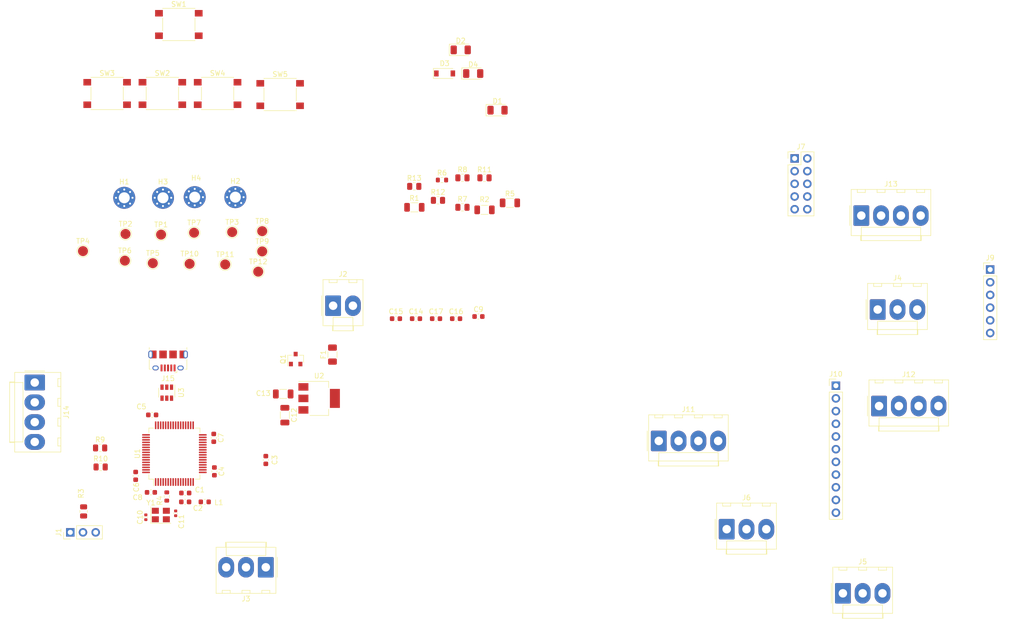
<source format=kicad_pcb>
(kicad_pcb (version 20171130) (host pcbnew "(5.1.10)-1")

  (general
    (thickness 1.6)
    (drawings 0)
    (tracks 0)
    (zones 0)
    (modules 76)
    (nets 73)
  )

  (page A4)
  (layers
    (0 F.Cu signal)
    (31 B.Cu signal)
    (32 B.Adhes user)
    (33 F.Adhes user)
    (34 B.Paste user)
    (35 F.Paste user)
    (36 B.SilkS user)
    (37 F.SilkS user)
    (38 B.Mask user)
    (39 F.Mask user)
    (40 Dwgs.User user)
    (41 Cmts.User user)
    (42 Eco1.User user)
    (43 Eco2.User user)
    (44 Edge.Cuts user)
    (45 Margin user)
    (46 B.CrtYd user)
    (47 F.CrtYd user)
    (48 B.Fab user)
    (49 F.Fab user)
  )

  (setup
    (last_trace_width 0.3)
    (user_trace_width 0.3)
    (user_trace_width 0.5)
    (user_trace_width 0.7)
    (trace_clearance 0.2)
    (zone_clearance 0.508)
    (zone_45_only no)
    (trace_min 0.2)
    (via_size 0.8)
    (via_drill 0.4)
    (via_min_size 0.4)
    (via_min_drill 0.3)
    (uvia_size 0.3)
    (uvia_drill 0.1)
    (uvias_allowed no)
    (uvia_min_size 0.2)
    (uvia_min_drill 0.1)
    (edge_width 0.05)
    (segment_width 0.2)
    (pcb_text_width 0.3)
    (pcb_text_size 1.5 1.5)
    (mod_edge_width 0.12)
    (mod_text_size 1 1)
    (mod_text_width 0.15)
    (pad_size 1.524 1.524)
    (pad_drill 0.762)
    (pad_to_mask_clearance 0)
    (aux_axis_origin 0 0)
    (visible_elements FFFFFF7F)
    (pcbplotparams
      (layerselection 0x010fc_ffffffff)
      (usegerberextensions false)
      (usegerberattributes true)
      (usegerberadvancedattributes true)
      (creategerberjobfile true)
      (excludeedgelayer true)
      (linewidth 0.100000)
      (plotframeref false)
      (viasonmask false)
      (mode 1)
      (useauxorigin false)
      (hpglpennumber 1)
      (hpglpenspeed 20)
      (hpglpendiameter 15.000000)
      (psnegative false)
      (psa4output false)
      (plotreference true)
      (plotvalue true)
      (plotinvisibletext false)
      (padsonsilk false)
      (subtractmaskfromsilk false)
      (outputformat 1)
      (mirror false)
      (drillshape 1)
      (scaleselection 1)
      (outputdirectory ""))
  )

  (net 0 "")
  (net 1 GND)
  (net 2 +3.3VA)
  (net 3 +3V3)
  (net 4 NRST)
  (net 5 OSC_IN)
  (net 6 "Net-(C11-Pad1)")
  (net 7 "Net-(C12-Pad1)")
  (net 8 PB12_BTN)
  (net 9 PB14_BTN)
  (net 10 PB13_BTN)
  (net 11 PB15_BTN)
  (net 12 "Net-(D1-Pad2)")
  (net 13 "Net-(D2-Pad2)")
  (net 14 +5V)
  (net 15 "Net-(D4-Pad2)")
  (net 16 VCC)
  (net 17 "Net-(F1-Pad1)")
  (net 18 "Net-(J1-Pad2)")
  (net 19 ADC1_CH1)
  (net 20 ADC1_CH2)
  (net 21 ADC1_CH6)
  (net 22 ADC1_CH7)
  (net 23 "Net-(J7-Pad8)")
  (net 24 "Net-(J7-Pad7)")
  (net 25 SWO)
  (net 26 SWCLK)
  (net 27 "Net-(J7-Pad2)")
  (net 28 PA7_GPIO)
  (net 29 PA6_GPIO)
  (net 30 PA5_GPIO)
  (net 31 PA4_GPIO)
  (net 32 PA10_GPIO)
  (net 33 PA9_GPIO)
  (net 34 PA8_GPIO)
  (net 35 PC9_GPIO)
  (net 36 PC8_GPIO)
  (net 37 PC7_GPIO)
  (net 38 PC6_GPIO)
  (net 39 UART4_RX)
  (net 40 UART4_TX)
  (net 41 USART3_RX)
  (net 42 USART3_TX)
  (net 43 SDA)
  (net 44 SCL)
  (net 45 "Net-(J15-Pad6)")
  (net 46 "Net-(J15-Pad4)")
  (net 47 USB_CONN_DP)
  (net 48 USB_CONN_DM)
  (net 49 LED_2)
  (net 50 BOOT0)
  (net 51 OSC_OUT)
  (net 52 SWDIO)
  (net 53 "Net-(U1-Pad59)")
  (net 54 "Net-(U1-Pad58)")
  (net 55 "Net-(U1-Pad57)")
  (net 56 "Net-(U1-Pad56)")
  (net 57 "Net-(U1-Pad54)")
  (net 58 "Net-(U1-Pad53)")
  (net 59 "Net-(U1-Pad50)")
  (net 60 USB_DP)
  (net 61 USB_DM)
  (net 62 LED_1)
  (net 63 "Net-(U1-Pad26)")
  (net 64 "Net-(U1-Pad25)")
  (net 65 "Net-(U1-Pad24)")
  (net 66 "Net-(U1-Pad17)")
  (net 67 "Net-(U1-Pad16)")
  (net 68 "Net-(U1-Pad11)")
  (net 69 "Net-(U1-Pad10)")
  (net 70 "Net-(U1-Pad4)")
  (net 71 "Net-(U1-Pad3)")
  (net 72 "Net-(U1-Pad2)")

  (net_class Default "This is the default net class."
    (clearance 0.2)
    (trace_width 0.25)
    (via_dia 0.8)
    (via_drill 0.4)
    (uvia_dia 0.3)
    (uvia_drill 0.1)
    (add_net +3.3VA)
    (add_net +3V3)
    (add_net +5V)
    (add_net ADC1_CH1)
    (add_net ADC1_CH2)
    (add_net ADC1_CH6)
    (add_net ADC1_CH7)
    (add_net BOOT0)
    (add_net GND)
    (add_net LED_1)
    (add_net LED_2)
    (add_net NRST)
    (add_net "Net-(C11-Pad1)")
    (add_net "Net-(C12-Pad1)")
    (add_net "Net-(D1-Pad2)")
    (add_net "Net-(D2-Pad2)")
    (add_net "Net-(D4-Pad2)")
    (add_net "Net-(F1-Pad1)")
    (add_net "Net-(J1-Pad2)")
    (add_net "Net-(J15-Pad4)")
    (add_net "Net-(J15-Pad6)")
    (add_net "Net-(J7-Pad2)")
    (add_net "Net-(J7-Pad7)")
    (add_net "Net-(J7-Pad8)")
    (add_net "Net-(U1-Pad10)")
    (add_net "Net-(U1-Pad11)")
    (add_net "Net-(U1-Pad16)")
    (add_net "Net-(U1-Pad17)")
    (add_net "Net-(U1-Pad2)")
    (add_net "Net-(U1-Pad24)")
    (add_net "Net-(U1-Pad25)")
    (add_net "Net-(U1-Pad26)")
    (add_net "Net-(U1-Pad3)")
    (add_net "Net-(U1-Pad4)")
    (add_net "Net-(U1-Pad50)")
    (add_net "Net-(U1-Pad53)")
    (add_net "Net-(U1-Pad54)")
    (add_net "Net-(U1-Pad56)")
    (add_net "Net-(U1-Pad57)")
    (add_net "Net-(U1-Pad58)")
    (add_net "Net-(U1-Pad59)")
    (add_net OSC_IN)
    (add_net OSC_OUT)
    (add_net PA10_GPIO)
    (add_net PA4_GPIO)
    (add_net PA5_GPIO)
    (add_net PA6_GPIO)
    (add_net PA7_GPIO)
    (add_net PA8_GPIO)
    (add_net PA9_GPIO)
    (add_net PB12_BTN)
    (add_net PB13_BTN)
    (add_net PB14_BTN)
    (add_net PB15_BTN)
    (add_net PC6_GPIO)
    (add_net PC7_GPIO)
    (add_net PC8_GPIO)
    (add_net PC9_GPIO)
    (add_net SCL)
    (add_net SDA)
    (add_net SWCLK)
    (add_net SWDIO)
    (add_net SWO)
    (add_net UART4_RX)
    (add_net UART4_TX)
    (add_net USART3_RX)
    (add_net USART3_TX)
    (add_net USB_CONN_DM)
    (add_net USB_CONN_DP)
    (add_net USB_DM)
    (add_net USB_DP)
    (add_net VCC)
  )

  (module Crystal:Crystal_SMD_3225-4Pin_3.2x2.5mm (layer F.Cu) (tedit 5A0FD1B2) (tstamp 619351D8)
    (at 84.539 122.262)
    (descr "SMD Crystal SERIES SMD3225/4 http://www.txccrystal.com/images/pdf/7m-accuracy.pdf, 3.2x2.5mm^2 package")
    (tags "SMD SMT crystal")
    (path /61909EA6)
    (attr smd)
    (fp_text reference Y1 (at -1.989 -2.45) (layer F.SilkS)
      (effects (font (size 1 1) (thickness 0.15)))
    )
    (fp_text value 16MHz (at 0 2.45) (layer F.Fab)
      (effects (font (size 1 1) (thickness 0.15)))
    )
    (fp_text user %R (at 0 0) (layer F.Fab)
      (effects (font (size 0.7 0.7) (thickness 0.105)))
    )
    (fp_line (start -1.6 -1.25) (end -1.6 1.25) (layer F.Fab) (width 0.1))
    (fp_line (start -1.6 1.25) (end 1.6 1.25) (layer F.Fab) (width 0.1))
    (fp_line (start 1.6 1.25) (end 1.6 -1.25) (layer F.Fab) (width 0.1))
    (fp_line (start 1.6 -1.25) (end -1.6 -1.25) (layer F.Fab) (width 0.1))
    (fp_line (start -1.6 0.25) (end -0.6 1.25) (layer F.Fab) (width 0.1))
    (fp_line (start -2 -1.65) (end -2 1.65) (layer F.SilkS) (width 0.12))
    (fp_line (start -2 1.65) (end 2 1.65) (layer F.SilkS) (width 0.12))
    (fp_line (start -2.1 -1.7) (end -2.1 1.7) (layer F.CrtYd) (width 0.05))
    (fp_line (start -2.1 1.7) (end 2.1 1.7) (layer F.CrtYd) (width 0.05))
    (fp_line (start 2.1 1.7) (end 2.1 -1.7) (layer F.CrtYd) (width 0.05))
    (fp_line (start 2.1 -1.7) (end -2.1 -1.7) (layer F.CrtYd) (width 0.05))
    (pad 4 smd rect (at -1.1 -0.85) (size 1.4 1.2) (layers F.Cu F.Paste F.Mask)
      (net 1 GND))
    (pad 3 smd rect (at 1.1 -0.85) (size 1.4 1.2) (layers F.Cu F.Paste F.Mask)
      (net 6 "Net-(C11-Pad1)"))
    (pad 2 smd rect (at 1.1 0.85) (size 1.4 1.2) (layers F.Cu F.Paste F.Mask)
      (net 1 GND))
    (pad 1 smd rect (at -1.1 0.85) (size 1.4 1.2) (layers F.Cu F.Paste F.Mask)
      (net 5 OSC_IN))
    (model ${KISYS3DMOD}/Crystal.3dshapes/Crystal_SMD_3225-4Pin_3.2x2.5mm.wrl
      (at (xyz 0 0 0))
      (scale (xyz 1 1 1))
      (rotate (xyz 0 0 0))
    )
  )

  (module Package_TO_SOT_SMD:SOT-23-6 (layer F.Cu) (tedit 5A02FF57) (tstamp 619351C4)
    (at 85.725 97.79 270)
    (descr "6-pin SOT-23 package")
    (tags SOT-23-6)
    (path /6195631A/61959619)
    (attr smd)
    (fp_text reference U3 (at 0 -2.9 90) (layer F.SilkS)
      (effects (font (size 1 1) (thickness 0.15)))
    )
    (fp_text value USBLC6-2SC6 (at -3.345 -5.395 90) (layer F.Fab)
      (effects (font (size 1 1) (thickness 0.15)))
    )
    (fp_text user %R (at 0.337 0.066) (layer F.Fab)
      (effects (font (size 0.5 0.5) (thickness 0.075)))
    )
    (fp_line (start -0.9 1.61) (end 0.9 1.61) (layer F.SilkS) (width 0.12))
    (fp_line (start 0.9 -1.61) (end -1.55 -1.61) (layer F.SilkS) (width 0.12))
    (fp_line (start 1.9 -1.8) (end -1.9 -1.8) (layer F.CrtYd) (width 0.05))
    (fp_line (start 1.9 1.8) (end 1.9 -1.8) (layer F.CrtYd) (width 0.05))
    (fp_line (start -1.9 1.8) (end 1.9 1.8) (layer F.CrtYd) (width 0.05))
    (fp_line (start -1.9 -1.8) (end -1.9 1.8) (layer F.CrtYd) (width 0.05))
    (fp_line (start -0.9 -0.9) (end -0.25 -1.55) (layer F.Fab) (width 0.1))
    (fp_line (start 0.9 -1.55) (end -0.25 -1.55) (layer F.Fab) (width 0.1))
    (fp_line (start -0.9 -0.9) (end -0.9 1.55) (layer F.Fab) (width 0.1))
    (fp_line (start 0.9 1.55) (end -0.9 1.55) (layer F.Fab) (width 0.1))
    (fp_line (start 0.9 -1.55) (end 0.9 1.55) (layer F.Fab) (width 0.1))
    (pad 5 smd rect (at 1.1 0 270) (size 1.06 0.65) (layers F.Cu F.Paste F.Mask)
      (net 14 +5V))
    (pad 6 smd rect (at 1.1 -0.95 270) (size 1.06 0.65) (layers F.Cu F.Paste F.Mask)
      (net 61 USB_DM))
    (pad 4 smd rect (at 1.1 0.95 270) (size 1.06 0.65) (layers F.Cu F.Paste F.Mask)
      (net 60 USB_DP))
    (pad 3 smd rect (at -1.1 0.95 270) (size 1.06 0.65) (layers F.Cu F.Paste F.Mask)
      (net 47 USB_CONN_DP))
    (pad 2 smd rect (at -1.1 0 270) (size 1.06 0.65) (layers F.Cu F.Paste F.Mask)
      (net 1 GND))
    (pad 1 smd rect (at -1.1 -0.95 270) (size 1.06 0.65) (layers F.Cu F.Paste F.Mask)
      (net 48 USB_CONN_DM))
    (model ${KISYS3DMOD}/Package_TO_SOT_SMD.3dshapes/SOT-23-6.wrl
      (at (xyz 0 0 0))
      (scale (xyz 1 1 1))
      (rotate (xyz 0 0 0))
    )
  )

  (module Package_TO_SOT_SMD:SOT-223-3_TabPin2 (layer F.Cu) (tedit 5A02FF57) (tstamp 619351AE)
    (at 116.205 98.933)
    (descr "module CMS SOT223 4 pins")
    (tags "CMS SOT")
    (path /619A6B25/619A97DE)
    (attr smd)
    (fp_text reference U2 (at 0 -4.5) (layer F.SilkS)
      (effects (font (size 1 1) (thickness 0.15)))
    )
    (fp_text value AMS1117-3.3 (at 0 4.5) (layer F.Fab)
      (effects (font (size 1 1) (thickness 0.15)))
    )
    (fp_text user %R (at 0 0 90) (layer F.Fab)
      (effects (font (size 0.8 0.8) (thickness 0.12)))
    )
    (fp_line (start 1.91 3.41) (end 1.91 2.15) (layer F.SilkS) (width 0.12))
    (fp_line (start 1.91 -3.41) (end 1.91 -2.15) (layer F.SilkS) (width 0.12))
    (fp_line (start 4.4 -3.6) (end -4.4 -3.6) (layer F.CrtYd) (width 0.05))
    (fp_line (start 4.4 3.6) (end 4.4 -3.6) (layer F.CrtYd) (width 0.05))
    (fp_line (start -4.4 3.6) (end 4.4 3.6) (layer F.CrtYd) (width 0.05))
    (fp_line (start -4.4 -3.6) (end -4.4 3.6) (layer F.CrtYd) (width 0.05))
    (fp_line (start -1.85 -2.35) (end -0.85 -3.35) (layer F.Fab) (width 0.1))
    (fp_line (start -1.85 -2.35) (end -1.85 3.35) (layer F.Fab) (width 0.1))
    (fp_line (start -1.85 3.41) (end 1.91 3.41) (layer F.SilkS) (width 0.12))
    (fp_line (start -0.85 -3.35) (end 1.85 -3.35) (layer F.Fab) (width 0.1))
    (fp_line (start -4.1 -3.41) (end 1.91 -3.41) (layer F.SilkS) (width 0.12))
    (fp_line (start -1.85 3.35) (end 1.85 3.35) (layer F.Fab) (width 0.1))
    (fp_line (start 1.85 -3.35) (end 1.85 3.35) (layer F.Fab) (width 0.1))
    (pad 1 smd rect (at -3.15 -2.3) (size 2 1.5) (layers F.Cu F.Paste F.Mask)
      (net 1 GND))
    (pad 3 smd rect (at -3.15 2.3) (size 2 1.5) (layers F.Cu F.Paste F.Mask)
      (net 7 "Net-(C12-Pad1)"))
    (pad 2 smd rect (at -3.15 0) (size 2 1.5) (layers F.Cu F.Paste F.Mask)
      (net 3 +3V3))
    (pad 2 smd rect (at 3.15 0) (size 2 3.8) (layers F.Cu F.Paste F.Mask)
      (net 3 +3V3))
    (model ${KISYS3DMOD}/Package_TO_SOT_SMD.3dshapes/SOT-223.wrl
      (at (xyz 0 0 0))
      (scale (xyz 1 1 1))
      (rotate (xyz 0 0 0))
    )
  )

  (module Package_QFP:LQFP-64_10x10mm_P0.5mm (layer F.Cu) (tedit 5D9F72AF) (tstamp 61935198)
    (at 87.249 109.982 90)
    (descr "LQFP, 64 Pin (https://www.analog.com/media/en/technical-documentation/data-sheets/ad7606_7606-6_7606-4.pdf), generated with kicad-footprint-generator ipc_gullwing_generator.py")
    (tags "LQFP QFP")
    (path /618E6694)
    (attr smd)
    (fp_text reference U1 (at 0 -7.4 90) (layer F.SilkS)
      (effects (font (size 1 1) (thickness 0.15)))
    )
    (fp_text value STM32F303RETx (at 0.381 -10.033 90) (layer F.Fab)
      (effects (font (size 1 1) (thickness 0.15)))
    )
    (fp_text user %R (at 0 0 90) (layer F.Fab)
      (effects (font (size 1 1) (thickness 0.15)))
    )
    (fp_line (start 4.16 5.11) (end 5.11 5.11) (layer F.SilkS) (width 0.12))
    (fp_line (start 5.11 5.11) (end 5.11 4.16) (layer F.SilkS) (width 0.12))
    (fp_line (start -4.16 5.11) (end -5.11 5.11) (layer F.SilkS) (width 0.12))
    (fp_line (start -5.11 5.11) (end -5.11 4.16) (layer F.SilkS) (width 0.12))
    (fp_line (start 4.16 -5.11) (end 5.11 -5.11) (layer F.SilkS) (width 0.12))
    (fp_line (start 5.11 -5.11) (end 5.11 -4.16) (layer F.SilkS) (width 0.12))
    (fp_line (start -4.16 -5.11) (end -5.11 -5.11) (layer F.SilkS) (width 0.12))
    (fp_line (start -5.11 -5.11) (end -5.11 -4.16) (layer F.SilkS) (width 0.12))
    (fp_line (start -5.11 -4.16) (end -6.45 -4.16) (layer F.SilkS) (width 0.12))
    (fp_line (start -4 -5) (end 5 -5) (layer F.Fab) (width 0.1))
    (fp_line (start 5 -5) (end 5 5) (layer F.Fab) (width 0.1))
    (fp_line (start 5 5) (end -5 5) (layer F.Fab) (width 0.1))
    (fp_line (start -5 5) (end -5 -4) (layer F.Fab) (width 0.1))
    (fp_line (start -5 -4) (end -4 -5) (layer F.Fab) (width 0.1))
    (fp_line (start 0 -6.7) (end -4.15 -6.7) (layer F.CrtYd) (width 0.05))
    (fp_line (start -4.15 -6.7) (end -4.15 -5.25) (layer F.CrtYd) (width 0.05))
    (fp_line (start -4.15 -5.25) (end -5.25 -5.25) (layer F.CrtYd) (width 0.05))
    (fp_line (start -5.25 -5.25) (end -5.25 -4.15) (layer F.CrtYd) (width 0.05))
    (fp_line (start -5.25 -4.15) (end -6.7 -4.15) (layer F.CrtYd) (width 0.05))
    (fp_line (start -6.7 -4.15) (end -6.7 0) (layer F.CrtYd) (width 0.05))
    (fp_line (start 0 -6.7) (end 4.15 -6.7) (layer F.CrtYd) (width 0.05))
    (fp_line (start 4.15 -6.7) (end 4.15 -5.25) (layer F.CrtYd) (width 0.05))
    (fp_line (start 4.15 -5.25) (end 5.25 -5.25) (layer F.CrtYd) (width 0.05))
    (fp_line (start 5.25 -5.25) (end 5.25 -4.15) (layer F.CrtYd) (width 0.05))
    (fp_line (start 5.25 -4.15) (end 6.7 -4.15) (layer F.CrtYd) (width 0.05))
    (fp_line (start 6.7 -4.15) (end 6.7 0) (layer F.CrtYd) (width 0.05))
    (fp_line (start 0 6.7) (end -4.15 6.7) (layer F.CrtYd) (width 0.05))
    (fp_line (start -4.15 6.7) (end -4.15 5.25) (layer F.CrtYd) (width 0.05))
    (fp_line (start -4.15 5.25) (end -5.25 5.25) (layer F.CrtYd) (width 0.05))
    (fp_line (start -5.25 5.25) (end -5.25 4.15) (layer F.CrtYd) (width 0.05))
    (fp_line (start -5.25 4.15) (end -6.7 4.15) (layer F.CrtYd) (width 0.05))
    (fp_line (start -6.7 4.15) (end -6.7 0) (layer F.CrtYd) (width 0.05))
    (fp_line (start 0 6.7) (end 4.15 6.7) (layer F.CrtYd) (width 0.05))
    (fp_line (start 4.15 6.7) (end 4.15 5.25) (layer F.CrtYd) (width 0.05))
    (fp_line (start 4.15 5.25) (end 5.25 5.25) (layer F.CrtYd) (width 0.05))
    (fp_line (start 5.25 5.25) (end 5.25 4.15) (layer F.CrtYd) (width 0.05))
    (fp_line (start 5.25 4.15) (end 6.7 4.15) (layer F.CrtYd) (width 0.05))
    (fp_line (start 6.7 4.15) (end 6.7 0) (layer F.CrtYd) (width 0.05))
    (pad 64 smd roundrect (at -3.75 -5.675 90) (size 0.3 1.55) (layers F.Cu F.Paste F.Mask) (roundrect_rratio 0.25)
      (net 3 +3V3))
    (pad 63 smd roundrect (at -3.25 -5.675 90) (size 0.3 1.55) (layers F.Cu F.Paste F.Mask) (roundrect_rratio 0.25)
      (net 1 GND))
    (pad 62 smd roundrect (at -2.75 -5.675 90) (size 0.3 1.55) (layers F.Cu F.Paste F.Mask) (roundrect_rratio 0.25)
      (net 43 SDA))
    (pad 61 smd roundrect (at -2.25 -5.675 90) (size 0.3 1.55) (layers F.Cu F.Paste F.Mask) (roundrect_rratio 0.25)
      (net 44 SCL))
    (pad 60 smd roundrect (at -1.75 -5.675 90) (size 0.3 1.55) (layers F.Cu F.Paste F.Mask) (roundrect_rratio 0.25)
      (net 50 BOOT0))
    (pad 59 smd roundrect (at -1.25 -5.675 90) (size 0.3 1.55) (layers F.Cu F.Paste F.Mask) (roundrect_rratio 0.25)
      (net 53 "Net-(U1-Pad59)"))
    (pad 58 smd roundrect (at -0.75 -5.675 90) (size 0.3 1.55) (layers F.Cu F.Paste F.Mask) (roundrect_rratio 0.25)
      (net 54 "Net-(U1-Pad58)"))
    (pad 57 smd roundrect (at -0.25 -5.675 90) (size 0.3 1.55) (layers F.Cu F.Paste F.Mask) (roundrect_rratio 0.25)
      (net 55 "Net-(U1-Pad57)"))
    (pad 56 smd roundrect (at 0.25 -5.675 90) (size 0.3 1.55) (layers F.Cu F.Paste F.Mask) (roundrect_rratio 0.25)
      (net 56 "Net-(U1-Pad56)"))
    (pad 55 smd roundrect (at 0.75 -5.675 90) (size 0.3 1.55) (layers F.Cu F.Paste F.Mask) (roundrect_rratio 0.25)
      (net 25 SWO))
    (pad 54 smd roundrect (at 1.25 -5.675 90) (size 0.3 1.55) (layers F.Cu F.Paste F.Mask) (roundrect_rratio 0.25)
      (net 57 "Net-(U1-Pad54)"))
    (pad 53 smd roundrect (at 1.75 -5.675 90) (size 0.3 1.55) (layers F.Cu F.Paste F.Mask) (roundrect_rratio 0.25)
      (net 58 "Net-(U1-Pad53)"))
    (pad 52 smd roundrect (at 2.25 -5.675 90) (size 0.3 1.55) (layers F.Cu F.Paste F.Mask) (roundrect_rratio 0.25)
      (net 39 UART4_RX))
    (pad 51 smd roundrect (at 2.75 -5.675 90) (size 0.3 1.55) (layers F.Cu F.Paste F.Mask) (roundrect_rratio 0.25)
      (net 40 UART4_TX))
    (pad 50 smd roundrect (at 3.25 -5.675 90) (size 0.3 1.55) (layers F.Cu F.Paste F.Mask) (roundrect_rratio 0.25)
      (net 59 "Net-(U1-Pad50)"))
    (pad 49 smd roundrect (at 3.75 -5.675 90) (size 0.3 1.55) (layers F.Cu F.Paste F.Mask) (roundrect_rratio 0.25)
      (net 26 SWCLK))
    (pad 48 smd roundrect (at 5.675 -3.75 90) (size 1.55 0.3) (layers F.Cu F.Paste F.Mask) (roundrect_rratio 0.25)
      (net 3 +3V3))
    (pad 47 smd roundrect (at 5.675 -3.25 90) (size 1.55 0.3) (layers F.Cu F.Paste F.Mask) (roundrect_rratio 0.25)
      (net 1 GND))
    (pad 46 smd roundrect (at 5.675 -2.75 90) (size 1.55 0.3) (layers F.Cu F.Paste F.Mask) (roundrect_rratio 0.25)
      (net 52 SWDIO))
    (pad 45 smd roundrect (at 5.675 -2.25 90) (size 1.55 0.3) (layers F.Cu F.Paste F.Mask) (roundrect_rratio 0.25)
      (net 60 USB_DP))
    (pad 44 smd roundrect (at 5.675 -1.75 90) (size 1.55 0.3) (layers F.Cu F.Paste F.Mask) (roundrect_rratio 0.25)
      (net 61 USB_DM))
    (pad 43 smd roundrect (at 5.675 -1.25 90) (size 1.55 0.3) (layers F.Cu F.Paste F.Mask) (roundrect_rratio 0.25)
      (net 32 PA10_GPIO))
    (pad 42 smd roundrect (at 5.675 -0.75 90) (size 1.55 0.3) (layers F.Cu F.Paste F.Mask) (roundrect_rratio 0.25)
      (net 33 PA9_GPIO))
    (pad 41 smd roundrect (at 5.675 -0.25 90) (size 1.55 0.3) (layers F.Cu F.Paste F.Mask) (roundrect_rratio 0.25)
      (net 34 PA8_GPIO))
    (pad 40 smd roundrect (at 5.675 0.25 90) (size 1.55 0.3) (layers F.Cu F.Paste F.Mask) (roundrect_rratio 0.25)
      (net 35 PC9_GPIO))
    (pad 39 smd roundrect (at 5.675 0.75 90) (size 1.55 0.3) (layers F.Cu F.Paste F.Mask) (roundrect_rratio 0.25)
      (net 36 PC8_GPIO))
    (pad 38 smd roundrect (at 5.675 1.25 90) (size 1.55 0.3) (layers F.Cu F.Paste F.Mask) (roundrect_rratio 0.25)
      (net 37 PC7_GPIO))
    (pad 37 smd roundrect (at 5.675 1.75 90) (size 1.55 0.3) (layers F.Cu F.Paste F.Mask) (roundrect_rratio 0.25)
      (net 38 PC6_GPIO))
    (pad 36 smd roundrect (at 5.675 2.25 90) (size 1.55 0.3) (layers F.Cu F.Paste F.Mask) (roundrect_rratio 0.25)
      (net 11 PB15_BTN))
    (pad 35 smd roundrect (at 5.675 2.75 90) (size 1.55 0.3) (layers F.Cu F.Paste F.Mask) (roundrect_rratio 0.25)
      (net 9 PB14_BTN))
    (pad 34 smd roundrect (at 5.675 3.25 90) (size 1.55 0.3) (layers F.Cu F.Paste F.Mask) (roundrect_rratio 0.25)
      (net 10 PB13_BTN))
    (pad 33 smd roundrect (at 5.675 3.75 90) (size 1.55 0.3) (layers F.Cu F.Paste F.Mask) (roundrect_rratio 0.25)
      (net 8 PB12_BTN))
    (pad 32 smd roundrect (at 3.75 5.675 90) (size 0.3 1.55) (layers F.Cu F.Paste F.Mask) (roundrect_rratio 0.25)
      (net 3 +3V3))
    (pad 31 smd roundrect (at 3.25 5.675 90) (size 0.3 1.55) (layers F.Cu F.Paste F.Mask) (roundrect_rratio 0.25)
      (net 1 GND))
    (pad 30 smd roundrect (at 2.75 5.675 90) (size 0.3 1.55) (layers F.Cu F.Paste F.Mask) (roundrect_rratio 0.25)
      (net 41 USART3_RX))
    (pad 29 smd roundrect (at 2.25 5.675 90) (size 0.3 1.55) (layers F.Cu F.Paste F.Mask) (roundrect_rratio 0.25)
      (net 42 USART3_TX))
    (pad 28 smd roundrect (at 1.75 5.675 90) (size 0.3 1.55) (layers F.Cu F.Paste F.Mask) (roundrect_rratio 0.25)
      (net 49 LED_2))
    (pad 27 smd roundrect (at 1.25 5.675 90) (size 0.3 1.55) (layers F.Cu F.Paste F.Mask) (roundrect_rratio 0.25)
      (net 62 LED_1))
    (pad 26 smd roundrect (at 0.75 5.675 90) (size 0.3 1.55) (layers F.Cu F.Paste F.Mask) (roundrect_rratio 0.25)
      (net 63 "Net-(U1-Pad26)"))
    (pad 25 smd roundrect (at 0.25 5.675 90) (size 0.3 1.55) (layers F.Cu F.Paste F.Mask) (roundrect_rratio 0.25)
      (net 64 "Net-(U1-Pad25)"))
    (pad 24 smd roundrect (at -0.25 5.675 90) (size 0.3 1.55) (layers F.Cu F.Paste F.Mask) (roundrect_rratio 0.25)
      (net 65 "Net-(U1-Pad24)"))
    (pad 23 smd roundrect (at -0.75 5.675 90) (size 0.3 1.55) (layers F.Cu F.Paste F.Mask) (roundrect_rratio 0.25)
      (net 28 PA7_GPIO))
    (pad 22 smd roundrect (at -1.25 5.675 90) (size 0.3 1.55) (layers F.Cu F.Paste F.Mask) (roundrect_rratio 0.25)
      (net 29 PA6_GPIO))
    (pad 21 smd roundrect (at -1.75 5.675 90) (size 0.3 1.55) (layers F.Cu F.Paste F.Mask) (roundrect_rratio 0.25)
      (net 30 PA5_GPIO))
    (pad 20 smd roundrect (at -2.25 5.675 90) (size 0.3 1.55) (layers F.Cu F.Paste F.Mask) (roundrect_rratio 0.25)
      (net 31 PA4_GPIO))
    (pad 19 smd roundrect (at -2.75 5.675 90) (size 0.3 1.55) (layers F.Cu F.Paste F.Mask) (roundrect_rratio 0.25)
      (net 3 +3V3))
    (pad 18 smd roundrect (at -3.25 5.675 90) (size 0.3 1.55) (layers F.Cu F.Paste F.Mask) (roundrect_rratio 0.25)
      (net 1 GND))
    (pad 17 smd roundrect (at -3.75 5.675 90) (size 0.3 1.55) (layers F.Cu F.Paste F.Mask) (roundrect_rratio 0.25)
      (net 66 "Net-(U1-Pad17)"))
    (pad 16 smd roundrect (at -5.675 3.75 90) (size 1.55 0.3) (layers F.Cu F.Paste F.Mask) (roundrect_rratio 0.25)
      (net 67 "Net-(U1-Pad16)"))
    (pad 15 smd roundrect (at -5.675 3.25 90) (size 1.55 0.3) (layers F.Cu F.Paste F.Mask) (roundrect_rratio 0.25)
      (net 20 ADC1_CH2))
    (pad 14 smd roundrect (at -5.675 2.75 90) (size 1.55 0.3) (layers F.Cu F.Paste F.Mask) (roundrect_rratio 0.25)
      (net 19 ADC1_CH1))
    (pad 13 smd roundrect (at -5.675 2.25 90) (size 1.55 0.3) (layers F.Cu F.Paste F.Mask) (roundrect_rratio 0.25)
      (net 2 +3.3VA))
    (pad 12 smd roundrect (at -5.675 1.75 90) (size 1.55 0.3) (layers F.Cu F.Paste F.Mask) (roundrect_rratio 0.25)
      (net 1 GND))
    (pad 11 smd roundrect (at -5.675 1.25 90) (size 1.55 0.3) (layers F.Cu F.Paste F.Mask) (roundrect_rratio 0.25)
      (net 68 "Net-(U1-Pad11)"))
    (pad 10 smd roundrect (at -5.675 0.75 90) (size 1.55 0.3) (layers F.Cu F.Paste F.Mask) (roundrect_rratio 0.25)
      (net 69 "Net-(U1-Pad10)"))
    (pad 9 smd roundrect (at -5.675 0.25 90) (size 1.55 0.3) (layers F.Cu F.Paste F.Mask) (roundrect_rratio 0.25)
      (net 22 ADC1_CH7))
    (pad 8 smd roundrect (at -5.675 -0.25 90) (size 1.55 0.3) (layers F.Cu F.Paste F.Mask) (roundrect_rratio 0.25)
      (net 21 ADC1_CH6))
    (pad 7 smd roundrect (at -5.675 -0.75 90) (size 1.55 0.3) (layers F.Cu F.Paste F.Mask) (roundrect_rratio 0.25)
      (net 4 NRST))
    (pad 6 smd roundrect (at -5.675 -1.25 90) (size 1.55 0.3) (layers F.Cu F.Paste F.Mask) (roundrect_rratio 0.25)
      (net 51 OSC_OUT))
    (pad 5 smd roundrect (at -5.675 -1.75 90) (size 1.55 0.3) (layers F.Cu F.Paste F.Mask) (roundrect_rratio 0.25)
      (net 5 OSC_IN))
    (pad 4 smd roundrect (at -5.675 -2.25 90) (size 1.55 0.3) (layers F.Cu F.Paste F.Mask) (roundrect_rratio 0.25)
      (net 70 "Net-(U1-Pad4)"))
    (pad 3 smd roundrect (at -5.675 -2.75 90) (size 1.55 0.3) (layers F.Cu F.Paste F.Mask) (roundrect_rratio 0.25)
      (net 71 "Net-(U1-Pad3)"))
    (pad 2 smd roundrect (at -5.675 -3.25 90) (size 1.55 0.3) (layers F.Cu F.Paste F.Mask) (roundrect_rratio 0.25)
      (net 72 "Net-(U1-Pad2)"))
    (pad 1 smd roundrect (at -5.675 -3.75 90) (size 1.55 0.3) (layers F.Cu F.Paste F.Mask) (roundrect_rratio 0.25)
      (net 3 +3V3))
    (model ${KISYS3DMOD}/Package_QFP.3dshapes/LQFP-64_10x10mm_P0.5mm.wrl
      (at (xyz 0 0 0))
      (scale (xyz 1 1 1))
      (rotate (xyz 0 0 0))
    )
  )

  (module TestPoint:TestPoint_Pad_D2.0mm (layer F.Cu) (tedit 5A0F774F) (tstamp 6193512D)
    (at 104.015 73.575)
    (descr "SMD pad as test Point, diameter 2.0mm")
    (tags "test point SMD pad")
    (path /619F119B/61B1FF61)
    (attr virtual)
    (fp_text reference TP12 (at 0 -1.998) (layer F.SilkS)
      (effects (font (size 1 1) (thickness 0.15)))
    )
    (fp_text value SDA_TP (at 0 2.05) (layer F.Fab)
      (effects (font (size 1 1) (thickness 0.15)))
    )
    (fp_text user %R (at 0 -2) (layer F.Fab)
      (effects (font (size 1 1) (thickness 0.15)))
    )
    (fp_circle (center 0 0) (end 1.5 0) (layer F.CrtYd) (width 0.05))
    (fp_circle (center 0 0) (end 0 1.2) (layer F.SilkS) (width 0.12))
    (pad 1 smd circle (at 0 0) (size 2 2) (layers F.Cu F.Mask)
      (net 43 SDA))
  )

  (module TestPoint:TestPoint_Pad_D2.0mm (layer F.Cu) (tedit 5A0F774F) (tstamp 61935125)
    (at 97.409 72.136)
    (descr "SMD pad as test Point, diameter 2.0mm")
    (tags "test point SMD pad")
    (path /619F119B/61B1F961)
    (attr virtual)
    (fp_text reference TP11 (at 0 -1.998) (layer F.SilkS)
      (effects (font (size 1 1) (thickness 0.15)))
    )
    (fp_text value SCL_TP (at 0 2.05) (layer F.Fab)
      (effects (font (size 1 1) (thickness 0.15)))
    )
    (fp_text user %R (at 0 -2) (layer F.Fab)
      (effects (font (size 1 1) (thickness 0.15)))
    )
    (fp_circle (center 0 0) (end 1.5 0) (layer F.CrtYd) (width 0.05))
    (fp_circle (center 0 0) (end 0 1.2) (layer F.SilkS) (width 0.12))
    (pad 1 smd circle (at 0 0) (size 2 2) (layers F.Cu F.Mask)
      (net 44 SCL))
  )

  (module TestPoint:TestPoint_Pad_D2.0mm (layer F.Cu) (tedit 5A0F774F) (tstamp 6193511D)
    (at 90.297 72.009)
    (descr "SMD pad as test Point, diameter 2.0mm")
    (tags "test point SMD pad")
    (path /619F119B/61B1F676)
    (attr virtual)
    (fp_text reference TP10 (at 0 -1.998) (layer F.SilkS)
      (effects (font (size 1 1) (thickness 0.15)))
    )
    (fp_text value RX3_TP (at 0 2.05) (layer F.Fab)
      (effects (font (size 1 1) (thickness 0.15)))
    )
    (fp_text user %R (at 0 -2) (layer F.Fab)
      (effects (font (size 1 1) (thickness 0.15)))
    )
    (fp_circle (center 0 0) (end 1.5 0) (layer F.CrtYd) (width 0.05))
    (fp_circle (center 0 0) (end 0 1.2) (layer F.SilkS) (width 0.12))
    (pad 1 smd circle (at 0 0) (size 2 2) (layers F.Cu F.Mask)
      (net 41 USART3_RX))
  )

  (module TestPoint:TestPoint_Pad_D2.0mm (layer F.Cu) (tedit 5A0F774F) (tstamp 61935115)
    (at 104.815 69.525)
    (descr "SMD pad as test Point, diameter 2.0mm")
    (tags "test point SMD pad")
    (path /619F119B/61B1F171)
    (attr virtual)
    (fp_text reference TP9 (at 0 -1.998) (layer F.SilkS)
      (effects (font (size 1 1) (thickness 0.15)))
    )
    (fp_text value TX3_TP (at 0 2.05) (layer F.Fab)
      (effects (font (size 1 1) (thickness 0.15)))
    )
    (fp_text user %R (at 0 -2) (layer F.Fab)
      (effects (font (size 1 1) (thickness 0.15)))
    )
    (fp_circle (center 0 0) (end 1.5 0) (layer F.CrtYd) (width 0.05))
    (fp_circle (center 0 0) (end 0 1.2) (layer F.SilkS) (width 0.12))
    (pad 1 smd circle (at 0 0) (size 2 2) (layers F.Cu F.Mask)
      (net 42 USART3_TX))
  )

  (module TestPoint:TestPoint_Pad_D2.0mm (layer F.Cu) (tedit 5A0F774F) (tstamp 6193510D)
    (at 104.815 65.475)
    (descr "SMD pad as test Point, diameter 2.0mm")
    (tags "test point SMD pad")
    (path /619F119B/61B1EC5D)
    (attr virtual)
    (fp_text reference TP8 (at 0 -1.998) (layer F.SilkS)
      (effects (font (size 1 1) (thickness 0.15)))
    )
    (fp_text value RX4_TP (at 0 2.05) (layer F.Fab)
      (effects (font (size 1 1) (thickness 0.15)))
    )
    (fp_text user %R (at 0 -2) (layer F.Fab)
      (effects (font (size 1 1) (thickness 0.15)))
    )
    (fp_circle (center 0 0) (end 1.5 0) (layer F.CrtYd) (width 0.05))
    (fp_circle (center 0 0) (end 0 1.2) (layer F.SilkS) (width 0.12))
    (pad 1 smd circle (at 0 0) (size 2 2) (layers F.Cu F.Mask)
      (net 39 UART4_RX))
  )

  (module TestPoint:TestPoint_Pad_D2.0mm (layer F.Cu) (tedit 5A0F774F) (tstamp 61935105)
    (at 91.186 65.786)
    (descr "SMD pad as test Point, diameter 2.0mm")
    (tags "test point SMD pad")
    (path /619F119B/61B1E6C5)
    (attr virtual)
    (fp_text reference TP7 (at 0 -1.998) (layer F.SilkS)
      (effects (font (size 1 1) (thickness 0.15)))
    )
    (fp_text value TX4_TP (at 0 2.05) (layer F.Fab)
      (effects (font (size 1 1) (thickness 0.15)))
    )
    (fp_text user %R (at 0 -2) (layer F.Fab)
      (effects (font (size 1 1) (thickness 0.15)))
    )
    (fp_circle (center 0 0) (end 1.5 0) (layer F.CrtYd) (width 0.05))
    (fp_circle (center 0 0) (end 0 1.2) (layer F.SilkS) (width 0.12))
    (pad 1 smd circle (at 0 0) (size 2 2) (layers F.Cu F.Mask)
      (net 40 UART4_TX))
  )

  (module TestPoint:TestPoint_Pad_D2.0mm (layer F.Cu) (tedit 5A0F774F) (tstamp 619350FD)
    (at 77.343 71.374)
    (descr "SMD pad as test Point, diameter 2.0mm")
    (tags "test point SMD pad")
    (path /619A6B25/61A42B7E)
    (attr virtual)
    (fp_text reference TP6 (at 0 -1.998) (layer F.SilkS)
      (effects (font (size 1 1) (thickness 0.15)))
    )
    (fp_text value TP (at 0 2.05) (layer F.Fab)
      (effects (font (size 1 1) (thickness 0.15)))
    )
    (fp_text user %R (at 0 -2) (layer F.Fab)
      (effects (font (size 1 1) (thickness 0.15)))
    )
    (fp_circle (center 0 0) (end 1.5 0) (layer F.CrtYd) (width 0.05))
    (fp_circle (center 0 0) (end 0 1.2) (layer F.SilkS) (width 0.12))
    (pad 1 smd circle (at 0 0) (size 2 2) (layers F.Cu F.Mask)
      (net 3 +3V3))
  )

  (module TestPoint:TestPoint_Pad_D2.0mm (layer F.Cu) (tedit 5A0F774F) (tstamp 619350F5)
    (at 82.931 71.882)
    (descr "SMD pad as test Point, diameter 2.0mm")
    (tags "test point SMD pad")
    (path /619A6B25/61A471E1)
    (attr virtual)
    (fp_text reference TP5 (at 0 -1.998) (layer F.SilkS)
      (effects (font (size 1 1) (thickness 0.15)))
    )
    (fp_text value TP (at 0 2.05) (layer F.Fab)
      (effects (font (size 1 1) (thickness 0.15)))
    )
    (fp_text user %R (at 0 -2) (layer F.Fab)
      (effects (font (size 1 1) (thickness 0.15)))
    )
    (fp_circle (center 0 0) (end 1.5 0) (layer F.CrtYd) (width 0.05))
    (fp_circle (center 0 0) (end 0 1.2) (layer F.SilkS) (width 0.12))
    (pad 1 smd circle (at 0 0) (size 2 2) (layers F.Cu F.Mask)
      (net 7 "Net-(C12-Pad1)"))
  )

  (module TestPoint:TestPoint_Pad_D2.0mm (layer F.Cu) (tedit 5A0F774F) (tstamp 619350ED)
    (at 68.961 69.469)
    (descr "SMD pad as test Point, diameter 2.0mm")
    (tags "test point SMD pad")
    (path /619A6B25/61A47505)
    (attr virtual)
    (fp_text reference TP4 (at 0 -1.998) (layer F.SilkS)
      (effects (font (size 1 1) (thickness 0.15)))
    )
    (fp_text value TP (at 0 2.05) (layer F.Fab)
      (effects (font (size 1 1) (thickness 0.15)))
    )
    (fp_text user %R (at 0 -2) (layer F.Fab)
      (effects (font (size 1 1) (thickness 0.15)))
    )
    (fp_circle (center 0 0) (end 1.5 0) (layer F.CrtYd) (width 0.05))
    (fp_circle (center 0 0) (end 0 1.2) (layer F.SilkS) (width 0.12))
    (pad 1 smd circle (at 0 0) (size 2 2) (layers F.Cu F.Mask)
      (net 16 VCC))
  )

  (module TestPoint:TestPoint_Pad_D2.0mm (layer F.Cu) (tedit 5A0F774F) (tstamp 619350E5)
    (at 98.806 65.659)
    (descr "SMD pad as test Point, diameter 2.0mm")
    (tags "test point SMD pad")
    (path /61A403A9)
    (attr virtual)
    (fp_text reference TP3 (at 0 -1.998) (layer F.SilkS)
      (effects (font (size 1 1) (thickness 0.15)))
    )
    (fp_text value TestPoint (at 0 2.05) (layer F.Fab)
      (effects (font (size 1 1) (thickness 0.15)))
    )
    (fp_text user %R (at 0 -2) (layer F.Fab)
      (effects (font (size 1 1) (thickness 0.15)))
    )
    (fp_circle (center 0 0) (end 1.5 0) (layer F.CrtYd) (width 0.05))
    (fp_circle (center 0 0) (end 0 1.2) (layer F.SilkS) (width 0.12))
    (pad 1 smd circle (at 0 0) (size 2 2) (layers F.Cu F.Mask)
      (net 3 +3V3))
  )

  (module TestPoint:TestPoint_Pad_D2.0mm (layer F.Cu) (tedit 5A0F774F) (tstamp 619350DD)
    (at 77.47 66.04)
    (descr "SMD pad as test Point, diameter 2.0mm")
    (tags "test point SMD pad")
    (path /61A459BC)
    (attr virtual)
    (fp_text reference TP2 (at 0 -1.998) (layer F.SilkS)
      (effects (font (size 1 1) (thickness 0.15)))
    )
    (fp_text value TestPoint (at 0 2.05) (layer F.Fab)
      (effects (font (size 1 1) (thickness 0.15)))
    )
    (fp_text user %R (at 0 -2) (layer F.Fab)
      (effects (font (size 1 1) (thickness 0.15)))
    )
    (fp_circle (center 0 0) (end 1.5 0) (layer F.CrtYd) (width 0.05))
    (fp_circle (center 0 0) (end 0 1.2) (layer F.SilkS) (width 0.12))
    (pad 1 smd circle (at 0 0) (size 2 2) (layers F.Cu F.Mask)
      (net 3 +3V3))
  )

  (module TestPoint:TestPoint_Pad_D2.0mm (layer F.Cu) (tedit 5A0F774F) (tstamp 619350D5)
    (at 84.582 66.167)
    (descr "SMD pad as test Point, diameter 2.0mm")
    (tags "test point SMD pad")
    (path /61A3FBDD)
    (attr virtual)
    (fp_text reference TP1 (at 0 -1.998) (layer F.SilkS)
      (effects (font (size 1 1) (thickness 0.15)))
    )
    (fp_text value TestPoint (at 0 2.05) (layer F.Fab)
      (effects (font (size 1 1) (thickness 0.15)))
    )
    (fp_text user %R (at 0 -2) (layer F.Fab)
      (effects (font (size 1 1) (thickness 0.15)))
    )
    (fp_circle (center 0 0) (end 1.5 0) (layer F.CrtYd) (width 0.05))
    (fp_circle (center 0 0) (end 0 1.2) (layer F.SilkS) (width 0.12))
    (pad 1 smd circle (at 0 0) (size 2 2) (layers F.Cu F.Mask)
      (net 2 +3.3VA))
  )

  (module Button_Switch_SMD:SW_Push_1P1T_NO_6x6mm_H9.5mm (layer F.Cu) (tedit 5CA1CA7F) (tstamp 619350CD)
    (at 108.403 38.148)
    (descr "tactile push button, 6x6mm e.g. PTS645xx series, height=9.5mm")
    (tags "tact sw push 6mm smd")
    (path /619F119B/61B35E35)
    (attr smd)
    (fp_text reference SW5 (at 0 -4.05) (layer F.SilkS)
      (effects (font (size 1 1) (thickness 0.15)))
    )
    (fp_text value PB15 (at 0 4.15) (layer F.Fab)
      (effects (font (size 1 1) (thickness 0.15)))
    )
    (fp_text user %R (at 0 -4.05) (layer F.Fab)
      (effects (font (size 1 1) (thickness 0.15)))
    )
    (fp_line (start -3 -3) (end -3 3) (layer F.Fab) (width 0.1))
    (fp_line (start -3 3) (end 3 3) (layer F.Fab) (width 0.1))
    (fp_line (start 3 3) (end 3 -3) (layer F.Fab) (width 0.1))
    (fp_line (start 3 -3) (end -3 -3) (layer F.Fab) (width 0.1))
    (fp_line (start 5 3.25) (end 5 -3.25) (layer F.CrtYd) (width 0.05))
    (fp_line (start -5 -3.25) (end -5 3.25) (layer F.CrtYd) (width 0.05))
    (fp_line (start -5 3.25) (end 5 3.25) (layer F.CrtYd) (width 0.05))
    (fp_line (start -5 -3.25) (end 5 -3.25) (layer F.CrtYd) (width 0.05))
    (fp_line (start 3.23 -3.23) (end 3.23 -3.2) (layer F.SilkS) (width 0.12))
    (fp_line (start 3.23 3.23) (end 3.23 3.2) (layer F.SilkS) (width 0.12))
    (fp_line (start -3.23 3.23) (end -3.23 3.2) (layer F.SilkS) (width 0.12))
    (fp_line (start -3.23 -3.2) (end -3.23 -3.23) (layer F.SilkS) (width 0.12))
    (fp_line (start 3.23 -1.3) (end 3.23 1.3) (layer F.SilkS) (width 0.12))
    (fp_line (start -3.23 -3.23) (end 3.23 -3.23) (layer F.SilkS) (width 0.12))
    (fp_line (start -3.23 -1.3) (end -3.23 1.3) (layer F.SilkS) (width 0.12))
    (fp_line (start -3.23 3.23) (end 3.23 3.23) (layer F.SilkS) (width 0.12))
    (fp_circle (center 0 0) (end 1.75 -0.05) (layer F.Fab) (width 0.1))
    (pad 2 smd rect (at 3.975 2.25) (size 1.55 1.3) (layers F.Cu F.Paste F.Mask)
      (net 1 GND))
    (pad 1 smd rect (at 3.975 -2.25) (size 1.55 1.3) (layers F.Cu F.Paste F.Mask)
      (net 11 PB15_BTN))
    (pad 1 smd rect (at -3.975 -2.25) (size 1.55 1.3) (layers F.Cu F.Paste F.Mask)
      (net 11 PB15_BTN))
    (pad 2 smd rect (at -3.975 2.25) (size 1.55 1.3) (layers F.Cu F.Paste F.Mask)
      (net 1 GND))
    (model ${KISYS3DMOD}/Button_Switch_SMD.3dshapes/SW_PUSH_6mm_H9.5mm.wrl
      (at (xyz 0 0 0))
      (scale (xyz 1 1 1))
      (rotate (xyz 0 0 0))
    )
  )

  (module Button_Switch_SMD:SW_Push_1P1T_NO_6x6mm_H9.5mm (layer F.Cu) (tedit 5CA1CA7F) (tstamp 619350B3)
    (at 95.892 37.933)
    (descr "tactile push button, 6x6mm e.g. PTS645xx series, height=9.5mm")
    (tags "tact sw push 6mm smd")
    (path /619F119B/61B36B0D)
    (attr smd)
    (fp_text reference SW4 (at 0 -4.05) (layer F.SilkS)
      (effects (font (size 1 1) (thickness 0.15)))
    )
    (fp_text value PB13 (at 0 4.15) (layer F.Fab)
      (effects (font (size 1 1) (thickness 0.15)))
    )
    (fp_text user %R (at 0 -4.05) (layer F.Fab)
      (effects (font (size 1 1) (thickness 0.15)))
    )
    (fp_line (start -3 -3) (end -3 3) (layer F.Fab) (width 0.1))
    (fp_line (start -3 3) (end 3 3) (layer F.Fab) (width 0.1))
    (fp_line (start 3 3) (end 3 -3) (layer F.Fab) (width 0.1))
    (fp_line (start 3 -3) (end -3 -3) (layer F.Fab) (width 0.1))
    (fp_line (start 5 3.25) (end 5 -3.25) (layer F.CrtYd) (width 0.05))
    (fp_line (start -5 -3.25) (end -5 3.25) (layer F.CrtYd) (width 0.05))
    (fp_line (start -5 3.25) (end 5 3.25) (layer F.CrtYd) (width 0.05))
    (fp_line (start -5 -3.25) (end 5 -3.25) (layer F.CrtYd) (width 0.05))
    (fp_line (start 3.23 -3.23) (end 3.23 -3.2) (layer F.SilkS) (width 0.12))
    (fp_line (start 3.23 3.23) (end 3.23 3.2) (layer F.SilkS) (width 0.12))
    (fp_line (start -3.23 3.23) (end -3.23 3.2) (layer F.SilkS) (width 0.12))
    (fp_line (start -3.23 -3.2) (end -3.23 -3.23) (layer F.SilkS) (width 0.12))
    (fp_line (start 3.23 -1.3) (end 3.23 1.3) (layer F.SilkS) (width 0.12))
    (fp_line (start -3.23 -3.23) (end 3.23 -3.23) (layer F.SilkS) (width 0.12))
    (fp_line (start -3.23 -1.3) (end -3.23 1.3) (layer F.SilkS) (width 0.12))
    (fp_line (start -3.23 3.23) (end 3.23 3.23) (layer F.SilkS) (width 0.12))
    (fp_circle (center 0 0) (end 1.75 -0.05) (layer F.Fab) (width 0.1))
    (pad 2 smd rect (at 3.975 2.25) (size 1.55 1.3) (layers F.Cu F.Paste F.Mask)
      (net 1 GND))
    (pad 1 smd rect (at 3.975 -2.25) (size 1.55 1.3) (layers F.Cu F.Paste F.Mask)
      (net 10 PB13_BTN))
    (pad 1 smd rect (at -3.975 -2.25) (size 1.55 1.3) (layers F.Cu F.Paste F.Mask)
      (net 10 PB13_BTN))
    (pad 2 smd rect (at -3.975 2.25) (size 1.55 1.3) (layers F.Cu F.Paste F.Mask)
      (net 1 GND))
    (model ${KISYS3DMOD}/Button_Switch_SMD.3dshapes/SW_PUSH_6mm_H9.5mm.wrl
      (at (xyz 0 0 0))
      (scale (xyz 1 1 1))
      (rotate (xyz 0 0 0))
    )
  )

  (module Button_Switch_SMD:SW_Push_1P1T_NO_6x6mm_H9.5mm (layer F.Cu) (tedit 5CA1CA7F) (tstamp 61935099)
    (at 73.792 37.933)
    (descr "tactile push button, 6x6mm e.g. PTS645xx series, height=9.5mm")
    (tags "tact sw push 6mm smd")
    (path /619F119B/61B35913)
    (attr smd)
    (fp_text reference SW3 (at 0 -4.05) (layer F.SilkS)
      (effects (font (size 1 1) (thickness 0.15)))
    )
    (fp_text value PB14 (at 0 4.15) (layer F.Fab)
      (effects (font (size 1 1) (thickness 0.15)))
    )
    (fp_text user %R (at 0 -4.05) (layer F.Fab)
      (effects (font (size 1 1) (thickness 0.15)))
    )
    (fp_line (start -3 -3) (end -3 3) (layer F.Fab) (width 0.1))
    (fp_line (start -3 3) (end 3 3) (layer F.Fab) (width 0.1))
    (fp_line (start 3 3) (end 3 -3) (layer F.Fab) (width 0.1))
    (fp_line (start 3 -3) (end -3 -3) (layer F.Fab) (width 0.1))
    (fp_line (start 5 3.25) (end 5 -3.25) (layer F.CrtYd) (width 0.05))
    (fp_line (start -5 -3.25) (end -5 3.25) (layer F.CrtYd) (width 0.05))
    (fp_line (start -5 3.25) (end 5 3.25) (layer F.CrtYd) (width 0.05))
    (fp_line (start -5 -3.25) (end 5 -3.25) (layer F.CrtYd) (width 0.05))
    (fp_line (start 3.23 -3.23) (end 3.23 -3.2) (layer F.SilkS) (width 0.12))
    (fp_line (start 3.23 3.23) (end 3.23 3.2) (layer F.SilkS) (width 0.12))
    (fp_line (start -3.23 3.23) (end -3.23 3.2) (layer F.SilkS) (width 0.12))
    (fp_line (start -3.23 -3.2) (end -3.23 -3.23) (layer F.SilkS) (width 0.12))
    (fp_line (start 3.23 -1.3) (end 3.23 1.3) (layer F.SilkS) (width 0.12))
    (fp_line (start -3.23 -3.23) (end 3.23 -3.23) (layer F.SilkS) (width 0.12))
    (fp_line (start -3.23 -1.3) (end -3.23 1.3) (layer F.SilkS) (width 0.12))
    (fp_line (start -3.23 3.23) (end 3.23 3.23) (layer F.SilkS) (width 0.12))
    (fp_circle (center 0 0) (end 1.75 -0.05) (layer F.Fab) (width 0.1))
    (pad 2 smd rect (at 3.975 2.25) (size 1.55 1.3) (layers F.Cu F.Paste F.Mask)
      (net 1 GND))
    (pad 1 smd rect (at 3.975 -2.25) (size 1.55 1.3) (layers F.Cu F.Paste F.Mask)
      (net 9 PB14_BTN))
    (pad 1 smd rect (at -3.975 -2.25) (size 1.55 1.3) (layers F.Cu F.Paste F.Mask)
      (net 9 PB14_BTN))
    (pad 2 smd rect (at -3.975 2.25) (size 1.55 1.3) (layers F.Cu F.Paste F.Mask)
      (net 1 GND))
    (model ${KISYS3DMOD}/Button_Switch_SMD.3dshapes/SW_PUSH_6mm_H9.5mm.wrl
      (at (xyz 0 0 0))
      (scale (xyz 1 1 1))
      (rotate (xyz 0 0 0))
    )
  )

  (module Button_Switch_SMD:SW_Push_1P1T_NO_6x6mm_H9.5mm (layer F.Cu) (tedit 5CA1CA7F) (tstamp 6193507F)
    (at 84.842 37.933)
    (descr "tactile push button, 6x6mm e.g. PTS645xx series, height=9.5mm")
    (tags "tact sw push 6mm smd")
    (path /619F119B/61B33981)
    (attr smd)
    (fp_text reference SW2 (at 0 -4.05) (layer F.SilkS)
      (effects (font (size 1 1) (thickness 0.15)))
    )
    (fp_text value PB12 (at 0 4.15) (layer F.Fab)
      (effects (font (size 1 1) (thickness 0.15)))
    )
    (fp_text user %R (at 0 -4.05) (layer F.Fab)
      (effects (font (size 1 1) (thickness 0.15)))
    )
    (fp_line (start -3 -3) (end -3 3) (layer F.Fab) (width 0.1))
    (fp_line (start -3 3) (end 3 3) (layer F.Fab) (width 0.1))
    (fp_line (start 3 3) (end 3 -3) (layer F.Fab) (width 0.1))
    (fp_line (start 3 -3) (end -3 -3) (layer F.Fab) (width 0.1))
    (fp_line (start 5 3.25) (end 5 -3.25) (layer F.CrtYd) (width 0.05))
    (fp_line (start -5 -3.25) (end -5 3.25) (layer F.CrtYd) (width 0.05))
    (fp_line (start -5 3.25) (end 5 3.25) (layer F.CrtYd) (width 0.05))
    (fp_line (start -5 -3.25) (end 5 -3.25) (layer F.CrtYd) (width 0.05))
    (fp_line (start 3.23 -3.23) (end 3.23 -3.2) (layer F.SilkS) (width 0.12))
    (fp_line (start 3.23 3.23) (end 3.23 3.2) (layer F.SilkS) (width 0.12))
    (fp_line (start -3.23 3.23) (end -3.23 3.2) (layer F.SilkS) (width 0.12))
    (fp_line (start -3.23 -3.2) (end -3.23 -3.23) (layer F.SilkS) (width 0.12))
    (fp_line (start 3.23 -1.3) (end 3.23 1.3) (layer F.SilkS) (width 0.12))
    (fp_line (start -3.23 -3.23) (end 3.23 -3.23) (layer F.SilkS) (width 0.12))
    (fp_line (start -3.23 -1.3) (end -3.23 1.3) (layer F.SilkS) (width 0.12))
    (fp_line (start -3.23 3.23) (end 3.23 3.23) (layer F.SilkS) (width 0.12))
    (fp_circle (center 0 0) (end 1.75 -0.05) (layer F.Fab) (width 0.1))
    (pad 2 smd rect (at 3.975 2.25) (size 1.55 1.3) (layers F.Cu F.Paste F.Mask)
      (net 1 GND))
    (pad 1 smd rect (at 3.975 -2.25) (size 1.55 1.3) (layers F.Cu F.Paste F.Mask)
      (net 8 PB12_BTN))
    (pad 1 smd rect (at -3.975 -2.25) (size 1.55 1.3) (layers F.Cu F.Paste F.Mask)
      (net 8 PB12_BTN))
    (pad 2 smd rect (at -3.975 2.25) (size 1.55 1.3) (layers F.Cu F.Paste F.Mask)
      (net 1 GND))
    (model ${KISYS3DMOD}/Button_Switch_SMD.3dshapes/SW_PUSH_6mm_H9.5mm.wrl
      (at (xyz 0 0 0))
      (scale (xyz 1 1 1))
      (rotate (xyz 0 0 0))
    )
  )

  (module Button_Switch_SMD:SW_Push_1P1T_NO_6x6mm_H9.5mm (layer F.Cu) (tedit 5CA1CA7F) (tstamp 61935065)
    (at 88.138 24.13)
    (descr "tactile push button, 6x6mm e.g. PTS645xx series, height=9.5mm")
    (tags "tact sw push 6mm smd")
    (path /61B2EB3F)
    (attr smd)
    (fp_text reference SW1 (at 0 -4.05) (layer F.SilkS)
      (effects (font (size 1 1) (thickness 0.15)))
    )
    (fp_text value SW_Push_Dual_x2 (at 0 4.15) (layer F.Fab)
      (effects (font (size 1 1) (thickness 0.15)))
    )
    (fp_text user %R (at 0 -4.05) (layer F.Fab)
      (effects (font (size 1 1) (thickness 0.15)))
    )
    (fp_line (start -3 -3) (end -3 3) (layer F.Fab) (width 0.1))
    (fp_line (start -3 3) (end 3 3) (layer F.Fab) (width 0.1))
    (fp_line (start 3 3) (end 3 -3) (layer F.Fab) (width 0.1))
    (fp_line (start 3 -3) (end -3 -3) (layer F.Fab) (width 0.1))
    (fp_line (start 5 3.25) (end 5 -3.25) (layer F.CrtYd) (width 0.05))
    (fp_line (start -5 -3.25) (end -5 3.25) (layer F.CrtYd) (width 0.05))
    (fp_line (start -5 3.25) (end 5 3.25) (layer F.CrtYd) (width 0.05))
    (fp_line (start -5 -3.25) (end 5 -3.25) (layer F.CrtYd) (width 0.05))
    (fp_line (start 3.23 -3.23) (end 3.23 -3.2) (layer F.SilkS) (width 0.12))
    (fp_line (start 3.23 3.23) (end 3.23 3.2) (layer F.SilkS) (width 0.12))
    (fp_line (start -3.23 3.23) (end -3.23 3.2) (layer F.SilkS) (width 0.12))
    (fp_line (start -3.23 -3.2) (end -3.23 -3.23) (layer F.SilkS) (width 0.12))
    (fp_line (start 3.23 -1.3) (end 3.23 1.3) (layer F.SilkS) (width 0.12))
    (fp_line (start -3.23 -3.23) (end 3.23 -3.23) (layer F.SilkS) (width 0.12))
    (fp_line (start -3.23 -1.3) (end -3.23 1.3) (layer F.SilkS) (width 0.12))
    (fp_line (start -3.23 3.23) (end 3.23 3.23) (layer F.SilkS) (width 0.12))
    (fp_circle (center 0 0) (end 1.75 -0.05) (layer F.Fab) (width 0.1))
    (pad 2 smd rect (at 3.975 2.25) (size 1.55 1.3) (layers F.Cu F.Paste F.Mask)
      (net 1 GND))
    (pad 1 smd rect (at 3.975 -2.25) (size 1.55 1.3) (layers F.Cu F.Paste F.Mask)
      (net 4 NRST))
    (pad 1 smd rect (at -3.975 -2.25) (size 1.55 1.3) (layers F.Cu F.Paste F.Mask)
      (net 4 NRST))
    (pad 2 smd rect (at -3.975 2.25) (size 1.55 1.3) (layers F.Cu F.Paste F.Mask)
      (net 1 GND))
    (model ${KISYS3DMOD}/Button_Switch_SMD.3dshapes/SW_PUSH_6mm_H9.5mm.wrl
      (at (xyz 0 0 0))
      (scale (xyz 1 1 1))
      (rotate (xyz 0 0 0))
    )
  )

  (module Resistor_SMD:R_0805_2012Metric (layer F.Cu) (tedit 5F68FEEE) (tstamp 6193504B)
    (at 135.2315 56.515)
    (descr "Resistor SMD 0805 (2012 Metric), square (rectangular) end terminal, IPC_7351 nominal, (Body size source: IPC-SM-782 page 72, https://www.pcb-3d.com/wordpress/wp-content/uploads/ipc-sm-782a_amendment_1_and_2.pdf), generated with kicad-footprint-generator")
    (tags resistor)
    (path /6195631A/6196B36B)
    (attr smd)
    (fp_text reference R13 (at 0 -1.65) (layer F.SilkS)
      (effects (font (size 1 1) (thickness 0.15)))
    )
    (fp_text value 1.5k (at 0 1.65) (layer F.Fab)
      (effects (font (size 1 1) (thickness 0.15)))
    )
    (fp_text user %R (at 0 0) (layer F.Fab)
      (effects (font (size 0.5 0.5) (thickness 0.08)))
    )
    (fp_line (start -1 0.625) (end -1 -0.625) (layer F.Fab) (width 0.1))
    (fp_line (start -1 -0.625) (end 1 -0.625) (layer F.Fab) (width 0.1))
    (fp_line (start 1 -0.625) (end 1 0.625) (layer F.Fab) (width 0.1))
    (fp_line (start 1 0.625) (end -1 0.625) (layer F.Fab) (width 0.1))
    (fp_line (start -0.227064 -0.735) (end 0.227064 -0.735) (layer F.SilkS) (width 0.12))
    (fp_line (start -0.227064 0.735) (end 0.227064 0.735) (layer F.SilkS) (width 0.12))
    (fp_line (start -1.68 0.95) (end -1.68 -0.95) (layer F.CrtYd) (width 0.05))
    (fp_line (start -1.68 -0.95) (end 1.68 -0.95) (layer F.CrtYd) (width 0.05))
    (fp_line (start 1.68 -0.95) (end 1.68 0.95) (layer F.CrtYd) (width 0.05))
    (fp_line (start 1.68 0.95) (end -1.68 0.95) (layer F.CrtYd) (width 0.05))
    (pad 2 smd roundrect (at 0.9125 0) (size 1.025 1.4) (layers F.Cu F.Paste F.Mask) (roundrect_rratio 0.243902)
      (net 47 USB_CONN_DP))
    (pad 1 smd roundrect (at -0.9125 0) (size 1.025 1.4) (layers F.Cu F.Paste F.Mask) (roundrect_rratio 0.243902)
      (net 3 +3V3))
    (model ${KISYS3DMOD}/Resistor_SMD.3dshapes/R_0805_2012Metric.wrl
      (at (xyz 0 0 0))
      (scale (xyz 1 1 1))
      (rotate (xyz 0 0 0))
    )
  )

  (module Resistor_SMD:R_0805_2012Metric (layer F.Cu) (tedit 5F68FEEE) (tstamp 6193503A)
    (at 139.9775 59.309)
    (descr "Resistor SMD 0805 (2012 Metric), square (rectangular) end terminal, IPC_7351 nominal, (Body size source: IPC-SM-782 page 72, https://www.pcb-3d.com/wordpress/wp-content/uploads/ipc-sm-782a_amendment_1_and_2.pdf), generated with kicad-footprint-generator")
    (tags resistor)
    (path /619F119B/61916320)
    (attr smd)
    (fp_text reference R12 (at 0 -1.65) (layer F.SilkS)
      (effects (font (size 1 1) (thickness 0.15)))
    )
    (fp_text value 10k (at 0 1.65) (layer F.Fab)
      (effects (font (size 1 1) (thickness 0.15)))
    )
    (fp_text user %R (at 0 0) (layer F.Fab)
      (effects (font (size 0.5 0.5) (thickness 0.08)))
    )
    (fp_line (start -1 0.625) (end -1 -0.625) (layer F.Fab) (width 0.1))
    (fp_line (start -1 -0.625) (end 1 -0.625) (layer F.Fab) (width 0.1))
    (fp_line (start 1 -0.625) (end 1 0.625) (layer F.Fab) (width 0.1))
    (fp_line (start 1 0.625) (end -1 0.625) (layer F.Fab) (width 0.1))
    (fp_line (start -0.227064 -0.735) (end 0.227064 -0.735) (layer F.SilkS) (width 0.12))
    (fp_line (start -0.227064 0.735) (end 0.227064 0.735) (layer F.SilkS) (width 0.12))
    (fp_line (start -1.68 0.95) (end -1.68 -0.95) (layer F.CrtYd) (width 0.05))
    (fp_line (start -1.68 -0.95) (end 1.68 -0.95) (layer F.CrtYd) (width 0.05))
    (fp_line (start 1.68 -0.95) (end 1.68 0.95) (layer F.CrtYd) (width 0.05))
    (fp_line (start 1.68 0.95) (end -1.68 0.95) (layer F.CrtYd) (width 0.05))
    (pad 2 smd roundrect (at 0.9125 0) (size 1.025 1.4) (layers F.Cu F.Paste F.Mask) (roundrect_rratio 0.243902)
      (net 11 PB15_BTN))
    (pad 1 smd roundrect (at -0.9125 0) (size 1.025 1.4) (layers F.Cu F.Paste F.Mask) (roundrect_rratio 0.243902)
      (net 3 +3V3))
    (model ${KISYS3DMOD}/Resistor_SMD.3dshapes/R_0805_2012Metric.wrl
      (at (xyz 0 0 0))
      (scale (xyz 1 1 1))
      (rotate (xyz 0 0 0))
    )
  )

  (module Resistor_SMD:R_0805_2012Metric (layer F.Cu) (tedit 5F68FEEE) (tstamp 61935029)
    (at 149.283 54.805)
    (descr "Resistor SMD 0805 (2012 Metric), square (rectangular) end terminal, IPC_7351 nominal, (Body size source: IPC-SM-782 page 72, https://www.pcb-3d.com/wordpress/wp-content/uploads/ipc-sm-782a_amendment_1_and_2.pdf), generated with kicad-footprint-generator")
    (tags resistor)
    (path /619F119B/6190D6EF)
    (attr smd)
    (fp_text reference R11 (at 0 -1.65) (layer F.SilkS)
      (effects (font (size 1 1) (thickness 0.15)))
    )
    (fp_text value 10k (at 0 1.65) (layer F.Fab)
      (effects (font (size 1 1) (thickness 0.15)))
    )
    (fp_text user %R (at 0 0) (layer F.Fab)
      (effects (font (size 0.5 0.5) (thickness 0.08)))
    )
    (fp_line (start -1 0.625) (end -1 -0.625) (layer F.Fab) (width 0.1))
    (fp_line (start -1 -0.625) (end 1 -0.625) (layer F.Fab) (width 0.1))
    (fp_line (start 1 -0.625) (end 1 0.625) (layer F.Fab) (width 0.1))
    (fp_line (start 1 0.625) (end -1 0.625) (layer F.Fab) (width 0.1))
    (fp_line (start -0.227064 -0.735) (end 0.227064 -0.735) (layer F.SilkS) (width 0.12))
    (fp_line (start -0.227064 0.735) (end 0.227064 0.735) (layer F.SilkS) (width 0.12))
    (fp_line (start -1.68 0.95) (end -1.68 -0.95) (layer F.CrtYd) (width 0.05))
    (fp_line (start -1.68 -0.95) (end 1.68 -0.95) (layer F.CrtYd) (width 0.05))
    (fp_line (start 1.68 -0.95) (end 1.68 0.95) (layer F.CrtYd) (width 0.05))
    (fp_line (start 1.68 0.95) (end -1.68 0.95) (layer F.CrtYd) (width 0.05))
    (pad 2 smd roundrect (at 0.9125 0) (size 1.025 1.4) (layers F.Cu F.Paste F.Mask) (roundrect_rratio 0.243902)
      (net 10 PB13_BTN))
    (pad 1 smd roundrect (at -0.9125 0) (size 1.025 1.4) (layers F.Cu F.Paste F.Mask) (roundrect_rratio 0.243902)
      (net 3 +3V3))
    (model ${KISYS3DMOD}/Resistor_SMD.3dshapes/R_0805_2012Metric.wrl
      (at (xyz 0 0 0))
      (scale (xyz 1 1 1))
      (rotate (xyz 0 0 0))
    )
  )

  (module Resistor_SMD:R_0805_2012Metric (layer F.Cu) (tedit 5F68FEEE) (tstamp 61935018)
    (at 72.4935 112.649)
    (descr "Resistor SMD 0805 (2012 Metric), square (rectangular) end terminal, IPC_7351 nominal, (Body size source: IPC-SM-782 page 72, https://www.pcb-3d.com/wordpress/wp-content/uploads/ipc-sm-782a_amendment_1_and_2.pdf), generated with kicad-footprint-generator")
    (tags resistor)
    (path /619F119B/619FE055)
    (attr smd)
    (fp_text reference R10 (at 0 -1.65) (layer F.SilkS)
      (effects (font (size 1 1) (thickness 0.15)))
    )
    (fp_text value 4.7k (at 0 1.65) (layer F.Fab)
      (effects (font (size 1 1) (thickness 0.15)))
    )
    (fp_text user %R (at 0 0) (layer F.Fab)
      (effects (font (size 0.5 0.5) (thickness 0.08)))
    )
    (fp_line (start -1 0.625) (end -1 -0.625) (layer F.Fab) (width 0.1))
    (fp_line (start -1 -0.625) (end 1 -0.625) (layer F.Fab) (width 0.1))
    (fp_line (start 1 -0.625) (end 1 0.625) (layer F.Fab) (width 0.1))
    (fp_line (start 1 0.625) (end -1 0.625) (layer F.Fab) (width 0.1))
    (fp_line (start -0.227064 -0.735) (end 0.227064 -0.735) (layer F.SilkS) (width 0.12))
    (fp_line (start -0.227064 0.735) (end 0.227064 0.735) (layer F.SilkS) (width 0.12))
    (fp_line (start -1.68 0.95) (end -1.68 -0.95) (layer F.CrtYd) (width 0.05))
    (fp_line (start -1.68 -0.95) (end 1.68 -0.95) (layer F.CrtYd) (width 0.05))
    (fp_line (start 1.68 -0.95) (end 1.68 0.95) (layer F.CrtYd) (width 0.05))
    (fp_line (start 1.68 0.95) (end -1.68 0.95) (layer F.CrtYd) (width 0.05))
    (pad 2 smd roundrect (at 0.9125 0) (size 1.025 1.4) (layers F.Cu F.Paste F.Mask) (roundrect_rratio 0.243902)
      (net 43 SDA))
    (pad 1 smd roundrect (at -0.9125 0) (size 1.025 1.4) (layers F.Cu F.Paste F.Mask) (roundrect_rratio 0.243902)
      (net 3 +3V3))
    (model ${KISYS3DMOD}/Resistor_SMD.3dshapes/R_0805_2012Metric.wrl
      (at (xyz 0 0 0))
      (scale (xyz 1 1 1))
      (rotate (xyz 0 0 0))
    )
  )

  (module Resistor_SMD:R_0805_2012Metric (layer F.Cu) (tedit 5F68FEEE) (tstamp 61935007)
    (at 72.39 108.839)
    (descr "Resistor SMD 0805 (2012 Metric), square (rectangular) end terminal, IPC_7351 nominal, (Body size source: IPC-SM-782 page 72, https://www.pcb-3d.com/wordpress/wp-content/uploads/ipc-sm-782a_amendment_1_and_2.pdf), generated with kicad-footprint-generator")
    (tags resistor)
    (path /619F119B/619FDAFC)
    (attr smd)
    (fp_text reference R9 (at 0 -1.65) (layer F.SilkS)
      (effects (font (size 1 1) (thickness 0.15)))
    )
    (fp_text value 4.7k (at 0 1.65) (layer F.Fab)
      (effects (font (size 1 1) (thickness 0.15)))
    )
    (fp_text user %R (at 0 0) (layer F.Fab)
      (effects (font (size 0.5 0.5) (thickness 0.08)))
    )
    (fp_line (start -1 0.625) (end -1 -0.625) (layer F.Fab) (width 0.1))
    (fp_line (start -1 -0.625) (end 1 -0.625) (layer F.Fab) (width 0.1))
    (fp_line (start 1 -0.625) (end 1 0.625) (layer F.Fab) (width 0.1))
    (fp_line (start 1 0.625) (end -1 0.625) (layer F.Fab) (width 0.1))
    (fp_line (start -0.227064 -0.735) (end 0.227064 -0.735) (layer F.SilkS) (width 0.12))
    (fp_line (start -0.227064 0.735) (end 0.227064 0.735) (layer F.SilkS) (width 0.12))
    (fp_line (start -1.68 0.95) (end -1.68 -0.95) (layer F.CrtYd) (width 0.05))
    (fp_line (start -1.68 -0.95) (end 1.68 -0.95) (layer F.CrtYd) (width 0.05))
    (fp_line (start 1.68 -0.95) (end 1.68 0.95) (layer F.CrtYd) (width 0.05))
    (fp_line (start 1.68 0.95) (end -1.68 0.95) (layer F.CrtYd) (width 0.05))
    (pad 2 smd roundrect (at 0.9125 0) (size 1.025 1.4) (layers F.Cu F.Paste F.Mask) (roundrect_rratio 0.243902)
      (net 44 SCL))
    (pad 1 smd roundrect (at -0.9125 0) (size 1.025 1.4) (layers F.Cu F.Paste F.Mask) (roundrect_rratio 0.243902)
      (net 3 +3V3))
    (model ${KISYS3DMOD}/Resistor_SMD.3dshapes/R_0805_2012Metric.wrl
      (at (xyz 0 0 0))
      (scale (xyz 1 1 1))
      (rotate (xyz 0 0 0))
    )
  )

  (module Resistor_SMD:R_0805_2012Metric (layer F.Cu) (tedit 5F68FEEE) (tstamp 61934FF6)
    (at 144.873 54.805)
    (descr "Resistor SMD 0805 (2012 Metric), square (rectangular) end terminal, IPC_7351 nominal, (Body size source: IPC-SM-782 page 72, https://www.pcb-3d.com/wordpress/wp-content/uploads/ipc-sm-782a_amendment_1_and_2.pdf), generated with kicad-footprint-generator")
    (tags resistor)
    (path /619F119B/619162F1)
    (attr smd)
    (fp_text reference R8 (at 0 -1.65) (layer F.SilkS)
      (effects (font (size 1 1) (thickness 0.15)))
    )
    (fp_text value 10k (at 0 1.65) (layer F.Fab)
      (effects (font (size 1 1) (thickness 0.15)))
    )
    (fp_text user %R (at 0 0) (layer F.Fab)
      (effects (font (size 0.5 0.5) (thickness 0.08)))
    )
    (fp_line (start -1 0.625) (end -1 -0.625) (layer F.Fab) (width 0.1))
    (fp_line (start -1 -0.625) (end 1 -0.625) (layer F.Fab) (width 0.1))
    (fp_line (start 1 -0.625) (end 1 0.625) (layer F.Fab) (width 0.1))
    (fp_line (start 1 0.625) (end -1 0.625) (layer F.Fab) (width 0.1))
    (fp_line (start -0.227064 -0.735) (end 0.227064 -0.735) (layer F.SilkS) (width 0.12))
    (fp_line (start -0.227064 0.735) (end 0.227064 0.735) (layer F.SilkS) (width 0.12))
    (fp_line (start -1.68 0.95) (end -1.68 -0.95) (layer F.CrtYd) (width 0.05))
    (fp_line (start -1.68 -0.95) (end 1.68 -0.95) (layer F.CrtYd) (width 0.05))
    (fp_line (start 1.68 -0.95) (end 1.68 0.95) (layer F.CrtYd) (width 0.05))
    (fp_line (start 1.68 0.95) (end -1.68 0.95) (layer F.CrtYd) (width 0.05))
    (pad 2 smd roundrect (at 0.9125 0) (size 1.025 1.4) (layers F.Cu F.Paste F.Mask) (roundrect_rratio 0.243902)
      (net 9 PB14_BTN))
    (pad 1 smd roundrect (at -0.9125 0) (size 1.025 1.4) (layers F.Cu F.Paste F.Mask) (roundrect_rratio 0.243902)
      (net 3 +3V3))
    (model ${KISYS3DMOD}/Resistor_SMD.3dshapes/R_0805_2012Metric.wrl
      (at (xyz 0 0 0))
      (scale (xyz 1 1 1))
      (rotate (xyz 0 0 0))
    )
  )

  (module Resistor_SMD:R_0805_2012Metric (layer F.Cu) (tedit 5F68FEEE) (tstamp 61934FE5)
    (at 144.873 60.705)
    (descr "Resistor SMD 0805 (2012 Metric), square (rectangular) end terminal, IPC_7351 nominal, (Body size source: IPC-SM-782 page 72, https://www.pcb-3d.com/wordpress/wp-content/uploads/ipc-sm-782a_amendment_1_and_2.pdf), generated with kicad-footprint-generator")
    (tags resistor)
    (path /619F119B/619042C9)
    (attr smd)
    (fp_text reference R7 (at 0 -1.65) (layer F.SilkS)
      (effects (font (size 1 1) (thickness 0.15)))
    )
    (fp_text value 10k (at 0 1.65) (layer F.Fab)
      (effects (font (size 1 1) (thickness 0.15)))
    )
    (fp_text user %R (at 0 0) (layer F.Fab)
      (effects (font (size 0.5 0.5) (thickness 0.08)))
    )
    (fp_line (start -1 0.625) (end -1 -0.625) (layer F.Fab) (width 0.1))
    (fp_line (start -1 -0.625) (end 1 -0.625) (layer F.Fab) (width 0.1))
    (fp_line (start 1 -0.625) (end 1 0.625) (layer F.Fab) (width 0.1))
    (fp_line (start 1 0.625) (end -1 0.625) (layer F.Fab) (width 0.1))
    (fp_line (start -0.227064 -0.735) (end 0.227064 -0.735) (layer F.SilkS) (width 0.12))
    (fp_line (start -0.227064 0.735) (end 0.227064 0.735) (layer F.SilkS) (width 0.12))
    (fp_line (start -1.68 0.95) (end -1.68 -0.95) (layer F.CrtYd) (width 0.05))
    (fp_line (start -1.68 -0.95) (end 1.68 -0.95) (layer F.CrtYd) (width 0.05))
    (fp_line (start 1.68 -0.95) (end 1.68 0.95) (layer F.CrtYd) (width 0.05))
    (fp_line (start 1.68 0.95) (end -1.68 0.95) (layer F.CrtYd) (width 0.05))
    (pad 2 smd roundrect (at 0.9125 0) (size 1.025 1.4) (layers F.Cu F.Paste F.Mask) (roundrect_rratio 0.243902)
      (net 8 PB12_BTN))
    (pad 1 smd roundrect (at -0.9125 0) (size 1.025 1.4) (layers F.Cu F.Paste F.Mask) (roundrect_rratio 0.243902)
      (net 3 +3V3))
    (model ${KISYS3DMOD}/Resistor_SMD.3dshapes/R_0805_2012Metric.wrl
      (at (xyz 0 0 0))
      (scale (xyz 1 1 1))
      (rotate (xyz 0 0 0))
    )
  )

  (module Resistor_SMD:R_0603_1608Metric (layer F.Cu) (tedit 5F68FEEE) (tstamp 61934FD4)
    (at 140.779 55.245)
    (descr "Resistor SMD 0603 (1608 Metric), square (rectangular) end terminal, IPC_7351 nominal, (Body size source: IPC-SM-782 page 72, https://www.pcb-3d.com/wordpress/wp-content/uploads/ipc-sm-782a_amendment_1_and_2.pdf), generated with kicad-footprint-generator")
    (tags resistor)
    (path /619F119B/61A751B2)
    (attr smd)
    (fp_text reference R6 (at 0 -1.43) (layer F.SilkS)
      (effects (font (size 1 1) (thickness 0.15)))
    )
    (fp_text value 22 (at 0 1.43) (layer F.Fab)
      (effects (font (size 1 1) (thickness 0.15)))
    )
    (fp_text user %R (at -0.055 0.075) (layer F.Fab)
      (effects (font (size 0.4 0.4) (thickness 0.06)))
    )
    (fp_line (start -0.8 0.4125) (end -0.8 -0.4125) (layer F.Fab) (width 0.1))
    (fp_line (start -0.8 -0.4125) (end 0.8 -0.4125) (layer F.Fab) (width 0.1))
    (fp_line (start 0.8 -0.4125) (end 0.8 0.4125) (layer F.Fab) (width 0.1))
    (fp_line (start 0.8 0.4125) (end -0.8 0.4125) (layer F.Fab) (width 0.1))
    (fp_line (start -0.237258 -0.5225) (end 0.237258 -0.5225) (layer F.SilkS) (width 0.12))
    (fp_line (start -0.237258 0.5225) (end 0.237258 0.5225) (layer F.SilkS) (width 0.12))
    (fp_line (start -1.48 0.73) (end -1.48 -0.73) (layer F.CrtYd) (width 0.05))
    (fp_line (start -1.48 -0.73) (end 1.48 -0.73) (layer F.CrtYd) (width 0.05))
    (fp_line (start 1.48 -0.73) (end 1.48 0.73) (layer F.CrtYd) (width 0.05))
    (fp_line (start 1.48 0.73) (end -1.48 0.73) (layer F.CrtYd) (width 0.05))
    (pad 2 smd roundrect (at 0.825 0) (size 0.8 0.95) (layers F.Cu F.Paste F.Mask) (roundrect_rratio 0.25)
      (net 52 SWDIO))
    (pad 1 smd roundrect (at -0.825 0) (size 0.8 0.95) (layers F.Cu F.Paste F.Mask) (roundrect_rratio 0.25)
      (net 27 "Net-(J7-Pad2)"))
    (model ${KISYS3DMOD}/Resistor_SMD.3dshapes/R_0603_1608Metric.wrl
      (at (xyz 0 0 0))
      (scale (xyz 1 1 1))
      (rotate (xyz 0 0 0))
    )
  )

  (module Resistor_SMD:R_1206_3216Metric (layer F.Cu) (tedit 5F68FEEE) (tstamp 61934FC3)
    (at 154.3705 59.817)
    (descr "Resistor SMD 1206 (3216 Metric), square (rectangular) end terminal, IPC_7351 nominal, (Body size source: IPC-SM-782 page 72, https://www.pcb-3d.com/wordpress/wp-content/uploads/ipc-sm-782a_amendment_1_and_2.pdf), generated with kicad-footprint-generator")
    (tags resistor)
    (path /619A6B25/61976B04)
    (attr smd)
    (fp_text reference R5 (at 0 -1.82) (layer F.SilkS)
      (effects (font (size 1 1) (thickness 0.15)))
    )
    (fp_text value 1k (at 0 1.82) (layer F.Fab)
      (effects (font (size 1 1) (thickness 0.15)))
    )
    (fp_text user %R (at 0 0) (layer F.Fab)
      (effects (font (size 0.8 0.8) (thickness 0.12)))
    )
    (fp_line (start -1.6 0.8) (end -1.6 -0.8) (layer F.Fab) (width 0.1))
    (fp_line (start -1.6 -0.8) (end 1.6 -0.8) (layer F.Fab) (width 0.1))
    (fp_line (start 1.6 -0.8) (end 1.6 0.8) (layer F.Fab) (width 0.1))
    (fp_line (start 1.6 0.8) (end -1.6 0.8) (layer F.Fab) (width 0.1))
    (fp_line (start -0.727064 -0.91) (end 0.727064 -0.91) (layer F.SilkS) (width 0.12))
    (fp_line (start -0.727064 0.91) (end 0.727064 0.91) (layer F.SilkS) (width 0.12))
    (fp_line (start -2.28 1.12) (end -2.28 -1.12) (layer F.CrtYd) (width 0.05))
    (fp_line (start -2.28 -1.12) (end 2.28 -1.12) (layer F.CrtYd) (width 0.05))
    (fp_line (start 2.28 -1.12) (end 2.28 1.12) (layer F.CrtYd) (width 0.05))
    (fp_line (start 2.28 1.12) (end -2.28 1.12) (layer F.CrtYd) (width 0.05))
    (pad 2 smd roundrect (at 1.4625 0) (size 1.125 1.75) (layers F.Cu F.Paste F.Mask) (roundrect_rratio 0.222222)
      (net 15 "Net-(D4-Pad2)"))
    (pad 1 smd roundrect (at -1.4625 0) (size 1.125 1.75) (layers F.Cu F.Paste F.Mask) (roundrect_rratio 0.222222)
      (net 3 +3V3))
    (model ${KISYS3DMOD}/Resistor_SMD.3dshapes/R_1206_3216Metric.wrl
      (at (xyz 0 0 0))
      (scale (xyz 1 1 1))
      (rotate (xyz 0 0 0))
    )
  )

  (module Resistor_SMD:R_0603_1608Metric (layer F.Cu) (tedit 5F68FEEE) (tstamp 61934FB2)
    (at 85.725 118.555 270)
    (descr "Resistor SMD 0603 (1608 Metric), square (rectangular) end terminal, IPC_7351 nominal, (Body size source: IPC-SM-782 page 72, https://www.pcb-3d.com/wordpress/wp-content/uploads/ipc-sm-782a_amendment_1_and_2.pdf), generated with kicad-footprint-generator")
    (tags resistor)
    (path /61913099)
    (attr smd)
    (fp_text reference R4 (at 0.825 1.397 90) (layer F.SilkS)
      (effects (font (size 1 1) (thickness 0.15)))
    )
    (fp_text value 820 (at 0.063 -1.524 90) (layer F.Fab)
      (effects (font (size 1 1) (thickness 0.15)))
    )
    (fp_text user %R (at 0 0 90) (layer F.Fab)
      (effects (font (size 0.4 0.4) (thickness 0.06)))
    )
    (fp_line (start -0.8 0.4125) (end -0.8 -0.4125) (layer F.Fab) (width 0.1))
    (fp_line (start -0.8 -0.4125) (end 0.8 -0.4125) (layer F.Fab) (width 0.1))
    (fp_line (start 0.8 -0.4125) (end 0.8 0.4125) (layer F.Fab) (width 0.1))
    (fp_line (start 0.8 0.4125) (end -0.8 0.4125) (layer F.Fab) (width 0.1))
    (fp_line (start -0.237258 -0.5225) (end 0.237258 -0.5225) (layer F.SilkS) (width 0.12))
    (fp_line (start -0.237258 0.5225) (end 0.237258 0.5225) (layer F.SilkS) (width 0.12))
    (fp_line (start -1.48 0.73) (end -1.48 -0.73) (layer F.CrtYd) (width 0.05))
    (fp_line (start -1.48 -0.73) (end 1.48 -0.73) (layer F.CrtYd) (width 0.05))
    (fp_line (start 1.48 -0.73) (end 1.48 0.73) (layer F.CrtYd) (width 0.05))
    (fp_line (start 1.48 0.73) (end -1.48 0.73) (layer F.CrtYd) (width 0.05))
    (pad 2 smd roundrect (at 0.825 0 270) (size 0.8 0.95) (layers F.Cu F.Paste F.Mask) (roundrect_rratio 0.25)
      (net 6 "Net-(C11-Pad1)"))
    (pad 1 smd roundrect (at -0.825 0 270) (size 0.8 0.95) (layers F.Cu F.Paste F.Mask) (roundrect_rratio 0.25)
      (net 51 OSC_OUT))
    (model ${KISYS3DMOD}/Resistor_SMD.3dshapes/R_0603_1608Metric.wrl
      (at (xyz 0 0 0))
      (scale (xyz 1 1 1))
      (rotate (xyz 0 0 0))
    )
  )

  (module Resistor_SMD:R_0805_2012Metric (layer F.Cu) (tedit 5F68FEEE) (tstamp 61934FA1)
    (at 69.088 121.539 90)
    (descr "Resistor SMD 0805 (2012 Metric), square (rectangular) end terminal, IPC_7351 nominal, (Body size source: IPC-SM-782 page 72, https://www.pcb-3d.com/wordpress/wp-content/uploads/ipc-sm-782a_amendment_1_and_2.pdf), generated with kicad-footprint-generator")
    (tags resistor)
    (path /6192D8FA)
    (attr smd)
    (fp_text reference R3 (at 3.5795 -0.508 90) (layer F.SilkS)
      (effects (font (size 1 1) (thickness 0.15)))
    )
    (fp_text value 10k (at 0.1505 -3.302 90) (layer F.Fab)
      (effects (font (size 1 1) (thickness 0.15)))
    )
    (fp_text user %R (at 0 0 90) (layer F.Fab)
      (effects (font (size 0.5 0.5) (thickness 0.08)))
    )
    (fp_line (start -1 0.625) (end -1 -0.625) (layer F.Fab) (width 0.1))
    (fp_line (start -1 -0.625) (end 1 -0.625) (layer F.Fab) (width 0.1))
    (fp_line (start 1 -0.625) (end 1 0.625) (layer F.Fab) (width 0.1))
    (fp_line (start 1 0.625) (end -1 0.625) (layer F.Fab) (width 0.1))
    (fp_line (start -0.227064 -0.735) (end 0.227064 -0.735) (layer F.SilkS) (width 0.12))
    (fp_line (start -0.227064 0.735) (end 0.227064 0.735) (layer F.SilkS) (width 0.12))
    (fp_line (start -1.68 0.95) (end -1.68 -0.95) (layer F.CrtYd) (width 0.05))
    (fp_line (start -1.68 -0.95) (end 1.68 -0.95) (layer F.CrtYd) (width 0.05))
    (fp_line (start 1.68 -0.95) (end 1.68 0.95) (layer F.CrtYd) (width 0.05))
    (fp_line (start 1.68 0.95) (end -1.68 0.95) (layer F.CrtYd) (width 0.05))
    (pad 2 smd roundrect (at 0.9125 0 90) (size 1.025 1.4) (layers F.Cu F.Paste F.Mask) (roundrect_rratio 0.243902)
      (net 50 BOOT0))
    (pad 1 smd roundrect (at -0.9125 0 90) (size 1.025 1.4) (layers F.Cu F.Paste F.Mask) (roundrect_rratio 0.243902)
      (net 18 "Net-(J1-Pad2)"))
    (model ${KISYS3DMOD}/Resistor_SMD.3dshapes/R_0805_2012Metric.wrl
      (at (xyz 0 0 0))
      (scale (xyz 1 1 1))
      (rotate (xyz 0 0 0))
    )
  )

  (module Resistor_SMD:R_1206_3216Metric (layer F.Cu) (tedit 5F68FEEE) (tstamp 61934F90)
    (at 149.2865 61.214)
    (descr "Resistor SMD 1206 (3216 Metric), square (rectangular) end terminal, IPC_7351 nominal, (Body size source: IPC-SM-782 page 72, https://www.pcb-3d.com/wordpress/wp-content/uploads/ipc-sm-782a_amendment_1_and_2.pdf), generated with kicad-footprint-generator")
    (tags resistor)
    (path /6194DD83)
    (attr smd)
    (fp_text reference R2 (at 0 -2.085) (layer F.SilkS)
      (effects (font (size 1 1) (thickness 0.15)))
    )
    (fp_text value 1k (at 0 1.82) (layer F.Fab)
      (effects (font (size 1 1) (thickness 0.15)))
    )
    (fp_text user %R (at 0 0) (layer F.Fab)
      (effects (font (size 0.8 0.8) (thickness 0.12)))
    )
    (fp_line (start -1.6 0.8) (end -1.6 -0.8) (layer F.Fab) (width 0.1))
    (fp_line (start -1.6 -0.8) (end 1.6 -0.8) (layer F.Fab) (width 0.1))
    (fp_line (start 1.6 -0.8) (end 1.6 0.8) (layer F.Fab) (width 0.1))
    (fp_line (start 1.6 0.8) (end -1.6 0.8) (layer F.Fab) (width 0.1))
    (fp_line (start -0.727064 -0.91) (end 0.727064 -0.91) (layer F.SilkS) (width 0.12))
    (fp_line (start -0.727064 0.91) (end 0.727064 0.91) (layer F.SilkS) (width 0.12))
    (fp_line (start -2.28 1.12) (end -2.28 -1.12) (layer F.CrtYd) (width 0.05))
    (fp_line (start -2.28 -1.12) (end 2.28 -1.12) (layer F.CrtYd) (width 0.05))
    (fp_line (start 2.28 -1.12) (end 2.28 1.12) (layer F.CrtYd) (width 0.05))
    (fp_line (start 2.28 1.12) (end -2.28 1.12) (layer F.CrtYd) (width 0.05))
    (pad 2 smd roundrect (at 1.4625 0) (size 1.125 1.75) (layers F.Cu F.Paste F.Mask) (roundrect_rratio 0.222222)
      (net 13 "Net-(D2-Pad2)"))
    (pad 1 smd roundrect (at -1.4625 0) (size 1.125 1.75) (layers F.Cu F.Paste F.Mask) (roundrect_rratio 0.222222)
      (net 49 LED_2))
    (model ${KISYS3DMOD}/Resistor_SMD.3dshapes/R_1206_3216Metric.wrl
      (at (xyz 0 0 0))
      (scale (xyz 1 1 1))
      (rotate (xyz 0 0 0))
    )
  )

  (module Resistor_SMD:R_1206_3216Metric (layer F.Cu) (tedit 5F68FEEE) (tstamp 61934F7F)
    (at 135.255 60.706)
    (descr "Resistor SMD 1206 (3216 Metric), square (rectangular) end terminal, IPC_7351 nominal, (Body size source: IPC-SM-782 page 72, https://www.pcb-3d.com/wordpress/wp-content/uploads/ipc-sm-782a_amendment_1_and_2.pdf), generated with kicad-footprint-generator")
    (tags resistor)
    (path /6194D547)
    (attr smd)
    (fp_text reference R1 (at 0 -1.82) (layer F.SilkS)
      (effects (font (size 1 1) (thickness 0.15)))
    )
    (fp_text value 1k (at 0 1.82) (layer F.Fab)
      (effects (font (size 1 1) (thickness 0.15)))
    )
    (fp_text user %R (at 0 0) (layer F.Fab)
      (effects (font (size 0.8 0.8) (thickness 0.12)))
    )
    (fp_line (start -1.6 0.8) (end -1.6 -0.8) (layer F.Fab) (width 0.1))
    (fp_line (start -1.6 -0.8) (end 1.6 -0.8) (layer F.Fab) (width 0.1))
    (fp_line (start 1.6 -0.8) (end 1.6 0.8) (layer F.Fab) (width 0.1))
    (fp_line (start 1.6 0.8) (end -1.6 0.8) (layer F.Fab) (width 0.1))
    (fp_line (start -0.727064 -0.91) (end 0.727064 -0.91) (layer F.SilkS) (width 0.12))
    (fp_line (start -0.727064 0.91) (end 0.727064 0.91) (layer F.SilkS) (width 0.12))
    (fp_line (start -2.28 1.12) (end -2.28 -1.12) (layer F.CrtYd) (width 0.05))
    (fp_line (start -2.28 -1.12) (end 2.28 -1.12) (layer F.CrtYd) (width 0.05))
    (fp_line (start 2.28 -1.12) (end 2.28 1.12) (layer F.CrtYd) (width 0.05))
    (fp_line (start 2.28 1.12) (end -2.28 1.12) (layer F.CrtYd) (width 0.05))
    (pad 2 smd roundrect (at 1.4625 0) (size 1.125 1.75) (layers F.Cu F.Paste F.Mask) (roundrect_rratio 0.222222)
      (net 12 "Net-(D1-Pad2)"))
    (pad 1 smd roundrect (at -1.4625 0) (size 1.125 1.75) (layers F.Cu F.Paste F.Mask) (roundrect_rratio 0.222222)
      (net 49 LED_2))
    (model ${KISYS3DMOD}/Resistor_SMD.3dshapes/R_1206_3216Metric.wrl
      (at (xyz 0 0 0))
      (scale (xyz 1 1 1))
      (rotate (xyz 0 0 0))
    )
  )

  (module Package_TO_SOT_SMD:SOT-23 (layer F.Cu) (tedit 5A02FF57) (tstamp 61934F6E)
    (at 111.506 91.059 90)
    (descr "SOT-23, Standard")
    (tags SOT-23)
    (path /619A6B25/619B8247)
    (attr smd)
    (fp_text reference Q1 (at 0 -2.5 90) (layer F.SilkS)
      (effects (font (size 1 1) (thickness 0.15)))
    )
    (fp_text value AO3401A (at 0 2.5 90) (layer F.Fab)
      (effects (font (size 1 1) (thickness 0.15)))
    )
    (fp_text user %R (at 0 0) (layer F.Fab)
      (effects (font (size 0.5 0.5) (thickness 0.075)))
    )
    (fp_line (start -0.7 -0.95) (end -0.7 1.5) (layer F.Fab) (width 0.1))
    (fp_line (start -0.15 -1.52) (end 0.7 -1.52) (layer F.Fab) (width 0.1))
    (fp_line (start -0.7 -0.95) (end -0.15 -1.52) (layer F.Fab) (width 0.1))
    (fp_line (start 0.7 -1.52) (end 0.7 1.52) (layer F.Fab) (width 0.1))
    (fp_line (start -0.7 1.52) (end 0.7 1.52) (layer F.Fab) (width 0.1))
    (fp_line (start 0.76 1.58) (end 0.76 0.65) (layer F.SilkS) (width 0.12))
    (fp_line (start 0.76 -1.58) (end 0.76 -0.65) (layer F.SilkS) (width 0.12))
    (fp_line (start -1.7 -1.75) (end 1.7 -1.75) (layer F.CrtYd) (width 0.05))
    (fp_line (start 1.7 -1.75) (end 1.7 1.75) (layer F.CrtYd) (width 0.05))
    (fp_line (start 1.7 1.75) (end -1.7 1.75) (layer F.CrtYd) (width 0.05))
    (fp_line (start -1.7 1.75) (end -1.7 -1.75) (layer F.CrtYd) (width 0.05))
    (fp_line (start 0.76 -1.58) (end -1.4 -1.58) (layer F.SilkS) (width 0.12))
    (fp_line (start 0.76 1.58) (end -0.7 1.58) (layer F.SilkS) (width 0.12))
    (pad 3 smd rect (at 1 0 90) (size 0.9 0.8) (layers F.Cu F.Paste F.Mask)
      (net 17 "Net-(F1-Pad1)"))
    (pad 2 smd rect (at -1 0.95 90) (size 0.9 0.8) (layers F.Cu F.Paste F.Mask)
      (net 7 "Net-(C12-Pad1)"))
    (pad 1 smd rect (at -1 -0.95 90) (size 0.9 0.8) (layers F.Cu F.Paste F.Mask)
      (net 1 GND))
    (model ${KISYS3DMOD}/Package_TO_SOT_SMD.3dshapes/SOT-23.wrl
      (at (xyz 0 0 0))
      (scale (xyz 1 1 1))
      (rotate (xyz 0 0 0))
    )
  )

  (module Inductor_SMD:L_0603_1608Metric (layer F.Cu) (tedit 5F68FEF0) (tstamp 61934F59)
    (at 93.3195 119.634 180)
    (descr "Inductor SMD 0603 (1608 Metric), square (rectangular) end terminal, IPC_7351 nominal, (Body size source: http://www.tortai-tech.com/upload/download/2011102023233369053.pdf), generated with kicad-footprint-generator")
    (tags inductor)
    (path /6198BDA6)
    (attr smd)
    (fp_text reference L1 (at -2.8195 -0.127) (layer F.SilkS)
      (effects (font (size 1 1) (thickness 0.15)))
    )
    (fp_text value 39n (at 0 1.43) (layer F.Fab)
      (effects (font (size 1 1) (thickness 0.15)))
    )
    (fp_text user %R (at 0 0) (layer F.Fab)
      (effects (font (size 0.4 0.4) (thickness 0.06)))
    )
    (fp_line (start -0.8 0.4) (end -0.8 -0.4) (layer F.Fab) (width 0.1))
    (fp_line (start -0.8 -0.4) (end 0.8 -0.4) (layer F.Fab) (width 0.1))
    (fp_line (start 0.8 -0.4) (end 0.8 0.4) (layer F.Fab) (width 0.1))
    (fp_line (start 0.8 0.4) (end -0.8 0.4) (layer F.Fab) (width 0.1))
    (fp_line (start -0.162779 -0.51) (end 0.162779 -0.51) (layer F.SilkS) (width 0.12))
    (fp_line (start -0.162779 0.51) (end 0.162779 0.51) (layer F.SilkS) (width 0.12))
    (fp_line (start -1.48 0.73) (end -1.48 -0.73) (layer F.CrtYd) (width 0.05))
    (fp_line (start -1.48 -0.73) (end 1.48 -0.73) (layer F.CrtYd) (width 0.05))
    (fp_line (start 1.48 -0.73) (end 1.48 0.73) (layer F.CrtYd) (width 0.05))
    (fp_line (start 1.48 0.73) (end -1.48 0.73) (layer F.CrtYd) (width 0.05))
    (pad 2 smd roundrect (at 0.7875 0 180) (size 0.875 0.95) (layers F.Cu F.Paste F.Mask) (roundrect_rratio 0.25)
      (net 2 +3.3VA))
    (pad 1 smd roundrect (at -0.7875 0 180) (size 0.875 0.95) (layers F.Cu F.Paste F.Mask) (roundrect_rratio 0.25)
      (net 3 +3V3))
    (model ${KISYS3DMOD}/Inductor_SMD.3dshapes/L_0603_1608Metric.wrl
      (at (xyz 0 0 0))
      (scale (xyz 1 1 1))
      (rotate (xyz 0 0 0))
    )
  )

  (module Connector_USB:USB_Micro-B_Amphenol_10118194_Horizontal (layer F.Cu) (tedit 5F2142B6) (tstamp 61934F48)
    (at 85.979 91.44 180)
    (descr "USB Micro-B receptacle, horizontal, SMD, 10118194, https://cdn.amphenol-icc.com/media/wysiwyg/files/drawing/10118194.pdf")
    (tags "USB Micro B horizontal SMD")
    (path /6195631A/61956506)
    (attr smd)
    (fp_text reference J15 (at 0 -3.5) (layer F.SilkS)
      (effects (font (size 1 1) (thickness 0.15)))
    )
    (fp_text value USB_B_Micro (at 0 4.75) (layer F.Fab)
      (effects (font (size 1 1) (thickness 0.15)))
    )
    (fp_text user "PCB Edge" (at 0 2.75) (layer Dwgs.User)
      (effects (font (size 0.5 0.5) (thickness 0.08)))
    )
    (fp_text user %R (at 0.371 -0.417) (layer F.Fab)
      (effects (font (size 1 1) (thickness 0.15)))
    )
    (fp_line (start -3.65 -0.55) (end -2.65 -1.55) (layer F.Fab) (width 0.1))
    (fp_line (start -1.76 -1.89) (end -1.76 -2.34) (layer F.SilkS) (width 0.12))
    (fp_line (start -1.31 -2.34) (end -1.76 -2.34) (layer F.SilkS) (width 0.12))
    (fp_line (start 4.45 -2.58) (end 4.45 3.95) (layer F.CrtYd) (width 0.05))
    (fp_line (start -4.45 -2.58) (end -4.45 3.95) (layer F.CrtYd) (width 0.05))
    (fp_line (start -4.45 -2.58) (end 4.45 -2.58) (layer F.CrtYd) (width 0.05))
    (fp_line (start -4.45 3.95) (end 4.45 3.95) (layer F.CrtYd) (width 0.05))
    (fp_line (start 3 2.75) (end -3 2.75) (layer Dwgs.User) (width 0.1))
    (fp_line (start -3.76 -1.66) (end -3.34 -1.66) (layer F.SilkS) (width 0.12))
    (fp_line (start -3.76 0.32) (end -3.76 -1.66) (layer F.SilkS) (width 0.12))
    (fp_line (start -3.76 2.69) (end -3.76 2.29) (layer F.SilkS) (width 0.12))
    (fp_line (start 3.76 2.29) (end 3.76 2.69) (layer F.SilkS) (width 0.12))
    (fp_line (start 3.76 -1.66) (end 3.34 -1.66) (layer F.SilkS) (width 0.12))
    (fp_line (start 3.76 0.32) (end 3.76 -1.66) (layer F.SilkS) (width 0.12))
    (fp_line (start -3.65 3.45) (end -3.65 -0.55) (layer F.Fab) (width 0.1))
    (fp_line (start 3.65 3.45) (end -3.65 3.45) (layer F.Fab) (width 0.1))
    (fp_line (start 3.65 -1.55) (end 3.65 3.45) (layer F.Fab) (width 0.1))
    (fp_line (start -2.65 -1.55) (end 3.65 -1.55) (layer F.Fab) (width 0.1))
    (pad "" smd oval (at 2.5 -1.4 180) (size 1.25 0.95) (layers F.Paste))
    (pad "" smd oval (at -2.5 -1.4 180) (size 1.25 0.95) (layers F.Paste))
    (pad 6 thru_hole oval (at 3.5 1.3 180) (size 0.89 1.55) (drill oval 0.5 1.15) (layers *.Cu *.Mask)
      (net 45 "Net-(J15-Pad6)"))
    (pad 6 thru_hole oval (at -3.5 1.3 180) (size 0.89 1.55) (drill oval 0.5 1.15) (layers *.Cu *.Mask)
      (net 45 "Net-(J15-Pad6)"))
    (pad 6 smd rect (at 2.9 1.3 180) (size 1.2 1.55) (layers F.Cu F.Paste F.Mask)
      (net 45 "Net-(J15-Pad6)"))
    (pad 6 smd rect (at -2.9 1.3 180) (size 1.2 1.55) (layers F.Cu F.Paste F.Mask)
      (net 45 "Net-(J15-Pad6)"))
    (pad "" smd oval (at 3.5 1.3 180) (size 0.89 1.55) (layers F.Paste))
    (pad 6 smd rect (at 1 1.3 180) (size 1.5 1.55) (layers F.Cu F.Paste F.Mask)
      (net 45 "Net-(J15-Pad6)"))
    (pad 6 smd rect (at -1 1.3 180) (size 1.5 1.55) (layers F.Cu F.Paste F.Mask)
      (net 45 "Net-(J15-Pad6)"))
    (pad 6 thru_hole oval (at 2.5 -1.4 180) (size 1.25 0.95) (drill oval 0.85 0.55) (layers *.Cu *.Mask)
      (net 45 "Net-(J15-Pad6)"))
    (pad "" smd oval (at -3.5 1.3 180) (size 0.89 1.55) (layers F.Paste))
    (pad 6 thru_hole oval (at -2.5 -1.4 180) (size 1.25 0.95) (drill oval 0.85 0.55) (layers *.Cu *.Mask)
      (net 45 "Net-(J15-Pad6)"))
    (pad 5 smd rect (at 1.3 -1.4 180) (size 0.4 1.35) (layers F.Cu F.Paste F.Mask)
      (net 1 GND))
    (pad 4 smd rect (at 0.65 -1.4 180) (size 0.4 1.35) (layers F.Cu F.Paste F.Mask)
      (net 46 "Net-(J15-Pad4)"))
    (pad 3 smd rect (at 0 -1.4 180) (size 0.4 1.35) (layers F.Cu F.Paste F.Mask)
      (net 47 USB_CONN_DP))
    (pad 2 smd rect (at -0.65 -1.4 180) (size 0.4 1.35) (layers F.Cu F.Paste F.Mask)
      (net 48 USB_CONN_DM))
    (pad 1 smd rect (at -1.3 -1.4 180) (size 0.4 1.35) (layers F.Cu F.Paste F.Mask)
      (net 14 +5V))
    (model ${KISYS3DMOD}/Connector_USB.3dshapes/USB_Micro-B_Amphenol_10118194_Horizontal.wrl
      (at (xyz 0 0 0))
      (scale (xyz 1 1 1))
      (rotate (xyz 0 0 0))
    )
  )

  (module Connector_Molex:Molex_KK-396_A-41791-0004_1x04_P3.96mm_Vertical (layer F.Cu) (tedit 5DC431B4) (tstamp 61934F1F)
    (at 59.309 95.758 270)
    (descr "Molex KK 396 Interconnect System, old/engineering part number: A-41791-0004 example for new part number: 26-60-4040, 4 Pins (https://www.molex.com/pdm_docs/sd/026604020_sd.pdf), generated with kicad-footprint-generator")
    (tags "connector Molex KK-396 vertical")
    (path /619F119B/619FD71A)
    (fp_text reference J14 (at 5.94 -6.31 90) (layer F.SilkS)
      (effects (font (size 1 1) (thickness 0.15)))
    )
    (fp_text value Conn_01x04_Male (at 5.94 6.1 90) (layer F.Fab)
      (effects (font (size 1 1) (thickness 0.15)))
    )
    (fp_text user %R (at 5.94 -4.41 90) (layer F.Fab)
      (effects (font (size 1 1) (thickness 0.15)))
    )
    (fp_line (start -1.91 -5.11) (end 13.79 -5.11) (layer F.Fab) (width 0.1))
    (fp_line (start 13.79 -5.11) (end 13.79 3.895) (layer F.Fab) (width 0.1))
    (fp_line (start 13.79 3.895) (end 11.885 3.895) (layer F.Fab) (width 0.1))
    (fp_line (start 11.885 3.895) (end 11.885 4.9) (layer F.Fab) (width 0.1))
    (fp_line (start 11.885 4.9) (end -0.005 4.9) (layer F.Fab) (width 0.1))
    (fp_line (start -0.005 4.9) (end -0.005 3.895) (layer F.Fab) (width 0.1))
    (fp_line (start -0.005 3.895) (end -1.91 3.895) (layer F.Fab) (width 0.1))
    (fp_line (start -1.91 3.895) (end -1.91 -5.11) (layer F.Fab) (width 0.1))
    (fp_line (start -2.02 -5.22) (end 13.9 -5.22) (layer F.SilkS) (width 0.12))
    (fp_line (start 13.9 -5.22) (end 13.9 4.005) (layer F.SilkS) (width 0.12))
    (fp_line (start 13.9 4.005) (end 11.995 4.005) (layer F.SilkS) (width 0.12))
    (fp_line (start 11.995 4.005) (end 11.995 5.01) (layer F.SilkS) (width 0.12))
    (fp_line (start 11.995 5.01) (end -0.115 5.01) (layer F.SilkS) (width 0.12))
    (fp_line (start -0.115 5.01) (end -0.115 4.005) (layer F.SilkS) (width 0.12))
    (fp_line (start -0.115 4.005) (end -2.02 4.005) (layer F.SilkS) (width 0.12))
    (fp_line (start -2.02 4.005) (end -2.02 -5.22) (layer F.SilkS) (width 0.12))
    (fp_line (start -2.31 -2) (end -2.31 2) (layer F.SilkS) (width 0.12))
    (fp_line (start -1.91 -0.5) (end -1.202893 0) (layer F.Fab) (width 0.1))
    (fp_line (start -1.202893 0) (end -1.91 0.5) (layer F.Fab) (width 0.1))
    (fp_line (start 0 5.01) (end 0 4.01) (layer F.SilkS) (width 0.12))
    (fp_line (start 0 4.01) (end 11.88 4.01) (layer F.SilkS) (width 0.12))
    (fp_line (start 11.88 4.01) (end 11.88 5.01) (layer F.SilkS) (width 0.12))
    (fp_line (start 0 4.01) (end 0 2.34) (layer F.SilkS) (width 0.12))
    (fp_line (start 0 2.34) (end 11.88 2.34) (layer F.SilkS) (width 0.12))
    (fp_line (start 11.88 2.34) (end 11.88 4.01) (layer F.SilkS) (width 0.12))
    (fp_line (start -0.8 -5.22) (end -0.8 -4.62) (layer F.SilkS) (width 0.12))
    (fp_line (start -0.8 -4.62) (end 0.8 -4.62) (layer F.SilkS) (width 0.12))
    (fp_line (start 0.8 -4.62) (end 0.8 -5.22) (layer F.SilkS) (width 0.12))
    (fp_line (start 3.16 -5.22) (end 3.16 -4.62) (layer F.SilkS) (width 0.12))
    (fp_line (start 3.16 -4.62) (end 4.76 -4.62) (layer F.SilkS) (width 0.12))
    (fp_line (start 4.76 -4.62) (end 4.76 -5.22) (layer F.SilkS) (width 0.12))
    (fp_line (start 7.12 -5.22) (end 7.12 -4.62) (layer F.SilkS) (width 0.12))
    (fp_line (start 7.12 -4.62) (end 8.72 -4.62) (layer F.SilkS) (width 0.12))
    (fp_line (start 8.72 -4.62) (end 8.72 -5.22) (layer F.SilkS) (width 0.12))
    (fp_line (start 11.08 -5.22) (end 11.08 -4.62) (layer F.SilkS) (width 0.12))
    (fp_line (start 11.08 -4.62) (end 12.68 -4.62) (layer F.SilkS) (width 0.12))
    (fp_line (start 12.68 -4.62) (end 12.68 -5.22) (layer F.SilkS) (width 0.12))
    (fp_line (start -2.41 -5.61) (end -2.41 5.4) (layer F.CrtYd) (width 0.05))
    (fp_line (start -2.41 5.4) (end 14.29 5.4) (layer F.CrtYd) (width 0.05))
    (fp_line (start 14.29 5.4) (end 14.29 -5.61) (layer F.CrtYd) (width 0.05))
    (fp_line (start 14.29 -5.61) (end -2.41 -5.61) (layer F.CrtYd) (width 0.05))
    (pad 4 thru_hole oval (at 11.88 0 270) (size 3.16 4.1) (drill 1.7) (layers *.Cu *.Mask)
      (net 43 SDA))
    (pad 3 thru_hole oval (at 7.92 0 270) (size 3.16 4.1) (drill 1.7) (layers *.Cu *.Mask)
      (net 44 SCL))
    (pad 2 thru_hole oval (at 3.96 0 270) (size 3.16 4.1) (drill 1.7) (layers *.Cu *.Mask)
      (net 3 +3V3))
    (pad 1 thru_hole roundrect (at 0 0 270) (size 3.16 4.1) (drill 1.7) (layers *.Cu *.Mask) (roundrect_rratio 0.079114)
      (net 1 GND))
    (model ${KISYS3DMOD}/Connector_Molex.3dshapes/Molex_KK-396_A-41791-0004_1x04_P3.96mm_Vertical.wrl
      (at (xyz 0 0 0))
      (scale (xyz 1 1 1))
      (rotate (xyz 0 0 0))
    )
  )

  (module Connector_Molex:Molex_KK-396_A-41791-0004_1x04_P3.96mm_Vertical (layer F.Cu) (tedit 5DC431B4) (tstamp 61934EED)
    (at 224.663 62.357)
    (descr "Molex KK 396 Interconnect System, old/engineering part number: A-41791-0004 example for new part number: 26-60-4040, 4 Pins (https://www.molex.com/pdm_docs/sd/026604020_sd.pdf), generated with kicad-footprint-generator")
    (tags "connector Molex KK-396 vertical")
    (path /619F119B/619F197C)
    (fp_text reference J13 (at 5.94 -6.31) (layer F.SilkS)
      (effects (font (size 1 1) (thickness 0.15)))
    )
    (fp_text value Conn_01x04_Male (at 5.94 6.1) (layer F.Fab)
      (effects (font (size 1 1) (thickness 0.15)))
    )
    (fp_text user %R (at 5.94 -4.41) (layer F.Fab)
      (effects (font (size 1 1) (thickness 0.15)))
    )
    (fp_line (start -1.91 -5.11) (end 13.79 -5.11) (layer F.Fab) (width 0.1))
    (fp_line (start 13.79 -5.11) (end 13.79 3.895) (layer F.Fab) (width 0.1))
    (fp_line (start 13.79 3.895) (end 11.885 3.895) (layer F.Fab) (width 0.1))
    (fp_line (start 11.885 3.895) (end 11.885 4.9) (layer F.Fab) (width 0.1))
    (fp_line (start 11.885 4.9) (end -0.005 4.9) (layer F.Fab) (width 0.1))
    (fp_line (start -0.005 4.9) (end -0.005 3.895) (layer F.Fab) (width 0.1))
    (fp_line (start -0.005 3.895) (end -1.91 3.895) (layer F.Fab) (width 0.1))
    (fp_line (start -1.91 3.895) (end -1.91 -5.11) (layer F.Fab) (width 0.1))
    (fp_line (start -2.02 -5.22) (end 13.9 -5.22) (layer F.SilkS) (width 0.12))
    (fp_line (start 13.9 -5.22) (end 13.9 4.005) (layer F.SilkS) (width 0.12))
    (fp_line (start 13.9 4.005) (end 11.995 4.005) (layer F.SilkS) (width 0.12))
    (fp_line (start 11.995 4.005) (end 11.995 5.01) (layer F.SilkS) (width 0.12))
    (fp_line (start 11.995 5.01) (end -0.115 5.01) (layer F.SilkS) (width 0.12))
    (fp_line (start -0.115 5.01) (end -0.115 4.005) (layer F.SilkS) (width 0.12))
    (fp_line (start -0.115 4.005) (end -2.02 4.005) (layer F.SilkS) (width 0.12))
    (fp_line (start -2.02 4.005) (end -2.02 -5.22) (layer F.SilkS) (width 0.12))
    (fp_line (start -2.31 -2) (end -2.31 2) (layer F.SilkS) (width 0.12))
    (fp_line (start -1.91 -0.5) (end -1.202893 0) (layer F.Fab) (width 0.1))
    (fp_line (start -1.202893 0) (end -1.91 0.5) (layer F.Fab) (width 0.1))
    (fp_line (start 0 5.01) (end 0 4.01) (layer F.SilkS) (width 0.12))
    (fp_line (start 0 4.01) (end 11.88 4.01) (layer F.SilkS) (width 0.12))
    (fp_line (start 11.88 4.01) (end 11.88 5.01) (layer F.SilkS) (width 0.12))
    (fp_line (start 0 4.01) (end 0 2.34) (layer F.SilkS) (width 0.12))
    (fp_line (start 0 2.34) (end 11.88 2.34) (layer F.SilkS) (width 0.12))
    (fp_line (start 11.88 2.34) (end 11.88 4.01) (layer F.SilkS) (width 0.12))
    (fp_line (start -0.8 -5.22) (end -0.8 -4.62) (layer F.SilkS) (width 0.12))
    (fp_line (start -0.8 -4.62) (end 0.8 -4.62) (layer F.SilkS) (width 0.12))
    (fp_line (start 0.8 -4.62) (end 0.8 -5.22) (layer F.SilkS) (width 0.12))
    (fp_line (start 3.16 -5.22) (end 3.16 -4.62) (layer F.SilkS) (width 0.12))
    (fp_line (start 3.16 -4.62) (end 4.76 -4.62) (layer F.SilkS) (width 0.12))
    (fp_line (start 4.76 -4.62) (end 4.76 -5.22) (layer F.SilkS) (width 0.12))
    (fp_line (start 7.12 -5.22) (end 7.12 -4.62) (layer F.SilkS) (width 0.12))
    (fp_line (start 7.12 -4.62) (end 8.72 -4.62) (layer F.SilkS) (width 0.12))
    (fp_line (start 8.72 -4.62) (end 8.72 -5.22) (layer F.SilkS) (width 0.12))
    (fp_line (start 11.08 -5.22) (end 11.08 -4.62) (layer F.SilkS) (width 0.12))
    (fp_line (start 11.08 -4.62) (end 12.68 -4.62) (layer F.SilkS) (width 0.12))
    (fp_line (start 12.68 -4.62) (end 12.68 -5.22) (layer F.SilkS) (width 0.12))
    (fp_line (start -2.41 -5.61) (end -2.41 5.4) (layer F.CrtYd) (width 0.05))
    (fp_line (start -2.41 5.4) (end 14.29 5.4) (layer F.CrtYd) (width 0.05))
    (fp_line (start 14.29 5.4) (end 14.29 -5.61) (layer F.CrtYd) (width 0.05))
    (fp_line (start 14.29 -5.61) (end -2.41 -5.61) (layer F.CrtYd) (width 0.05))
    (pad 4 thru_hole oval (at 11.88 0) (size 3.16 4.1) (drill 1.7) (layers *.Cu *.Mask)
      (net 43 SDA))
    (pad 3 thru_hole oval (at 7.92 0) (size 3.16 4.1) (drill 1.7) (layers *.Cu *.Mask)
      (net 44 SCL))
    (pad 2 thru_hole oval (at 3.96 0) (size 3.16 4.1) (drill 1.7) (layers *.Cu *.Mask)
      (net 3 +3V3))
    (pad 1 thru_hole roundrect (at 0 0) (size 3.16 4.1) (drill 1.7) (layers *.Cu *.Mask) (roundrect_rratio 0.079114)
      (net 1 GND))
    (model ${KISYS3DMOD}/Connector_Molex.3dshapes/Molex_KK-396_A-41791-0004_1x04_P3.96mm_Vertical.wrl
      (at (xyz 0 0 0))
      (scale (xyz 1 1 1))
      (rotate (xyz 0 0 0))
    )
  )

  (module Connector_Molex:Molex_KK-396_A-41791-0004_1x04_P3.96mm_Vertical (layer F.Cu) (tedit 5DC431B4) (tstamp 61934EBB)
    (at 228.219 100.457)
    (descr "Molex KK 396 Interconnect System, old/engineering part number: A-41791-0004 example for new part number: 26-60-4040, 4 Pins (https://www.molex.com/pdm_docs/sd/026604020_sd.pdf), generated with kicad-footprint-generator")
    (tags "connector Molex KK-396 vertical")
    (path /619F119B/61A8A4E8)
    (fp_text reference J12 (at 5.94 -6.31) (layer F.SilkS)
      (effects (font (size 1 1) (thickness 0.15)))
    )
    (fp_text value Conn_01x04_Male (at 5.94 6.1) (layer F.Fab)
      (effects (font (size 1 1) (thickness 0.15)))
    )
    (fp_text user %R (at 5.94 -4.41) (layer F.Fab)
      (effects (font (size 1 1) (thickness 0.15)))
    )
    (fp_line (start -1.91 -5.11) (end 13.79 -5.11) (layer F.Fab) (width 0.1))
    (fp_line (start 13.79 -5.11) (end 13.79 3.895) (layer F.Fab) (width 0.1))
    (fp_line (start 13.79 3.895) (end 11.885 3.895) (layer F.Fab) (width 0.1))
    (fp_line (start 11.885 3.895) (end 11.885 4.9) (layer F.Fab) (width 0.1))
    (fp_line (start 11.885 4.9) (end -0.005 4.9) (layer F.Fab) (width 0.1))
    (fp_line (start -0.005 4.9) (end -0.005 3.895) (layer F.Fab) (width 0.1))
    (fp_line (start -0.005 3.895) (end -1.91 3.895) (layer F.Fab) (width 0.1))
    (fp_line (start -1.91 3.895) (end -1.91 -5.11) (layer F.Fab) (width 0.1))
    (fp_line (start -2.02 -5.22) (end 13.9 -5.22) (layer F.SilkS) (width 0.12))
    (fp_line (start 13.9 -5.22) (end 13.9 4.005) (layer F.SilkS) (width 0.12))
    (fp_line (start 13.9 4.005) (end 11.995 4.005) (layer F.SilkS) (width 0.12))
    (fp_line (start 11.995 4.005) (end 11.995 5.01) (layer F.SilkS) (width 0.12))
    (fp_line (start 11.995 5.01) (end -0.115 5.01) (layer F.SilkS) (width 0.12))
    (fp_line (start -0.115 5.01) (end -0.115 4.005) (layer F.SilkS) (width 0.12))
    (fp_line (start -0.115 4.005) (end -2.02 4.005) (layer F.SilkS) (width 0.12))
    (fp_line (start -2.02 4.005) (end -2.02 -5.22) (layer F.SilkS) (width 0.12))
    (fp_line (start -2.31 -2) (end -2.31 2) (layer F.SilkS) (width 0.12))
    (fp_line (start -1.91 -0.5) (end -1.202893 0) (layer F.Fab) (width 0.1))
    (fp_line (start -1.202893 0) (end -1.91 0.5) (layer F.Fab) (width 0.1))
    (fp_line (start 0 5.01) (end 0 4.01) (layer F.SilkS) (width 0.12))
    (fp_line (start 0 4.01) (end 11.88 4.01) (layer F.SilkS) (width 0.12))
    (fp_line (start 11.88 4.01) (end 11.88 5.01) (layer F.SilkS) (width 0.12))
    (fp_line (start 0 4.01) (end 0 2.34) (layer F.SilkS) (width 0.12))
    (fp_line (start 0 2.34) (end 11.88 2.34) (layer F.SilkS) (width 0.12))
    (fp_line (start 11.88 2.34) (end 11.88 4.01) (layer F.SilkS) (width 0.12))
    (fp_line (start -0.8 -5.22) (end -0.8 -4.62) (layer F.SilkS) (width 0.12))
    (fp_line (start -0.8 -4.62) (end 0.8 -4.62) (layer F.SilkS) (width 0.12))
    (fp_line (start 0.8 -4.62) (end 0.8 -5.22) (layer F.SilkS) (width 0.12))
    (fp_line (start 3.16 -5.22) (end 3.16 -4.62) (layer F.SilkS) (width 0.12))
    (fp_line (start 3.16 -4.62) (end 4.76 -4.62) (layer F.SilkS) (width 0.12))
    (fp_line (start 4.76 -4.62) (end 4.76 -5.22) (layer F.SilkS) (width 0.12))
    (fp_line (start 7.12 -5.22) (end 7.12 -4.62) (layer F.SilkS) (width 0.12))
    (fp_line (start 7.12 -4.62) (end 8.72 -4.62) (layer F.SilkS) (width 0.12))
    (fp_line (start 8.72 -4.62) (end 8.72 -5.22) (layer F.SilkS) (width 0.12))
    (fp_line (start 11.08 -5.22) (end 11.08 -4.62) (layer F.SilkS) (width 0.12))
    (fp_line (start 11.08 -4.62) (end 12.68 -4.62) (layer F.SilkS) (width 0.12))
    (fp_line (start 12.68 -4.62) (end 12.68 -5.22) (layer F.SilkS) (width 0.12))
    (fp_line (start -2.41 -5.61) (end -2.41 5.4) (layer F.CrtYd) (width 0.05))
    (fp_line (start -2.41 5.4) (end 14.29 5.4) (layer F.CrtYd) (width 0.05))
    (fp_line (start 14.29 5.4) (end 14.29 -5.61) (layer F.CrtYd) (width 0.05))
    (fp_line (start 14.29 -5.61) (end -2.41 -5.61) (layer F.CrtYd) (width 0.05))
    (pad 4 thru_hole oval (at 11.88 0) (size 3.16 4.1) (drill 1.7) (layers *.Cu *.Mask)
      (net 41 USART3_RX))
    (pad 3 thru_hole oval (at 7.92 0) (size 3.16 4.1) (drill 1.7) (layers *.Cu *.Mask)
      (net 42 USART3_TX))
    (pad 2 thru_hole oval (at 3.96 0) (size 3.16 4.1) (drill 1.7) (layers *.Cu *.Mask)
      (net 3 +3V3))
    (pad 1 thru_hole roundrect (at 0 0) (size 3.16 4.1) (drill 1.7) (layers *.Cu *.Mask) (roundrect_rratio 0.079114)
      (net 1 GND))
    (model ${KISYS3DMOD}/Connector_Molex.3dshapes/Molex_KK-396_A-41791-0004_1x04_P3.96mm_Vertical.wrl
      (at (xyz 0 0 0))
      (scale (xyz 1 1 1))
      (rotate (xyz 0 0 0))
    )
  )

  (module Connector_Molex:Molex_KK-396_A-41791-0004_1x04_P3.96mm_Vertical (layer F.Cu) (tedit 5DC431B4) (tstamp 61934E89)
    (at 184.15 107.442)
    (descr "Molex KK 396 Interconnect System, old/engineering part number: A-41791-0004 example for new part number: 26-60-4040, 4 Pins (https://www.molex.com/pdm_docs/sd/026604020_sd.pdf), generated with kicad-footprint-generator")
    (tags "connector Molex KK-396 vertical")
    (path /619F119B/61A05E07)
    (fp_text reference J11 (at 5.94 -6.31) (layer F.SilkS)
      (effects (font (size 1 1) (thickness 0.15)))
    )
    (fp_text value Conn_01x04_Male (at 5.94 6.1) (layer F.Fab)
      (effects (font (size 1 1) (thickness 0.15)))
    )
    (fp_text user %R (at 5.94 -4.41) (layer F.Fab)
      (effects (font (size 1 1) (thickness 0.15)))
    )
    (fp_line (start -1.91 -5.11) (end 13.79 -5.11) (layer F.Fab) (width 0.1))
    (fp_line (start 13.79 -5.11) (end 13.79 3.895) (layer F.Fab) (width 0.1))
    (fp_line (start 13.79 3.895) (end 11.885 3.895) (layer F.Fab) (width 0.1))
    (fp_line (start 11.885 3.895) (end 11.885 4.9) (layer F.Fab) (width 0.1))
    (fp_line (start 11.885 4.9) (end -0.005 4.9) (layer F.Fab) (width 0.1))
    (fp_line (start -0.005 4.9) (end -0.005 3.895) (layer F.Fab) (width 0.1))
    (fp_line (start -0.005 3.895) (end -1.91 3.895) (layer F.Fab) (width 0.1))
    (fp_line (start -1.91 3.895) (end -1.91 -5.11) (layer F.Fab) (width 0.1))
    (fp_line (start -2.02 -5.22) (end 13.9 -5.22) (layer F.SilkS) (width 0.12))
    (fp_line (start 13.9 -5.22) (end 13.9 4.005) (layer F.SilkS) (width 0.12))
    (fp_line (start 13.9 4.005) (end 11.995 4.005) (layer F.SilkS) (width 0.12))
    (fp_line (start 11.995 4.005) (end 11.995 5.01) (layer F.SilkS) (width 0.12))
    (fp_line (start 11.995 5.01) (end -0.115 5.01) (layer F.SilkS) (width 0.12))
    (fp_line (start -0.115 5.01) (end -0.115 4.005) (layer F.SilkS) (width 0.12))
    (fp_line (start -0.115 4.005) (end -2.02 4.005) (layer F.SilkS) (width 0.12))
    (fp_line (start -2.02 4.005) (end -2.02 -5.22) (layer F.SilkS) (width 0.12))
    (fp_line (start -2.31 -2) (end -2.31 2) (layer F.SilkS) (width 0.12))
    (fp_line (start -1.91 -0.5) (end -1.202893 0) (layer F.Fab) (width 0.1))
    (fp_line (start -1.202893 0) (end -1.91 0.5) (layer F.Fab) (width 0.1))
    (fp_line (start 0 5.01) (end 0 4.01) (layer F.SilkS) (width 0.12))
    (fp_line (start 0 4.01) (end 11.88 4.01) (layer F.SilkS) (width 0.12))
    (fp_line (start 11.88 4.01) (end 11.88 5.01) (layer F.SilkS) (width 0.12))
    (fp_line (start 0 4.01) (end 0 2.34) (layer F.SilkS) (width 0.12))
    (fp_line (start 0 2.34) (end 11.88 2.34) (layer F.SilkS) (width 0.12))
    (fp_line (start 11.88 2.34) (end 11.88 4.01) (layer F.SilkS) (width 0.12))
    (fp_line (start -0.8 -5.22) (end -0.8 -4.62) (layer F.SilkS) (width 0.12))
    (fp_line (start -0.8 -4.62) (end 0.8 -4.62) (layer F.SilkS) (width 0.12))
    (fp_line (start 0.8 -4.62) (end 0.8 -5.22) (layer F.SilkS) (width 0.12))
    (fp_line (start 3.16 -5.22) (end 3.16 -4.62) (layer F.SilkS) (width 0.12))
    (fp_line (start 3.16 -4.62) (end 4.76 -4.62) (layer F.SilkS) (width 0.12))
    (fp_line (start 4.76 -4.62) (end 4.76 -5.22) (layer F.SilkS) (width 0.12))
    (fp_line (start 7.12 -5.22) (end 7.12 -4.62) (layer F.SilkS) (width 0.12))
    (fp_line (start 7.12 -4.62) (end 8.72 -4.62) (layer F.SilkS) (width 0.12))
    (fp_line (start 8.72 -4.62) (end 8.72 -5.22) (layer F.SilkS) (width 0.12))
    (fp_line (start 11.08 -5.22) (end 11.08 -4.62) (layer F.SilkS) (width 0.12))
    (fp_line (start 11.08 -4.62) (end 12.68 -4.62) (layer F.SilkS) (width 0.12))
    (fp_line (start 12.68 -4.62) (end 12.68 -5.22) (layer F.SilkS) (width 0.12))
    (fp_line (start -2.41 -5.61) (end -2.41 5.4) (layer F.CrtYd) (width 0.05))
    (fp_line (start -2.41 5.4) (end 14.29 5.4) (layer F.CrtYd) (width 0.05))
    (fp_line (start 14.29 5.4) (end 14.29 -5.61) (layer F.CrtYd) (width 0.05))
    (fp_line (start 14.29 -5.61) (end -2.41 -5.61) (layer F.CrtYd) (width 0.05))
    (pad 4 thru_hole oval (at 11.88 0) (size 3.16 4.1) (drill 1.7) (layers *.Cu *.Mask)
      (net 39 UART4_RX))
    (pad 3 thru_hole oval (at 7.92 0) (size 3.16 4.1) (drill 1.7) (layers *.Cu *.Mask)
      (net 40 UART4_TX))
    (pad 2 thru_hole oval (at 3.96 0) (size 3.16 4.1) (drill 1.7) (layers *.Cu *.Mask)
      (net 3 +3V3))
    (pad 1 thru_hole roundrect (at 0 0) (size 3.16 4.1) (drill 1.7) (layers *.Cu *.Mask) (roundrect_rratio 0.079114)
      (net 1 GND))
    (model ${KISYS3DMOD}/Connector_Molex.3dshapes/Molex_KK-396_A-41791-0004_1x04_P3.96mm_Vertical.wrl
      (at (xyz 0 0 0))
      (scale (xyz 1 1 1))
      (rotate (xyz 0 0 0))
    )
  )

  (module Connector_PinHeader_2.54mm:PinHeader_1x11_P2.54mm_Vertical (layer F.Cu) (tedit 59FED5CC) (tstamp 61934E57)
    (at 219.583 96.393)
    (descr "Through hole straight pin header, 1x11, 2.54mm pitch, single row")
    (tags "Through hole pin header THT 1x11 2.54mm single row")
    (path /619F119B/61A4C08E)
    (fp_text reference J10 (at 0 -2.33) (layer F.SilkS)
      (effects (font (size 1 1) (thickness 0.15)))
    )
    (fp_text value Conn_01x11_Male (at 0 27.73) (layer F.Fab)
      (effects (font (size 1 1) (thickness 0.15)))
    )
    (fp_text user %R (at 0 12.7 90) (layer F.Fab)
      (effects (font (size 1 1) (thickness 0.15)))
    )
    (fp_line (start -0.635 -1.27) (end 1.27 -1.27) (layer F.Fab) (width 0.1))
    (fp_line (start 1.27 -1.27) (end 1.27 26.67) (layer F.Fab) (width 0.1))
    (fp_line (start 1.27 26.67) (end -1.27 26.67) (layer F.Fab) (width 0.1))
    (fp_line (start -1.27 26.67) (end -1.27 -0.635) (layer F.Fab) (width 0.1))
    (fp_line (start -1.27 -0.635) (end -0.635 -1.27) (layer F.Fab) (width 0.1))
    (fp_line (start -1.33 26.73) (end 1.33 26.73) (layer F.SilkS) (width 0.12))
    (fp_line (start -1.33 1.27) (end -1.33 26.73) (layer F.SilkS) (width 0.12))
    (fp_line (start 1.33 1.27) (end 1.33 26.73) (layer F.SilkS) (width 0.12))
    (fp_line (start -1.33 1.27) (end 1.33 1.27) (layer F.SilkS) (width 0.12))
    (fp_line (start -1.33 0) (end -1.33 -1.33) (layer F.SilkS) (width 0.12))
    (fp_line (start -1.33 -1.33) (end 0 -1.33) (layer F.SilkS) (width 0.12))
    (fp_line (start -1.8 -1.8) (end -1.8 27.2) (layer F.CrtYd) (width 0.05))
    (fp_line (start -1.8 27.2) (end 1.8 27.2) (layer F.CrtYd) (width 0.05))
    (fp_line (start 1.8 27.2) (end 1.8 -1.8) (layer F.CrtYd) (width 0.05))
    (fp_line (start 1.8 -1.8) (end -1.8 -1.8) (layer F.CrtYd) (width 0.05))
    (pad 11 thru_hole oval (at 0 25.4) (size 1.7 1.7) (drill 1) (layers *.Cu *.Mask)
      (net 32 PA10_GPIO))
    (pad 10 thru_hole oval (at 0 22.86) (size 1.7 1.7) (drill 1) (layers *.Cu *.Mask)
      (net 33 PA9_GPIO))
    (pad 9 thru_hole oval (at 0 20.32) (size 1.7 1.7) (drill 1) (layers *.Cu *.Mask)
      (net 34 PA8_GPIO))
    (pad 8 thru_hole oval (at 0 17.78) (size 1.7 1.7) (drill 1) (layers *.Cu *.Mask)
      (net 1 GND))
    (pad 7 thru_hole oval (at 0 15.24) (size 1.7 1.7) (drill 1) (layers *.Cu *.Mask)
      (net 16 VCC))
    (pad 6 thru_hole oval (at 0 12.7) (size 1.7 1.7) (drill 1) (layers *.Cu *.Mask)
      (net 35 PC9_GPIO))
    (pad 5 thru_hole oval (at 0 10.16) (size 1.7 1.7) (drill 1) (layers *.Cu *.Mask)
      (net 36 PC8_GPIO))
    (pad 4 thru_hole oval (at 0 7.62) (size 1.7 1.7) (drill 1) (layers *.Cu *.Mask)
      (net 37 PC7_GPIO))
    (pad 3 thru_hole oval (at 0 5.08) (size 1.7 1.7) (drill 1) (layers *.Cu *.Mask)
      (net 38 PC6_GPIO))
    (pad 2 thru_hole oval (at 0 2.54) (size 1.7 1.7) (drill 1) (layers *.Cu *.Mask)
      (net 1 GND))
    (pad 1 thru_hole rect (at 0 0) (size 1.7 1.7) (drill 1) (layers *.Cu *.Mask)
      (net 3 +3V3))
    (model ${KISYS3DMOD}/Connector_PinHeader_2.54mm.3dshapes/PinHeader_1x11_P2.54mm_Vertical.wrl
      (at (xyz 0 0 0))
      (scale (xyz 1 1 1))
      (rotate (xyz 0 0 0))
    )
  )

  (module Connector_PinHeader_2.54mm:PinHeader_1x06_P2.54mm_Vertical (layer F.Cu) (tedit 59FED5CC) (tstamp 61934E38)
    (at 250.444 73.152)
    (descr "Through hole straight pin header, 1x06, 2.54mm pitch, single row")
    (tags "Through hole pin header THT 1x06 2.54mm single row")
    (path /619F119B/61AB6797)
    (fp_text reference J9 (at 0 -2.33) (layer F.SilkS)
      (effects (font (size 1 1) (thickness 0.15)))
    )
    (fp_text value Conn_01x06_Male (at 0 15.03) (layer F.Fab)
      (effects (font (size 1 1) (thickness 0.15)))
    )
    (fp_text user %R (at 0 6.35 90) (layer F.Fab)
      (effects (font (size 1 1) (thickness 0.15)))
    )
    (fp_line (start -0.635 -1.27) (end 1.27 -1.27) (layer F.Fab) (width 0.1))
    (fp_line (start 1.27 -1.27) (end 1.27 13.97) (layer F.Fab) (width 0.1))
    (fp_line (start 1.27 13.97) (end -1.27 13.97) (layer F.Fab) (width 0.1))
    (fp_line (start -1.27 13.97) (end -1.27 -0.635) (layer F.Fab) (width 0.1))
    (fp_line (start -1.27 -0.635) (end -0.635 -1.27) (layer F.Fab) (width 0.1))
    (fp_line (start -1.33 14.03) (end 1.33 14.03) (layer F.SilkS) (width 0.12))
    (fp_line (start -1.33 1.27) (end -1.33 14.03) (layer F.SilkS) (width 0.12))
    (fp_line (start 1.33 1.27) (end 1.33 14.03) (layer F.SilkS) (width 0.12))
    (fp_line (start -1.33 1.27) (end 1.33 1.27) (layer F.SilkS) (width 0.12))
    (fp_line (start -1.33 0) (end -1.33 -1.33) (layer F.SilkS) (width 0.12))
    (fp_line (start -1.33 -1.33) (end 0 -1.33) (layer F.SilkS) (width 0.12))
    (fp_line (start -1.8 -1.8) (end -1.8 14.5) (layer F.CrtYd) (width 0.05))
    (fp_line (start -1.8 14.5) (end 1.8 14.5) (layer F.CrtYd) (width 0.05))
    (fp_line (start 1.8 14.5) (end 1.8 -1.8) (layer F.CrtYd) (width 0.05))
    (fp_line (start 1.8 -1.8) (end -1.8 -1.8) (layer F.CrtYd) (width 0.05))
    (pad 6 thru_hole oval (at 0 12.7) (size 1.7 1.7) (drill 1) (layers *.Cu *.Mask)
      (net 1 GND))
    (pad 5 thru_hole oval (at 0 10.16) (size 1.7 1.7) (drill 1) (layers *.Cu *.Mask)
      (net 3 +3V3))
    (pad 4 thru_hole oval (at 0 7.62) (size 1.7 1.7) (drill 1) (layers *.Cu *.Mask)
      (net 28 PA7_GPIO))
    (pad 3 thru_hole oval (at 0 5.08) (size 1.7 1.7) (drill 1) (layers *.Cu *.Mask)
      (net 29 PA6_GPIO))
    (pad 2 thru_hole oval (at 0 2.54) (size 1.7 1.7) (drill 1) (layers *.Cu *.Mask)
      (net 30 PA5_GPIO))
    (pad 1 thru_hole rect (at 0 0) (size 1.7 1.7) (drill 1) (layers *.Cu *.Mask)
      (net 31 PA4_GPIO))
    (model ${KISYS3DMOD}/Connector_PinHeader_2.54mm.3dshapes/PinHeader_1x06_P2.54mm_Vertical.wrl
      (at (xyz 0 0 0))
      (scale (xyz 1 1 1))
      (rotate (xyz 0 0 0))
    )
  )

  (module Connector_PinHeader_2.54mm:PinHeader_2x05_P2.54mm_Vertical (layer F.Cu) (tedit 59FED5CC) (tstamp 61934E1E)
    (at 211.328 50.927)
    (descr "Through hole straight pin header, 2x05, 2.54mm pitch, double rows")
    (tags "Through hole pin header THT 2x05 2.54mm double row")
    (path /619F119B/61A64B93)
    (fp_text reference J7 (at 1.27 -2.33) (layer F.SilkS)
      (effects (font (size 1 1) (thickness 0.15)))
    )
    (fp_text value SWD (at 1.27 12.49) (layer F.Fab)
      (effects (font (size 1 1) (thickness 0.15)))
    )
    (fp_text user %R (at 1.27 5.08 90) (layer F.Fab)
      (effects (font (size 1 1) (thickness 0.15)))
    )
    (fp_line (start 0 -1.27) (end 3.81 -1.27) (layer F.Fab) (width 0.1))
    (fp_line (start 3.81 -1.27) (end 3.81 11.43) (layer F.Fab) (width 0.1))
    (fp_line (start 3.81 11.43) (end -1.27 11.43) (layer F.Fab) (width 0.1))
    (fp_line (start -1.27 11.43) (end -1.27 0) (layer F.Fab) (width 0.1))
    (fp_line (start -1.27 0) (end 0 -1.27) (layer F.Fab) (width 0.1))
    (fp_line (start -1.33 11.49) (end 3.87 11.49) (layer F.SilkS) (width 0.12))
    (fp_line (start -1.33 1.27) (end -1.33 11.49) (layer F.SilkS) (width 0.12))
    (fp_line (start 3.87 -1.33) (end 3.87 11.49) (layer F.SilkS) (width 0.12))
    (fp_line (start -1.33 1.27) (end 1.27 1.27) (layer F.SilkS) (width 0.12))
    (fp_line (start 1.27 1.27) (end 1.27 -1.33) (layer F.SilkS) (width 0.12))
    (fp_line (start 1.27 -1.33) (end 3.87 -1.33) (layer F.SilkS) (width 0.12))
    (fp_line (start -1.33 0) (end -1.33 -1.33) (layer F.SilkS) (width 0.12))
    (fp_line (start -1.33 -1.33) (end 0 -1.33) (layer F.SilkS) (width 0.12))
    (fp_line (start -1.8 -1.8) (end -1.8 11.95) (layer F.CrtYd) (width 0.05))
    (fp_line (start -1.8 11.95) (end 4.35 11.95) (layer F.CrtYd) (width 0.05))
    (fp_line (start 4.35 11.95) (end 4.35 -1.8) (layer F.CrtYd) (width 0.05))
    (fp_line (start 4.35 -1.8) (end -1.8 -1.8) (layer F.CrtYd) (width 0.05))
    (pad 10 thru_hole oval (at 2.54 10.16) (size 1.7 1.7) (drill 1) (layers *.Cu *.Mask)
      (net 4 NRST))
    (pad 9 thru_hole oval (at 0 10.16) (size 1.7 1.7) (drill 1) (layers *.Cu *.Mask)
      (net 1 GND))
    (pad 8 thru_hole oval (at 2.54 7.62) (size 1.7 1.7) (drill 1) (layers *.Cu *.Mask)
      (net 23 "Net-(J7-Pad8)"))
    (pad 7 thru_hole oval (at 0 7.62) (size 1.7 1.7) (drill 1) (layers *.Cu *.Mask)
      (net 24 "Net-(J7-Pad7)"))
    (pad 6 thru_hole oval (at 2.54 5.08) (size 1.7 1.7) (drill 1) (layers *.Cu *.Mask)
      (net 25 SWO))
    (pad 5 thru_hole oval (at 0 5.08) (size 1.7 1.7) (drill 1) (layers *.Cu *.Mask)
      (net 1 GND))
    (pad 4 thru_hole oval (at 2.54 2.54) (size 1.7 1.7) (drill 1) (layers *.Cu *.Mask)
      (net 26 SWCLK))
    (pad 3 thru_hole oval (at 0 2.54) (size 1.7 1.7) (drill 1) (layers *.Cu *.Mask)
      (net 1 GND))
    (pad 2 thru_hole oval (at 2.54 0) (size 1.7 1.7) (drill 1) (layers *.Cu *.Mask)
      (net 27 "Net-(J7-Pad2)"))
    (pad 1 thru_hole rect (at 0 0) (size 1.7 1.7) (drill 1) (layers *.Cu *.Mask)
      (net 3 +3V3))
    (model ${KISYS3DMOD}/Connector_PinHeader_2.54mm.3dshapes/PinHeader_2x05_P2.54mm_Vertical.wrl
      (at (xyz 0 0 0))
      (scale (xyz 1 1 1))
      (rotate (xyz 0 0 0))
    )
  )

  (module Connector_Molex:Molex_KK-396_A-41791-0003_1x03_P3.96mm_Vertical (layer F.Cu) (tedit 5DC431B4) (tstamp 61934DFE)
    (at 197.739 125.095)
    (descr "Molex KK 396 Interconnect System, old/engineering part number: A-41791-0003 example for new part number: 26-60-4030, 3 Pins (https://www.molex.com/pdm_docs/sd/026604020_sd.pdf), generated with kicad-footprint-generator")
    (tags "connector Molex KK-396 vertical")
    (path /619CA6AB/619CC23C)
    (fp_text reference J6 (at 3.96 -6.31) (layer F.SilkS)
      (effects (font (size 1 1) (thickness 0.15)))
    )
    (fp_text value Conn_01x03_Male (at 3.96 6.1) (layer F.Fab)
      (effects (font (size 1 1) (thickness 0.15)))
    )
    (fp_text user %R (at 3.96 -4.41) (layer F.Fab)
      (effects (font (size 1 1) (thickness 0.15)))
    )
    (fp_line (start -1.91 -5.11) (end 9.83 -5.11) (layer F.Fab) (width 0.1))
    (fp_line (start 9.83 -5.11) (end 9.83 3.895) (layer F.Fab) (width 0.1))
    (fp_line (start 9.83 3.895) (end 7.925 3.895) (layer F.Fab) (width 0.1))
    (fp_line (start 7.925 3.895) (end 7.925 4.9) (layer F.Fab) (width 0.1))
    (fp_line (start 7.925 4.9) (end -0.005 4.9) (layer F.Fab) (width 0.1))
    (fp_line (start -0.005 4.9) (end -0.005 3.895) (layer F.Fab) (width 0.1))
    (fp_line (start -0.005 3.895) (end -1.91 3.895) (layer F.Fab) (width 0.1))
    (fp_line (start -1.91 3.895) (end -1.91 -5.11) (layer F.Fab) (width 0.1))
    (fp_line (start -2.02 -5.22) (end 9.94 -5.22) (layer F.SilkS) (width 0.12))
    (fp_line (start 9.94 -5.22) (end 9.94 4.005) (layer F.SilkS) (width 0.12))
    (fp_line (start 9.94 4.005) (end 8.035 4.005) (layer F.SilkS) (width 0.12))
    (fp_line (start 8.035 4.005) (end 8.035 5.01) (layer F.SilkS) (width 0.12))
    (fp_line (start 8.035 5.01) (end -0.115 5.01) (layer F.SilkS) (width 0.12))
    (fp_line (start -0.115 5.01) (end -0.115 4.005) (layer F.SilkS) (width 0.12))
    (fp_line (start -0.115 4.005) (end -2.02 4.005) (layer F.SilkS) (width 0.12))
    (fp_line (start -2.02 4.005) (end -2.02 -5.22) (layer F.SilkS) (width 0.12))
    (fp_line (start -2.31 -2) (end -2.31 2) (layer F.SilkS) (width 0.12))
    (fp_line (start -1.91 -0.5) (end -1.202893 0) (layer F.Fab) (width 0.1))
    (fp_line (start -1.202893 0) (end -1.91 0.5) (layer F.Fab) (width 0.1))
    (fp_line (start 0 5.01) (end 0 4.01) (layer F.SilkS) (width 0.12))
    (fp_line (start 0 4.01) (end 7.92 4.01) (layer F.SilkS) (width 0.12))
    (fp_line (start 7.92 4.01) (end 7.92 5.01) (layer F.SilkS) (width 0.12))
    (fp_line (start 0 4.01) (end 0 2.34) (layer F.SilkS) (width 0.12))
    (fp_line (start 0 2.34) (end 7.92 2.34) (layer F.SilkS) (width 0.12))
    (fp_line (start 7.92 2.34) (end 7.92 4.01) (layer F.SilkS) (width 0.12))
    (fp_line (start -0.8 -5.22) (end -0.8 -4.62) (layer F.SilkS) (width 0.12))
    (fp_line (start -0.8 -4.62) (end 0.8 -4.62) (layer F.SilkS) (width 0.12))
    (fp_line (start 0.8 -4.62) (end 0.8 -5.22) (layer F.SilkS) (width 0.12))
    (fp_line (start 3.16 -5.22) (end 3.16 -4.62) (layer F.SilkS) (width 0.12))
    (fp_line (start 3.16 -4.62) (end 4.76 -4.62) (layer F.SilkS) (width 0.12))
    (fp_line (start 4.76 -4.62) (end 4.76 -5.22) (layer F.SilkS) (width 0.12))
    (fp_line (start 7.12 -5.22) (end 7.12 -4.62) (layer F.SilkS) (width 0.12))
    (fp_line (start 7.12 -4.62) (end 8.72 -4.62) (layer F.SilkS) (width 0.12))
    (fp_line (start 8.72 -4.62) (end 8.72 -5.22) (layer F.SilkS) (width 0.12))
    (fp_line (start -2.41 -5.61) (end -2.41 5.4) (layer F.CrtYd) (width 0.05))
    (fp_line (start -2.41 5.4) (end 10.33 5.4) (layer F.CrtYd) (width 0.05))
    (fp_line (start 10.33 5.4) (end 10.33 -5.61) (layer F.CrtYd) (width 0.05))
    (fp_line (start 10.33 -5.61) (end -2.41 -5.61) (layer F.CrtYd) (width 0.05))
    (pad 3 thru_hole oval (at 7.92 0) (size 3.16 4.1) (drill 1.7) (layers *.Cu *.Mask)
      (net 3 +3V3))
    (pad 2 thru_hole oval (at 3.96 0) (size 3.16 4.1) (drill 1.7) (layers *.Cu *.Mask)
      (net 22 ADC1_CH7))
    (pad 1 thru_hole roundrect (at 0 0) (size 3.16 4.1) (drill 1.7) (layers *.Cu *.Mask) (roundrect_rratio 0.079114)
      (net 1 GND))
    (model ${KISYS3DMOD}/Connector_Molex.3dshapes/Molex_KK-396_A-41791-0003_1x03_P3.96mm_Vertical.wrl
      (at (xyz 0 0 0))
      (scale (xyz 1 1 1))
      (rotate (xyz 0 0 0))
    )
  )

  (module Connector_Molex:Molex_KK-396_A-41791-0003_1x03_P3.96mm_Vertical (layer F.Cu) (tedit 5DC431B4) (tstamp 61934DD0)
    (at 220.98 137.922)
    (descr "Molex KK 396 Interconnect System, old/engineering part number: A-41791-0003 example for new part number: 26-60-4030, 3 Pins (https://www.molex.com/pdm_docs/sd/026604020_sd.pdf), generated with kicad-footprint-generator")
    (tags "connector Molex KK-396 vertical")
    (path /619CA6AB/619CBEC6)
    (fp_text reference J5 (at 3.96 -6.31) (layer F.SilkS)
      (effects (font (size 1 1) (thickness 0.15)))
    )
    (fp_text value Conn_01x03_Male (at 3.96 6.1) (layer F.Fab)
      (effects (font (size 1 1) (thickness 0.15)))
    )
    (fp_text user %R (at 3.96 -4.41) (layer F.Fab)
      (effects (font (size 1 1) (thickness 0.15)))
    )
    (fp_line (start -1.91 -5.11) (end 9.83 -5.11) (layer F.Fab) (width 0.1))
    (fp_line (start 9.83 -5.11) (end 9.83 3.895) (layer F.Fab) (width 0.1))
    (fp_line (start 9.83 3.895) (end 7.925 3.895) (layer F.Fab) (width 0.1))
    (fp_line (start 7.925 3.895) (end 7.925 4.9) (layer F.Fab) (width 0.1))
    (fp_line (start 7.925 4.9) (end -0.005 4.9) (layer F.Fab) (width 0.1))
    (fp_line (start -0.005 4.9) (end -0.005 3.895) (layer F.Fab) (width 0.1))
    (fp_line (start -0.005 3.895) (end -1.91 3.895) (layer F.Fab) (width 0.1))
    (fp_line (start -1.91 3.895) (end -1.91 -5.11) (layer F.Fab) (width 0.1))
    (fp_line (start -2.02 -5.22) (end 9.94 -5.22) (layer F.SilkS) (width 0.12))
    (fp_line (start 9.94 -5.22) (end 9.94 4.005) (layer F.SilkS) (width 0.12))
    (fp_line (start 9.94 4.005) (end 8.035 4.005) (layer F.SilkS) (width 0.12))
    (fp_line (start 8.035 4.005) (end 8.035 5.01) (layer F.SilkS) (width 0.12))
    (fp_line (start 8.035 5.01) (end -0.115 5.01) (layer F.SilkS) (width 0.12))
    (fp_line (start -0.115 5.01) (end -0.115 4.005) (layer F.SilkS) (width 0.12))
    (fp_line (start -0.115 4.005) (end -2.02 4.005) (layer F.SilkS) (width 0.12))
    (fp_line (start -2.02 4.005) (end -2.02 -5.22) (layer F.SilkS) (width 0.12))
    (fp_line (start -2.31 -2) (end -2.31 2) (layer F.SilkS) (width 0.12))
    (fp_line (start -1.91 -0.5) (end -1.202893 0) (layer F.Fab) (width 0.1))
    (fp_line (start -1.202893 0) (end -1.91 0.5) (layer F.Fab) (width 0.1))
    (fp_line (start 0 5.01) (end 0 4.01) (layer F.SilkS) (width 0.12))
    (fp_line (start 0 4.01) (end 7.92 4.01) (layer F.SilkS) (width 0.12))
    (fp_line (start 7.92 4.01) (end 7.92 5.01) (layer F.SilkS) (width 0.12))
    (fp_line (start 0 4.01) (end 0 2.34) (layer F.SilkS) (width 0.12))
    (fp_line (start 0 2.34) (end 7.92 2.34) (layer F.SilkS) (width 0.12))
    (fp_line (start 7.92 2.34) (end 7.92 4.01) (layer F.SilkS) (width 0.12))
    (fp_line (start -0.8 -5.22) (end -0.8 -4.62) (layer F.SilkS) (width 0.12))
    (fp_line (start -0.8 -4.62) (end 0.8 -4.62) (layer F.SilkS) (width 0.12))
    (fp_line (start 0.8 -4.62) (end 0.8 -5.22) (layer F.SilkS) (width 0.12))
    (fp_line (start 3.16 -5.22) (end 3.16 -4.62) (layer F.SilkS) (width 0.12))
    (fp_line (start 3.16 -4.62) (end 4.76 -4.62) (layer F.SilkS) (width 0.12))
    (fp_line (start 4.76 -4.62) (end 4.76 -5.22) (layer F.SilkS) (width 0.12))
    (fp_line (start 7.12 -5.22) (end 7.12 -4.62) (layer F.SilkS) (width 0.12))
    (fp_line (start 7.12 -4.62) (end 8.72 -4.62) (layer F.SilkS) (width 0.12))
    (fp_line (start 8.72 -4.62) (end 8.72 -5.22) (layer F.SilkS) (width 0.12))
    (fp_line (start -2.41 -5.61) (end -2.41 5.4) (layer F.CrtYd) (width 0.05))
    (fp_line (start -2.41 5.4) (end 10.33 5.4) (layer F.CrtYd) (width 0.05))
    (fp_line (start 10.33 5.4) (end 10.33 -5.61) (layer F.CrtYd) (width 0.05))
    (fp_line (start 10.33 -5.61) (end -2.41 -5.61) (layer F.CrtYd) (width 0.05))
    (pad 3 thru_hole oval (at 7.92 0) (size 3.16 4.1) (drill 1.7) (layers *.Cu *.Mask)
      (net 3 +3V3))
    (pad 2 thru_hole oval (at 3.96 0) (size 3.16 4.1) (drill 1.7) (layers *.Cu *.Mask)
      (net 21 ADC1_CH6))
    (pad 1 thru_hole roundrect (at 0 0) (size 3.16 4.1) (drill 1.7) (layers *.Cu *.Mask) (roundrect_rratio 0.079114)
      (net 1 GND))
    (model ${KISYS3DMOD}/Connector_Molex.3dshapes/Molex_KK-396_A-41791-0003_1x03_P3.96mm_Vertical.wrl
      (at (xyz 0 0 0))
      (scale (xyz 1 1 1))
      (rotate (xyz 0 0 0))
    )
  )

  (module Connector_Molex:Molex_KK-396_A-41791-0003_1x03_P3.96mm_Vertical (layer F.Cu) (tedit 5DC431B4) (tstamp 61934DA2)
    (at 227.942 81.153)
    (descr "Molex KK 396 Interconnect System, old/engineering part number: A-41791-0003 example for new part number: 26-60-4030, 3 Pins (https://www.molex.com/pdm_docs/sd/026604020_sd.pdf), generated with kicad-footprint-generator")
    (tags "connector Molex KK-396 vertical")
    (path /619CA6AB/619CBBCC)
    (fp_text reference J4 (at 3.96 -6.31) (layer F.SilkS)
      (effects (font (size 1 1) (thickness 0.15)))
    )
    (fp_text value Conn_01x03_Male (at 3.96 6.1) (layer F.Fab)
      (effects (font (size 1 1) (thickness 0.15)))
    )
    (fp_text user %R (at 3.96 -4.41) (layer F.Fab)
      (effects (font (size 1 1) (thickness 0.15)))
    )
    (fp_line (start -1.91 -5.11) (end 9.83 -5.11) (layer F.Fab) (width 0.1))
    (fp_line (start 9.83 -5.11) (end 9.83 3.895) (layer F.Fab) (width 0.1))
    (fp_line (start 9.83 3.895) (end 7.925 3.895) (layer F.Fab) (width 0.1))
    (fp_line (start 7.925 3.895) (end 7.925 4.9) (layer F.Fab) (width 0.1))
    (fp_line (start 7.925 4.9) (end -0.005 4.9) (layer F.Fab) (width 0.1))
    (fp_line (start -0.005 4.9) (end -0.005 3.895) (layer F.Fab) (width 0.1))
    (fp_line (start -0.005 3.895) (end -1.91 3.895) (layer F.Fab) (width 0.1))
    (fp_line (start -1.91 3.895) (end -1.91 -5.11) (layer F.Fab) (width 0.1))
    (fp_line (start -2.02 -5.22) (end 9.94 -5.22) (layer F.SilkS) (width 0.12))
    (fp_line (start 9.94 -5.22) (end 9.94 4.005) (layer F.SilkS) (width 0.12))
    (fp_line (start 9.94 4.005) (end 8.035 4.005) (layer F.SilkS) (width 0.12))
    (fp_line (start 8.035 4.005) (end 8.035 5.01) (layer F.SilkS) (width 0.12))
    (fp_line (start 8.035 5.01) (end -0.115 5.01) (layer F.SilkS) (width 0.12))
    (fp_line (start -0.115 5.01) (end -0.115 4.005) (layer F.SilkS) (width 0.12))
    (fp_line (start -0.115 4.005) (end -2.02 4.005) (layer F.SilkS) (width 0.12))
    (fp_line (start -2.02 4.005) (end -2.02 -5.22) (layer F.SilkS) (width 0.12))
    (fp_line (start -2.31 -2) (end -2.31 2) (layer F.SilkS) (width 0.12))
    (fp_line (start -1.91 -0.5) (end -1.202893 0) (layer F.Fab) (width 0.1))
    (fp_line (start -1.202893 0) (end -1.91 0.5) (layer F.Fab) (width 0.1))
    (fp_line (start 0 5.01) (end 0 4.01) (layer F.SilkS) (width 0.12))
    (fp_line (start 0 4.01) (end 7.92 4.01) (layer F.SilkS) (width 0.12))
    (fp_line (start 7.92 4.01) (end 7.92 5.01) (layer F.SilkS) (width 0.12))
    (fp_line (start 0 4.01) (end 0 2.34) (layer F.SilkS) (width 0.12))
    (fp_line (start 0 2.34) (end 7.92 2.34) (layer F.SilkS) (width 0.12))
    (fp_line (start 7.92 2.34) (end 7.92 4.01) (layer F.SilkS) (width 0.12))
    (fp_line (start -0.8 -5.22) (end -0.8 -4.62) (layer F.SilkS) (width 0.12))
    (fp_line (start -0.8 -4.62) (end 0.8 -4.62) (layer F.SilkS) (width 0.12))
    (fp_line (start 0.8 -4.62) (end 0.8 -5.22) (layer F.SilkS) (width 0.12))
    (fp_line (start 3.16 -5.22) (end 3.16 -4.62) (layer F.SilkS) (width 0.12))
    (fp_line (start 3.16 -4.62) (end 4.76 -4.62) (layer F.SilkS) (width 0.12))
    (fp_line (start 4.76 -4.62) (end 4.76 -5.22) (layer F.SilkS) (width 0.12))
    (fp_line (start 7.12 -5.22) (end 7.12 -4.62) (layer F.SilkS) (width 0.12))
    (fp_line (start 7.12 -4.62) (end 8.72 -4.62) (layer F.SilkS) (width 0.12))
    (fp_line (start 8.72 -4.62) (end 8.72 -5.22) (layer F.SilkS) (width 0.12))
    (fp_line (start -2.41 -5.61) (end -2.41 5.4) (layer F.CrtYd) (width 0.05))
    (fp_line (start -2.41 5.4) (end 10.33 5.4) (layer F.CrtYd) (width 0.05))
    (fp_line (start 10.33 5.4) (end 10.33 -5.61) (layer F.CrtYd) (width 0.05))
    (fp_line (start 10.33 -5.61) (end -2.41 -5.61) (layer F.CrtYd) (width 0.05))
    (pad 3 thru_hole oval (at 7.92 0) (size 3.16 4.1) (drill 1.7) (layers *.Cu *.Mask)
      (net 3 +3V3))
    (pad 2 thru_hole oval (at 3.96 0) (size 3.16 4.1) (drill 1.7) (layers *.Cu *.Mask)
      (net 20 ADC1_CH2))
    (pad 1 thru_hole roundrect (at 0 0) (size 3.16 4.1) (drill 1.7) (layers *.Cu *.Mask) (roundrect_rratio 0.079114)
      (net 1 GND))
    (model ${KISYS3DMOD}/Connector_Molex.3dshapes/Molex_KK-396_A-41791-0003_1x03_P3.96mm_Vertical.wrl
      (at (xyz 0 0 0))
      (scale (xyz 1 1 1))
      (rotate (xyz 0 0 0))
    )
  )

  (module Connector_Molex:Molex_KK-396_A-41791-0003_1x03_P3.96mm_Vertical (layer F.Cu) (tedit 5DC431B4) (tstamp 61934D74)
    (at 105.537 132.715 180)
    (descr "Molex KK 396 Interconnect System, old/engineering part number: A-41791-0003 example for new part number: 26-60-4030, 3 Pins (https://www.molex.com/pdm_docs/sd/026604020_sd.pdf), generated with kicad-footprint-generator")
    (tags "connector Molex KK-396 vertical")
    (path /619CA6AB/619CAAFB)
    (fp_text reference J3 (at 3.96 -6.31) (layer F.SilkS)
      (effects (font (size 1 1) (thickness 0.15)))
    )
    (fp_text value Conn_01x03_Male (at 3.96 6.1) (layer F.Fab)
      (effects (font (size 1 1) (thickness 0.15)))
    )
    (fp_text user %R (at 3.96 -4.41) (layer F.Fab)
      (effects (font (size 1 1) (thickness 0.15)))
    )
    (fp_line (start -1.91 -5.11) (end 9.83 -5.11) (layer F.Fab) (width 0.1))
    (fp_line (start 9.83 -5.11) (end 9.83 3.895) (layer F.Fab) (width 0.1))
    (fp_line (start 9.83 3.895) (end 7.925 3.895) (layer F.Fab) (width 0.1))
    (fp_line (start 7.925 3.895) (end 7.925 4.9) (layer F.Fab) (width 0.1))
    (fp_line (start 7.925 4.9) (end -0.005 4.9) (layer F.Fab) (width 0.1))
    (fp_line (start -0.005 4.9) (end -0.005 3.895) (layer F.Fab) (width 0.1))
    (fp_line (start -0.005 3.895) (end -1.91 3.895) (layer F.Fab) (width 0.1))
    (fp_line (start -1.91 3.895) (end -1.91 -5.11) (layer F.Fab) (width 0.1))
    (fp_line (start -2.02 -5.22) (end 9.94 -5.22) (layer F.SilkS) (width 0.12))
    (fp_line (start 9.94 -5.22) (end 9.94 4.005) (layer F.SilkS) (width 0.12))
    (fp_line (start 9.94 4.005) (end 8.035 4.005) (layer F.SilkS) (width 0.12))
    (fp_line (start 8.035 4.005) (end 8.035 5.01) (layer F.SilkS) (width 0.12))
    (fp_line (start 8.035 5.01) (end -0.115 5.01) (layer F.SilkS) (width 0.12))
    (fp_line (start -0.115 5.01) (end -0.115 4.005) (layer F.SilkS) (width 0.12))
    (fp_line (start -0.115 4.005) (end -2.02 4.005) (layer F.SilkS) (width 0.12))
    (fp_line (start -2.02 4.005) (end -2.02 -5.22) (layer F.SilkS) (width 0.12))
    (fp_line (start -2.31 -2) (end -2.31 2) (layer F.SilkS) (width 0.12))
    (fp_line (start -1.91 -0.5) (end -1.202893 0) (layer F.Fab) (width 0.1))
    (fp_line (start -1.202893 0) (end -1.91 0.5) (layer F.Fab) (width 0.1))
    (fp_line (start 0 5.01) (end 0 4.01) (layer F.SilkS) (width 0.12))
    (fp_line (start 0 4.01) (end 7.92 4.01) (layer F.SilkS) (width 0.12))
    (fp_line (start 7.92 4.01) (end 7.92 5.01) (layer F.SilkS) (width 0.12))
    (fp_line (start 0 4.01) (end 0 2.34) (layer F.SilkS) (width 0.12))
    (fp_line (start 0 2.34) (end 7.92 2.34) (layer F.SilkS) (width 0.12))
    (fp_line (start 7.92 2.34) (end 7.92 4.01) (layer F.SilkS) (width 0.12))
    (fp_line (start -0.8 -5.22) (end -0.8 -4.62) (layer F.SilkS) (width 0.12))
    (fp_line (start -0.8 -4.62) (end 0.8 -4.62) (layer F.SilkS) (width 0.12))
    (fp_line (start 0.8 -4.62) (end 0.8 -5.22) (layer F.SilkS) (width 0.12))
    (fp_line (start 3.16 -5.22) (end 3.16 -4.62) (layer F.SilkS) (width 0.12))
    (fp_line (start 3.16 -4.62) (end 4.76 -4.62) (layer F.SilkS) (width 0.12))
    (fp_line (start 4.76 -4.62) (end 4.76 -5.22) (layer F.SilkS) (width 0.12))
    (fp_line (start 7.12 -5.22) (end 7.12 -4.62) (layer F.SilkS) (width 0.12))
    (fp_line (start 7.12 -4.62) (end 8.72 -4.62) (layer F.SilkS) (width 0.12))
    (fp_line (start 8.72 -4.62) (end 8.72 -5.22) (layer F.SilkS) (width 0.12))
    (fp_line (start -2.41 -5.61) (end -2.41 5.4) (layer F.CrtYd) (width 0.05))
    (fp_line (start -2.41 5.4) (end 10.33 5.4) (layer F.CrtYd) (width 0.05))
    (fp_line (start 10.33 5.4) (end 10.33 -5.61) (layer F.CrtYd) (width 0.05))
    (fp_line (start 10.33 -5.61) (end -2.41 -5.61) (layer F.CrtYd) (width 0.05))
    (pad 3 thru_hole oval (at 7.92 0 180) (size 3.16 4.1) (drill 1.7) (layers *.Cu *.Mask)
      (net 3 +3V3))
    (pad 2 thru_hole oval (at 3.96 0 180) (size 3.16 4.1) (drill 1.7) (layers *.Cu *.Mask)
      (net 19 ADC1_CH1))
    (pad 1 thru_hole roundrect (at 0 0 180) (size 3.16 4.1) (drill 1.7) (layers *.Cu *.Mask) (roundrect_rratio 0.079114)
      (net 1 GND))
    (model ${KISYS3DMOD}/Connector_Molex.3dshapes/Molex_KK-396_A-41791-0003_1x03_P3.96mm_Vertical.wrl
      (at (xyz 0 0 0))
      (scale (xyz 1 1 1))
      (rotate (xyz 0 0 0))
    )
  )

  (module Connector_Molex:Molex_KK-396_A-41791-0002_1x02_P3.96mm_Vertical (layer F.Cu) (tedit 5DC431B4) (tstamp 61934D46)
    (at 118.999 80.391)
    (descr "Molex KK 396 Interconnect System, old/engineering part number: A-41791-0002 example for new part number: 26-60-4020, 2 Pins (https://www.molex.com/pdm_docs/sd/026604020_sd.pdf), generated with kicad-footprint-generator")
    (tags "connector Molex KK-396 vertical")
    (path /619A6B25/619B17DC)
    (fp_text reference J2 (at 1.98 -6.31) (layer F.SilkS)
      (effects (font (size 1 1) (thickness 0.15)))
    )
    (fp_text value Conn_01x02_Male (at 1.98 6.1) (layer F.Fab)
      (effects (font (size 1 1) (thickness 0.15)))
    )
    (fp_text user %R (at 1.98 -4.41) (layer F.Fab)
      (effects (font (size 1 1) (thickness 0.15)))
    )
    (fp_line (start -1.91 -5.11) (end 5.87 -5.11) (layer F.Fab) (width 0.1))
    (fp_line (start 5.87 -5.11) (end 5.87 3.895) (layer F.Fab) (width 0.1))
    (fp_line (start 5.87 3.895) (end 3.965 3.895) (layer F.Fab) (width 0.1))
    (fp_line (start 3.965 3.895) (end 3.965 4.9) (layer F.Fab) (width 0.1))
    (fp_line (start 3.965 4.9) (end -0.005 4.9) (layer F.Fab) (width 0.1))
    (fp_line (start -0.005 4.9) (end -0.005 3.895) (layer F.Fab) (width 0.1))
    (fp_line (start -0.005 3.895) (end -1.91 3.895) (layer F.Fab) (width 0.1))
    (fp_line (start -1.91 3.895) (end -1.91 -5.11) (layer F.Fab) (width 0.1))
    (fp_line (start -2.02 -5.22) (end 5.98 -5.22) (layer F.SilkS) (width 0.12))
    (fp_line (start 5.98 -5.22) (end 5.98 4.005) (layer F.SilkS) (width 0.12))
    (fp_line (start 5.98 4.005) (end 4.075 4.005) (layer F.SilkS) (width 0.12))
    (fp_line (start 4.075 4.005) (end 4.075 5.01) (layer F.SilkS) (width 0.12))
    (fp_line (start 4.075 5.01) (end -0.115 5.01) (layer F.SilkS) (width 0.12))
    (fp_line (start -0.115 5.01) (end -0.115 4.005) (layer F.SilkS) (width 0.12))
    (fp_line (start -0.115 4.005) (end -2.02 4.005) (layer F.SilkS) (width 0.12))
    (fp_line (start -2.02 4.005) (end -2.02 -5.22) (layer F.SilkS) (width 0.12))
    (fp_line (start -2.31 -2) (end -2.31 2) (layer F.SilkS) (width 0.12))
    (fp_line (start -1.91 -0.5) (end -1.202893 0) (layer F.Fab) (width 0.1))
    (fp_line (start -1.202893 0) (end -1.91 0.5) (layer F.Fab) (width 0.1))
    (fp_line (start 0 5.01) (end 0 4.01) (layer F.SilkS) (width 0.12))
    (fp_line (start 0 4.01) (end 3.96 4.01) (layer F.SilkS) (width 0.12))
    (fp_line (start 3.96 4.01) (end 3.96 5.01) (layer F.SilkS) (width 0.12))
    (fp_line (start 0 4.01) (end 0 2.34) (layer F.SilkS) (width 0.12))
    (fp_line (start 0 2.34) (end 3.96 2.34) (layer F.SilkS) (width 0.12))
    (fp_line (start 3.96 2.34) (end 3.96 4.01) (layer F.SilkS) (width 0.12))
    (fp_line (start -0.8 -5.22) (end -0.8 -4.62) (layer F.SilkS) (width 0.12))
    (fp_line (start -0.8 -4.62) (end 0.8 -4.62) (layer F.SilkS) (width 0.12))
    (fp_line (start 0.8 -4.62) (end 0.8 -5.22) (layer F.SilkS) (width 0.12))
    (fp_line (start 3.16 -5.22) (end 3.16 -4.62) (layer F.SilkS) (width 0.12))
    (fp_line (start 3.16 -4.62) (end 4.76 -4.62) (layer F.SilkS) (width 0.12))
    (fp_line (start 4.76 -4.62) (end 4.76 -5.22) (layer F.SilkS) (width 0.12))
    (fp_line (start -2.41 -5.61) (end -2.41 5.4) (layer F.CrtYd) (width 0.05))
    (fp_line (start -2.41 5.4) (end 6.37 5.4) (layer F.CrtYd) (width 0.05))
    (fp_line (start 6.37 5.4) (end 6.37 -5.61) (layer F.CrtYd) (width 0.05))
    (fp_line (start 6.37 -5.61) (end -2.41 -5.61) (layer F.CrtYd) (width 0.05))
    (pad 2 thru_hole oval (at 3.96 0) (size 3.16 4.1) (drill 1.7) (layers *.Cu *.Mask)
      (net 1 GND))
    (pad 1 thru_hole roundrect (at 0 0) (size 3.16 4.1) (drill 1.7) (layers *.Cu *.Mask) (roundrect_rratio 0.079114)
      (net 16 VCC))
    (model ${KISYS3DMOD}/Connector_Molex.3dshapes/Molex_KK-396_A-41791-0002_1x02_P3.96mm_Vertical.wrl
      (at (xyz 0 0 0))
      (scale (xyz 1 1 1))
      (rotate (xyz 0 0 0))
    )
  )

  (module Connector_PinHeader_2.54mm:PinHeader_1x03_P2.54mm_Vertical (layer F.Cu) (tedit 59FED5CC) (tstamp 61934D1C)
    (at 66.421 125.73 90)
    (descr "Through hole straight pin header, 1x03, 2.54mm pitch, single row")
    (tags "Through hole pin header THT 1x03 2.54mm single row")
    (path /619E894B)
    (fp_text reference J1 (at 0 -2.33 90) (layer F.SilkS)
      (effects (font (size 1 1) (thickness 0.15)))
    )
    (fp_text value Conn_01x03_Male (at -3.429 2.286 180) (layer F.Fab)
      (effects (font (size 1 1) (thickness 0.15)))
    )
    (fp_text user %R (at 0 2.54) (layer F.Fab)
      (effects (font (size 1 1) (thickness 0.15)))
    )
    (fp_line (start -0.635 -1.27) (end 1.27 -1.27) (layer F.Fab) (width 0.1))
    (fp_line (start 1.27 -1.27) (end 1.27 6.35) (layer F.Fab) (width 0.1))
    (fp_line (start 1.27 6.35) (end -1.27 6.35) (layer F.Fab) (width 0.1))
    (fp_line (start -1.27 6.35) (end -1.27 -0.635) (layer F.Fab) (width 0.1))
    (fp_line (start -1.27 -0.635) (end -0.635 -1.27) (layer F.Fab) (width 0.1))
    (fp_line (start -1.33 6.41) (end 1.33 6.41) (layer F.SilkS) (width 0.12))
    (fp_line (start -1.33 1.27) (end -1.33 6.41) (layer F.SilkS) (width 0.12))
    (fp_line (start 1.33 1.27) (end 1.33 6.41) (layer F.SilkS) (width 0.12))
    (fp_line (start -1.33 1.27) (end 1.33 1.27) (layer F.SilkS) (width 0.12))
    (fp_line (start -1.33 0) (end -1.33 -1.33) (layer F.SilkS) (width 0.12))
    (fp_line (start -1.33 -1.33) (end 0 -1.33) (layer F.SilkS) (width 0.12))
    (fp_line (start -1.8 -1.8) (end -1.8 6.85) (layer F.CrtYd) (width 0.05))
    (fp_line (start -1.8 6.85) (end 1.8 6.85) (layer F.CrtYd) (width 0.05))
    (fp_line (start 1.8 6.85) (end 1.8 -1.8) (layer F.CrtYd) (width 0.05))
    (fp_line (start 1.8 -1.8) (end -1.8 -1.8) (layer F.CrtYd) (width 0.05))
    (pad 3 thru_hole oval (at 0 5.08 90) (size 1.7 1.7) (drill 1) (layers *.Cu *.Mask)
      (net 1 GND))
    (pad 2 thru_hole oval (at 0 2.54 90) (size 1.7 1.7) (drill 1) (layers *.Cu *.Mask)
      (net 18 "Net-(J1-Pad2)"))
    (pad 1 thru_hole rect (at 0 0 90) (size 1.7 1.7) (drill 1) (layers *.Cu *.Mask)
      (net 3 +3V3))
    (model ${KISYS3DMOD}/Connector_PinHeader_2.54mm.3dshapes/PinHeader_1x03_P2.54mm_Vertical.wrl
      (at (xyz 0 0 0))
      (scale (xyz 1 1 1))
      (rotate (xyz 0 0 0))
    )
  )

  (module MountingHole:MountingHole_2.2mm_M2_Pad_Via (layer F.Cu) (tedit 56DDB9C7) (tstamp 61934D05)
    (at 91.313 58.674)
    (descr "Mounting Hole 2.2mm, M2")
    (tags "mounting hole 2.2mm m2")
    (path /61B42F8E)
    (attr virtual)
    (fp_text reference H4 (at 0.289 -3.835) (layer F.SilkS)
      (effects (font (size 1 1) (thickness 0.15)))
    )
    (fp_text value MountingHole_Pad (at 0 3.2) (layer F.Fab)
      (effects (font (size 1 1) (thickness 0.15)))
    )
    (fp_text user %R (at 0.3 0) (layer F.Fab)
      (effects (font (size 1 1) (thickness 0.15)))
    )
    (fp_circle (center 0 0) (end 2.2 0) (layer Cmts.User) (width 0.15))
    (fp_circle (center 0 0) (end 2.45 0) (layer F.CrtYd) (width 0.05))
    (pad 1 thru_hole circle (at 1.166726 -1.166726) (size 0.7 0.7) (drill 0.4) (layers *.Cu *.Mask)
      (net 1 GND))
    (pad 1 thru_hole circle (at 0 -1.65) (size 0.7 0.7) (drill 0.4) (layers *.Cu *.Mask)
      (net 1 GND))
    (pad 1 thru_hole circle (at -1.166726 -1.166726) (size 0.7 0.7) (drill 0.4) (layers *.Cu *.Mask)
      (net 1 GND))
    (pad 1 thru_hole circle (at -1.65 0) (size 0.7 0.7) (drill 0.4) (layers *.Cu *.Mask)
      (net 1 GND))
    (pad 1 thru_hole circle (at -1.166726 1.166726) (size 0.7 0.7) (drill 0.4) (layers *.Cu *.Mask)
      (net 1 GND))
    (pad 1 thru_hole circle (at 0 1.65) (size 0.7 0.7) (drill 0.4) (layers *.Cu *.Mask)
      (net 1 GND))
    (pad 1 thru_hole circle (at 1.166726 1.166726) (size 0.7 0.7) (drill 0.4) (layers *.Cu *.Mask)
      (net 1 GND))
    (pad 1 thru_hole circle (at 1.65 0) (size 0.7 0.7) (drill 0.4) (layers *.Cu *.Mask)
      (net 1 GND))
    (pad 1 thru_hole circle (at 0 0) (size 4.4 4.4) (drill 2.2) (layers *.Cu *.Mask)
      (net 1 GND))
  )

  (module MountingHole:MountingHole_2.2mm_M2_Pad_Via (layer F.Cu) (tedit 56DDB9C7) (tstamp 61934CF5)
    (at 84.963 58.801)
    (descr "Mounting Hole 2.2mm, M2")
    (tags "mounting hole 2.2mm m2")
    (path /61B42DCF)
    (attr virtual)
    (fp_text reference H3 (at 0 -3.2) (layer F.SilkS)
      (effects (font (size 1 1) (thickness 0.15)))
    )
    (fp_text value MountingHole_Pad (at 0 3.2) (layer F.Fab)
      (effects (font (size 1 1) (thickness 0.15)))
    )
    (fp_text user %R (at 0.3 0) (layer F.Fab)
      (effects (font (size 1 1) (thickness 0.15)))
    )
    (fp_circle (center 0 0) (end 2.2 0) (layer Cmts.User) (width 0.15))
    (fp_circle (center 0 0) (end 2.45 0) (layer F.CrtYd) (width 0.05))
    (pad 1 thru_hole circle (at 1.166726 -1.166726) (size 0.7 0.7) (drill 0.4) (layers *.Cu *.Mask)
      (net 1 GND))
    (pad 1 thru_hole circle (at 0 -1.65) (size 0.7 0.7) (drill 0.4) (layers *.Cu *.Mask)
      (net 1 GND))
    (pad 1 thru_hole circle (at -1.166726 -1.166726) (size 0.7 0.7) (drill 0.4) (layers *.Cu *.Mask)
      (net 1 GND))
    (pad 1 thru_hole circle (at -1.65 0) (size 0.7 0.7) (drill 0.4) (layers *.Cu *.Mask)
      (net 1 GND))
    (pad 1 thru_hole circle (at -1.166726 1.166726) (size 0.7 0.7) (drill 0.4) (layers *.Cu *.Mask)
      (net 1 GND))
    (pad 1 thru_hole circle (at 0 1.65) (size 0.7 0.7) (drill 0.4) (layers *.Cu *.Mask)
      (net 1 GND))
    (pad 1 thru_hole circle (at 1.166726 1.166726) (size 0.7 0.7) (drill 0.4) (layers *.Cu *.Mask)
      (net 1 GND))
    (pad 1 thru_hole circle (at 1.65 0) (size 0.7 0.7) (drill 0.4) (layers *.Cu *.Mask)
      (net 1 GND))
    (pad 1 thru_hole circle (at 0 0) (size 4.4 4.4) (drill 2.2) (layers *.Cu *.Mask)
      (net 1 GND))
  )

  (module MountingHole:MountingHole_2.2mm_M2_Pad_Via (layer F.Cu) (tedit 56DDB9C7) (tstamp 61934CE5)
    (at 99.441 58.673)
    (descr "Mounting Hole 2.2mm, M2")
    (tags "mounting hole 2.2mm m2")
    (path /61B42BE8)
    (attr virtual)
    (fp_text reference H2 (at 0 -3.2) (layer F.SilkS)
      (effects (font (size 1 1) (thickness 0.15)))
    )
    (fp_text value MountingHole_Pad (at 0 3.2) (layer F.Fab)
      (effects (font (size 1 1) (thickness 0.15)))
    )
    (fp_text user %R (at 0.3 0) (layer F.Fab)
      (effects (font (size 1 1) (thickness 0.15)))
    )
    (fp_circle (center 0 0) (end 2.2 0) (layer Cmts.User) (width 0.15))
    (fp_circle (center 0 0) (end 2.45 0) (layer F.CrtYd) (width 0.05))
    (pad 1 thru_hole circle (at 1.166726 -1.166726) (size 0.7 0.7) (drill 0.4) (layers *.Cu *.Mask)
      (net 1 GND))
    (pad 1 thru_hole circle (at 0 -1.65) (size 0.7 0.7) (drill 0.4) (layers *.Cu *.Mask)
      (net 1 GND))
    (pad 1 thru_hole circle (at -1.166726 -1.166726) (size 0.7 0.7) (drill 0.4) (layers *.Cu *.Mask)
      (net 1 GND))
    (pad 1 thru_hole circle (at -1.65 0) (size 0.7 0.7) (drill 0.4) (layers *.Cu *.Mask)
      (net 1 GND))
    (pad 1 thru_hole circle (at -1.166726 1.166726) (size 0.7 0.7) (drill 0.4) (layers *.Cu *.Mask)
      (net 1 GND))
    (pad 1 thru_hole circle (at 0 1.65) (size 0.7 0.7) (drill 0.4) (layers *.Cu *.Mask)
      (net 1 GND))
    (pad 1 thru_hole circle (at 1.166726 1.166726) (size 0.7 0.7) (drill 0.4) (layers *.Cu *.Mask)
      (net 1 GND))
    (pad 1 thru_hole circle (at 1.65 0) (size 0.7 0.7) (drill 0.4) (layers *.Cu *.Mask)
      (net 1 GND))
    (pad 1 thru_hole circle (at 0 0) (size 4.4 4.4) (drill 2.2) (layers *.Cu *.Mask)
      (net 1 GND))
  )

  (module MountingHole:MountingHole_2.2mm_M2_Pad_Via (layer F.Cu) (tedit 56DDB9C7) (tstamp 61934CD5)
    (at 77.216 58.801)
    (descr "Mounting Hole 2.2mm, M2")
    (tags "mounting hole 2.2mm m2")
    (path /61B41A3D)
    (attr virtual)
    (fp_text reference H1 (at 0 -3.2) (layer F.SilkS)
      (effects (font (size 1 1) (thickness 0.15)))
    )
    (fp_text value MountingHole_Pad (at 0 3.2) (layer F.Fab)
      (effects (font (size 1 1) (thickness 0.15)))
    )
    (fp_text user %R (at 0.3 0) (layer F.Fab)
      (effects (font (size 1 1) (thickness 0.15)))
    )
    (fp_circle (center 0 0) (end 2.2 0) (layer Cmts.User) (width 0.15))
    (fp_circle (center 0 0) (end 2.45 0) (layer F.CrtYd) (width 0.05))
    (pad 1 thru_hole circle (at 1.166726 -1.166726) (size 0.7 0.7) (drill 0.4) (layers *.Cu *.Mask)
      (net 1 GND))
    (pad 1 thru_hole circle (at 0 -1.65) (size 0.7 0.7) (drill 0.4) (layers *.Cu *.Mask)
      (net 1 GND))
    (pad 1 thru_hole circle (at -1.166726 -1.166726) (size 0.7 0.7) (drill 0.4) (layers *.Cu *.Mask)
      (net 1 GND))
    (pad 1 thru_hole circle (at -1.65 0) (size 0.7 0.7) (drill 0.4) (layers *.Cu *.Mask)
      (net 1 GND))
    (pad 1 thru_hole circle (at -1.166726 1.166726) (size 0.7 0.7) (drill 0.4) (layers *.Cu *.Mask)
      (net 1 GND))
    (pad 1 thru_hole circle (at 0 1.65) (size 0.7 0.7) (drill 0.4) (layers *.Cu *.Mask)
      (net 1 GND))
    (pad 1 thru_hole circle (at 1.166726 1.166726) (size 0.7 0.7) (drill 0.4) (layers *.Cu *.Mask)
      (net 1 GND))
    (pad 1 thru_hole circle (at 1.65 0) (size 0.7 0.7) (drill 0.4) (layers *.Cu *.Mask)
      (net 1 GND))
    (pad 1 thru_hole circle (at 0 0) (size 4.4 4.4) (drill 2.2) (layers *.Cu *.Mask)
      (net 1 GND))
  )

  (module Fuse:Fuse_1206_3216Metric (layer F.Cu) (tedit 5F68FEF1) (tstamp 61934CC5)
    (at 118.872 90.17 90)
    (descr "Fuse SMD 1206 (3216 Metric), square (rectangular) end terminal, IPC_7351 nominal, (Body size source: http://www.tortai-tech.com/upload/download/2011102023233369053.pdf), generated with kicad-footprint-generator")
    (tags fuse)
    (path /619A6B25/619B5F71)
    (attr smd)
    (fp_text reference F1 (at 0 -1.82 90) (layer F.SilkS)
      (effects (font (size 1 1) (thickness 0.15)))
    )
    (fp_text value "500 mA" (at 0 1.82 90) (layer F.Fab)
      (effects (font (size 1 1) (thickness 0.15)))
    )
    (fp_text user %R (at 1.27 0.127 90) (layer F.Fab)
      (effects (font (size 0.8 0.8) (thickness 0.12)))
    )
    (fp_line (start -1.6 0.8) (end -1.6 -0.8) (layer F.Fab) (width 0.1))
    (fp_line (start -1.6 -0.8) (end 1.6 -0.8) (layer F.Fab) (width 0.1))
    (fp_line (start 1.6 -0.8) (end 1.6 0.8) (layer F.Fab) (width 0.1))
    (fp_line (start 1.6 0.8) (end -1.6 0.8) (layer F.Fab) (width 0.1))
    (fp_line (start -0.602064 -0.91) (end 0.602064 -0.91) (layer F.SilkS) (width 0.12))
    (fp_line (start -0.602064 0.91) (end 0.602064 0.91) (layer F.SilkS) (width 0.12))
    (fp_line (start -2.28 1.12) (end -2.28 -1.12) (layer F.CrtYd) (width 0.05))
    (fp_line (start -2.28 -1.12) (end 2.28 -1.12) (layer F.CrtYd) (width 0.05))
    (fp_line (start 2.28 -1.12) (end 2.28 1.12) (layer F.CrtYd) (width 0.05))
    (fp_line (start 2.28 1.12) (end -2.28 1.12) (layer F.CrtYd) (width 0.05))
    (pad 2 smd roundrect (at 1.4 0 90) (size 1.25 1.75) (layers F.Cu F.Paste F.Mask) (roundrect_rratio 0.2)
      (net 16 VCC))
    (pad 1 smd roundrect (at -1.4 0 90) (size 1.25 1.75) (layers F.Cu F.Paste F.Mask) (roundrect_rratio 0.2)
      (net 17 "Net-(F1-Pad1)"))
    (model ${KISYS3DMOD}/Fuse.3dshapes/Fuse_1206_3216Metric.wrl
      (at (xyz 0 0 0))
      (scale (xyz 1 1 1))
      (rotate (xyz 0 0 0))
    )
  )

  (module LED_SMD:LED_1206_3216Metric (layer F.Cu) (tedit 5F68FEF1) (tstamp 61934CB4)
    (at 147.027 33.943)
    (descr "LED SMD 1206 (3216 Metric), square (rectangular) end terminal, IPC_7351 nominal, (Body size source: http://www.tortai-tech.com/upload/download/2011102023233369053.pdf), generated with kicad-footprint-generator")
    (tags LED)
    (path /619A6B25/61977926)
    (attr smd)
    (fp_text reference D4 (at 0 -1.82) (layer F.SilkS)
      (effects (font (size 1 1) (thickness 0.15)))
    )
    (fp_text value LED_Small (at 0 1.82) (layer F.Fab)
      (effects (font (size 1 1) (thickness 0.15)))
    )
    (fp_text user %R (at 0 0) (layer F.Fab)
      (effects (font (size 0.8 0.8) (thickness 0.12)))
    )
    (fp_line (start 1.6 -0.8) (end -1.2 -0.8) (layer F.Fab) (width 0.1))
    (fp_line (start -1.2 -0.8) (end -1.6 -0.4) (layer F.Fab) (width 0.1))
    (fp_line (start -1.6 -0.4) (end -1.6 0.8) (layer F.Fab) (width 0.1))
    (fp_line (start -1.6 0.8) (end 1.6 0.8) (layer F.Fab) (width 0.1))
    (fp_line (start 1.6 0.8) (end 1.6 -0.8) (layer F.Fab) (width 0.1))
    (fp_line (start 1.6 -1.135) (end -2.285 -1.135) (layer F.SilkS) (width 0.12))
    (fp_line (start -2.285 -1.135) (end -2.285 1.135) (layer F.SilkS) (width 0.12))
    (fp_line (start -2.285 1.135) (end 1.6 1.135) (layer F.SilkS) (width 0.12))
    (fp_line (start -2.28 1.12) (end -2.28 -1.12) (layer F.CrtYd) (width 0.05))
    (fp_line (start -2.28 -1.12) (end 2.28 -1.12) (layer F.CrtYd) (width 0.05))
    (fp_line (start 2.28 -1.12) (end 2.28 1.12) (layer F.CrtYd) (width 0.05))
    (fp_line (start 2.28 1.12) (end -2.28 1.12) (layer F.CrtYd) (width 0.05))
    (pad 2 smd roundrect (at 1.4 0) (size 1.25 1.75) (layers F.Cu F.Paste F.Mask) (roundrect_rratio 0.2)
      (net 15 "Net-(D4-Pad2)"))
    (pad 1 smd roundrect (at -1.4 0) (size 1.25 1.75) (layers F.Cu F.Paste F.Mask) (roundrect_rratio 0.2)
      (net 1 GND))
    (model ${KISYS3DMOD}/LED_SMD.3dshapes/LED_1206_3216Metric.wrl
      (at (xyz 0 0 0))
      (scale (xyz 1 1 1))
      (rotate (xyz 0 0 0))
    )
  )

  (module Diode_SMD:D_SOD-123 (layer F.Cu) (tedit 58645DC7) (tstamp 61934CA1)
    (at 141.307 33.923)
    (descr SOD-123)
    (tags SOD-123)
    (path /619A6B25/6195F1EF)
    (attr smd)
    (fp_text reference D3 (at 0 -2) (layer F.SilkS)
      (effects (font (size 1 1) (thickness 0.15)))
    )
    (fp_text value D_Schottky_Small (at 0 2.1) (layer F.Fab)
      (effects (font (size 1 1) (thickness 0.15)))
    )
    (fp_text user %R (at 0 -2) (layer F.Fab)
      (effects (font (size 1 1) (thickness 0.15)))
    )
    (fp_line (start -2.25 -1) (end -2.25 1) (layer F.SilkS) (width 0.12))
    (fp_line (start 0.25 0) (end 0.75 0) (layer F.Fab) (width 0.1))
    (fp_line (start 0.25 0.4) (end -0.35 0) (layer F.Fab) (width 0.1))
    (fp_line (start 0.25 -0.4) (end 0.25 0.4) (layer F.Fab) (width 0.1))
    (fp_line (start -0.35 0) (end 0.25 -0.4) (layer F.Fab) (width 0.1))
    (fp_line (start -0.35 0) (end -0.35 0.55) (layer F.Fab) (width 0.1))
    (fp_line (start -0.35 0) (end -0.35 -0.55) (layer F.Fab) (width 0.1))
    (fp_line (start -0.75 0) (end -0.35 0) (layer F.Fab) (width 0.1))
    (fp_line (start -1.4 0.9) (end -1.4 -0.9) (layer F.Fab) (width 0.1))
    (fp_line (start 1.4 0.9) (end -1.4 0.9) (layer F.Fab) (width 0.1))
    (fp_line (start 1.4 -0.9) (end 1.4 0.9) (layer F.Fab) (width 0.1))
    (fp_line (start -1.4 -0.9) (end 1.4 -0.9) (layer F.Fab) (width 0.1))
    (fp_line (start -2.35 -1.15) (end 2.35 -1.15) (layer F.CrtYd) (width 0.05))
    (fp_line (start 2.35 -1.15) (end 2.35 1.15) (layer F.CrtYd) (width 0.05))
    (fp_line (start 2.35 1.15) (end -2.35 1.15) (layer F.CrtYd) (width 0.05))
    (fp_line (start -2.35 -1.15) (end -2.35 1.15) (layer F.CrtYd) (width 0.05))
    (fp_line (start -2.25 1) (end 1.65 1) (layer F.SilkS) (width 0.12))
    (fp_line (start -2.25 -1) (end 1.65 -1) (layer F.SilkS) (width 0.12))
    (pad 2 smd rect (at 1.65 0) (size 0.9 1.2) (layers F.Cu F.Paste F.Mask)
      (net 14 +5V))
    (pad 1 smd rect (at -1.65 0) (size 0.9 1.2) (layers F.Cu F.Paste F.Mask)
      (net 7 "Net-(C12-Pad1)"))
    (model ${KISYS3DMOD}/Diode_SMD.3dshapes/D_SOD-123.wrl
      (at (xyz 0 0 0))
      (scale (xyz 1 1 1))
      (rotate (xyz 0 0 0))
    )
  )

  (module LED_SMD:LED_1206_3216Metric (layer F.Cu) (tedit 5F68FEF1) (tstamp 61934C88)
    (at 144.526 29.21)
    (descr "LED SMD 1206 (3216 Metric), square (rectangular) end terminal, IPC_7351 nominal, (Body size source: http://www.tortai-tech.com/upload/download/2011102023233369053.pdf), generated with kicad-footprint-generator")
    (tags LED)
    (path /6194FC5A)
    (attr smd)
    (fp_text reference D2 (at 0 -1.82) (layer F.SilkS)
      (effects (font (size 1 1) (thickness 0.15)))
    )
    (fp_text value LED_Small (at 0 1.82) (layer F.Fab)
      (effects (font (size 1 1) (thickness 0.15)))
    )
    (fp_text user %R (at 0 0) (layer F.Fab)
      (effects (font (size 0.8 0.8) (thickness 0.12)))
    )
    (fp_line (start 1.6 -0.8) (end -1.2 -0.8) (layer F.Fab) (width 0.1))
    (fp_line (start -1.2 -0.8) (end -1.6 -0.4) (layer F.Fab) (width 0.1))
    (fp_line (start -1.6 -0.4) (end -1.6 0.8) (layer F.Fab) (width 0.1))
    (fp_line (start -1.6 0.8) (end 1.6 0.8) (layer F.Fab) (width 0.1))
    (fp_line (start 1.6 0.8) (end 1.6 -0.8) (layer F.Fab) (width 0.1))
    (fp_line (start 1.6 -1.135) (end -2.285 -1.135) (layer F.SilkS) (width 0.12))
    (fp_line (start -2.285 -1.135) (end -2.285 1.135) (layer F.SilkS) (width 0.12))
    (fp_line (start -2.285 1.135) (end 1.6 1.135) (layer F.SilkS) (width 0.12))
    (fp_line (start -2.28 1.12) (end -2.28 -1.12) (layer F.CrtYd) (width 0.05))
    (fp_line (start -2.28 -1.12) (end 2.28 -1.12) (layer F.CrtYd) (width 0.05))
    (fp_line (start 2.28 -1.12) (end 2.28 1.12) (layer F.CrtYd) (width 0.05))
    (fp_line (start 2.28 1.12) (end -2.28 1.12) (layer F.CrtYd) (width 0.05))
    (pad 2 smd roundrect (at 1.4 0) (size 1.25 1.75) (layers F.Cu F.Paste F.Mask) (roundrect_rratio 0.2)
      (net 13 "Net-(D2-Pad2)"))
    (pad 1 smd roundrect (at -1.4 0) (size 1.25 1.75) (layers F.Cu F.Paste F.Mask) (roundrect_rratio 0.2)
      (net 1 GND))
    (model ${KISYS3DMOD}/LED_SMD.3dshapes/LED_1206_3216Metric.wrl
      (at (xyz 0 0 0))
      (scale (xyz 1 1 1))
      (rotate (xyz 0 0 0))
    )
  )

  (module LED_SMD:LED_1206_3216Metric (layer F.Cu) (tedit 5F68FEF1) (tstamp 61934C75)
    (at 151.889 41.275)
    (descr "LED SMD 1206 (3216 Metric), square (rectangular) end terminal, IPC_7351 nominal, (Body size source: http://www.tortai-tech.com/upload/download/2011102023233369053.pdf), generated with kicad-footprint-generator")
    (tags LED)
    (path /6194F588)
    (attr smd)
    (fp_text reference D1 (at 0 -1.82) (layer F.SilkS)
      (effects (font (size 1 1) (thickness 0.15)))
    )
    (fp_text value LED_Small (at 0 1.82) (layer F.Fab)
      (effects (font (size 1 1) (thickness 0.15)))
    )
    (fp_text user %R (at 0 0) (layer F.Fab)
      (effects (font (size 0.8 0.8) (thickness 0.12)))
    )
    (fp_line (start 1.6 -0.8) (end -1.2 -0.8) (layer F.Fab) (width 0.1))
    (fp_line (start -1.2 -0.8) (end -1.6 -0.4) (layer F.Fab) (width 0.1))
    (fp_line (start -1.6 -0.4) (end -1.6 0.8) (layer F.Fab) (width 0.1))
    (fp_line (start -1.6 0.8) (end 1.6 0.8) (layer F.Fab) (width 0.1))
    (fp_line (start 1.6 0.8) (end 1.6 -0.8) (layer F.Fab) (width 0.1))
    (fp_line (start 1.6 -1.135) (end -2.285 -1.135) (layer F.SilkS) (width 0.12))
    (fp_line (start -2.285 -1.135) (end -2.285 1.135) (layer F.SilkS) (width 0.12))
    (fp_line (start -2.285 1.135) (end 1.6 1.135) (layer F.SilkS) (width 0.12))
    (fp_line (start -2.28 1.12) (end -2.28 -1.12) (layer F.CrtYd) (width 0.05))
    (fp_line (start -2.28 -1.12) (end 2.28 -1.12) (layer F.CrtYd) (width 0.05))
    (fp_line (start 2.28 -1.12) (end 2.28 1.12) (layer F.CrtYd) (width 0.05))
    (fp_line (start 2.28 1.12) (end -2.28 1.12) (layer F.CrtYd) (width 0.05))
    (pad 2 smd roundrect (at 1.4 0) (size 1.25 1.75) (layers F.Cu F.Paste F.Mask) (roundrect_rratio 0.2)
      (net 12 "Net-(D1-Pad2)"))
    (pad 1 smd roundrect (at -1.4 0) (size 1.25 1.75) (layers F.Cu F.Paste F.Mask) (roundrect_rratio 0.2)
      (net 1 GND))
    (model ${KISYS3DMOD}/LED_SMD.3dshapes/LED_1206_3216Metric.wrl
      (at (xyz 0 0 0))
      (scale (xyz 1 1 1))
      (rotate (xyz 0 0 0))
    )
  )

  (module Capacitor_SMD:C_0603_1608Metric (layer F.Cu) (tedit 5F68FEEE) (tstamp 61934C62)
    (at 139.593 82.983)
    (descr "Capacitor SMD 0603 (1608 Metric), square (rectangular) end terminal, IPC_7351 nominal, (Body size source: IPC-SM-782 page 76, https://www.pcb-3d.com/wordpress/wp-content/uploads/ipc-sm-782a_amendment_1_and_2.pdf), generated with kicad-footprint-generator")
    (tags capacitor)
    (path /619F119B/61916334)
    (attr smd)
    (fp_text reference C17 (at 0 -1.43) (layer F.SilkS)
      (effects (font (size 1 1) (thickness 0.15)))
    )
    (fp_text value 10n (at 0 1.43) (layer F.Fab)
      (effects (font (size 1 1) (thickness 0.15)))
    )
    (fp_text user %R (at 0 0) (layer F.Fab)
      (effects (font (size 0.4 0.4) (thickness 0.06)))
    )
    (fp_line (start -0.8 0.4) (end -0.8 -0.4) (layer F.Fab) (width 0.1))
    (fp_line (start -0.8 -0.4) (end 0.8 -0.4) (layer F.Fab) (width 0.1))
    (fp_line (start 0.8 -0.4) (end 0.8 0.4) (layer F.Fab) (width 0.1))
    (fp_line (start 0.8 0.4) (end -0.8 0.4) (layer F.Fab) (width 0.1))
    (fp_line (start -0.14058 -0.51) (end 0.14058 -0.51) (layer F.SilkS) (width 0.12))
    (fp_line (start -0.14058 0.51) (end 0.14058 0.51) (layer F.SilkS) (width 0.12))
    (fp_line (start -1.48 0.73) (end -1.48 -0.73) (layer F.CrtYd) (width 0.05))
    (fp_line (start -1.48 -0.73) (end 1.48 -0.73) (layer F.CrtYd) (width 0.05))
    (fp_line (start 1.48 -0.73) (end 1.48 0.73) (layer F.CrtYd) (width 0.05))
    (fp_line (start 1.48 0.73) (end -1.48 0.73) (layer F.CrtYd) (width 0.05))
    (pad 2 smd roundrect (at 0.775 0) (size 0.9 0.95) (layers F.Cu F.Paste F.Mask) (roundrect_rratio 0.25)
      (net 1 GND))
    (pad 1 smd roundrect (at -0.775 0) (size 0.9 0.95) (layers F.Cu F.Paste F.Mask) (roundrect_rratio 0.25)
      (net 11 PB15_BTN))
    (model ${KISYS3DMOD}/Capacitor_SMD.3dshapes/C_0603_1608Metric.wrl
      (at (xyz 0 0 0))
      (scale (xyz 1 1 1))
      (rotate (xyz 0 0 0))
    )
  )

  (module Capacitor_SMD:C_0603_1608Metric (layer F.Cu) (tedit 5F68FEEE) (tstamp 61934C51)
    (at 143.603 82.983)
    (descr "Capacitor SMD 0603 (1608 Metric), square (rectangular) end terminal, IPC_7351 nominal, (Body size source: IPC-SM-782 page 76, https://www.pcb-3d.com/wordpress/wp-content/uploads/ipc-sm-782a_amendment_1_and_2.pdf), generated with kicad-footprint-generator")
    (tags capacitor)
    (path /619F119B/6190D703)
    (attr smd)
    (fp_text reference C16 (at 0 -1.43) (layer F.SilkS)
      (effects (font (size 1 1) (thickness 0.15)))
    )
    (fp_text value 10n (at 0 1.43) (layer F.Fab)
      (effects (font (size 1 1) (thickness 0.15)))
    )
    (fp_text user %R (at 0 0) (layer F.Fab)
      (effects (font (size 0.4 0.4) (thickness 0.06)))
    )
    (fp_line (start -0.8 0.4) (end -0.8 -0.4) (layer F.Fab) (width 0.1))
    (fp_line (start -0.8 -0.4) (end 0.8 -0.4) (layer F.Fab) (width 0.1))
    (fp_line (start 0.8 -0.4) (end 0.8 0.4) (layer F.Fab) (width 0.1))
    (fp_line (start 0.8 0.4) (end -0.8 0.4) (layer F.Fab) (width 0.1))
    (fp_line (start -0.14058 -0.51) (end 0.14058 -0.51) (layer F.SilkS) (width 0.12))
    (fp_line (start -0.14058 0.51) (end 0.14058 0.51) (layer F.SilkS) (width 0.12))
    (fp_line (start -1.48 0.73) (end -1.48 -0.73) (layer F.CrtYd) (width 0.05))
    (fp_line (start -1.48 -0.73) (end 1.48 -0.73) (layer F.CrtYd) (width 0.05))
    (fp_line (start 1.48 -0.73) (end 1.48 0.73) (layer F.CrtYd) (width 0.05))
    (fp_line (start 1.48 0.73) (end -1.48 0.73) (layer F.CrtYd) (width 0.05))
    (pad 2 smd roundrect (at 0.775 0) (size 0.9 0.95) (layers F.Cu F.Paste F.Mask) (roundrect_rratio 0.25)
      (net 1 GND))
    (pad 1 smd roundrect (at -0.775 0) (size 0.9 0.95) (layers F.Cu F.Paste F.Mask) (roundrect_rratio 0.25)
      (net 10 PB13_BTN))
    (model ${KISYS3DMOD}/Capacitor_SMD.3dshapes/C_0603_1608Metric.wrl
      (at (xyz 0 0 0))
      (scale (xyz 1 1 1))
      (rotate (xyz 0 0 0))
    )
  )

  (module Capacitor_SMD:C_0603_1608Metric (layer F.Cu) (tedit 5F68FEEE) (tstamp 61934C40)
    (at 131.573 82.983)
    (descr "Capacitor SMD 0603 (1608 Metric), square (rectangular) end terminal, IPC_7351 nominal, (Body size source: IPC-SM-782 page 76, https://www.pcb-3d.com/wordpress/wp-content/uploads/ipc-sm-782a_amendment_1_and_2.pdf), generated with kicad-footprint-generator")
    (tags capacitor)
    (path /619F119B/61916305)
    (attr smd)
    (fp_text reference C15 (at 0 -1.43) (layer F.SilkS)
      (effects (font (size 1 1) (thickness 0.15)))
    )
    (fp_text value 10n (at 0 1.43) (layer F.Fab)
      (effects (font (size 1 1) (thickness 0.15)))
    )
    (fp_text user %R (at 0 0) (layer F.Fab)
      (effects (font (size 0.4 0.4) (thickness 0.06)))
    )
    (fp_line (start -0.8 0.4) (end -0.8 -0.4) (layer F.Fab) (width 0.1))
    (fp_line (start -0.8 -0.4) (end 0.8 -0.4) (layer F.Fab) (width 0.1))
    (fp_line (start 0.8 -0.4) (end 0.8 0.4) (layer F.Fab) (width 0.1))
    (fp_line (start 0.8 0.4) (end -0.8 0.4) (layer F.Fab) (width 0.1))
    (fp_line (start -0.14058 -0.51) (end 0.14058 -0.51) (layer F.SilkS) (width 0.12))
    (fp_line (start -0.14058 0.51) (end 0.14058 0.51) (layer F.SilkS) (width 0.12))
    (fp_line (start -1.48 0.73) (end -1.48 -0.73) (layer F.CrtYd) (width 0.05))
    (fp_line (start -1.48 -0.73) (end 1.48 -0.73) (layer F.CrtYd) (width 0.05))
    (fp_line (start 1.48 -0.73) (end 1.48 0.73) (layer F.CrtYd) (width 0.05))
    (fp_line (start 1.48 0.73) (end -1.48 0.73) (layer F.CrtYd) (width 0.05))
    (pad 2 smd roundrect (at 0.775 0) (size 0.9 0.95) (layers F.Cu F.Paste F.Mask) (roundrect_rratio 0.25)
      (net 1 GND))
    (pad 1 smd roundrect (at -0.775 0) (size 0.9 0.95) (layers F.Cu F.Paste F.Mask) (roundrect_rratio 0.25)
      (net 9 PB14_BTN))
    (model ${KISYS3DMOD}/Capacitor_SMD.3dshapes/C_0603_1608Metric.wrl
      (at (xyz 0 0 0))
      (scale (xyz 1 1 1))
      (rotate (xyz 0 0 0))
    )
  )

  (module Capacitor_SMD:C_0603_1608Metric (layer F.Cu) (tedit 5F68FEEE) (tstamp 61934C2F)
    (at 135.583 82.983)
    (descr "Capacitor SMD 0603 (1608 Metric), square (rectangular) end terminal, IPC_7351 nominal, (Body size source: IPC-SM-782 page 76, https://www.pcb-3d.com/wordpress/wp-content/uploads/ipc-sm-782a_amendment_1_and_2.pdf), generated with kicad-footprint-generator")
    (tags capacitor)
    (path /619F119B/61906F4F)
    (attr smd)
    (fp_text reference C14 (at 0 -1.43) (layer F.SilkS)
      (effects (font (size 1 1) (thickness 0.15)))
    )
    (fp_text value 10n (at 0 1.43) (layer F.Fab)
      (effects (font (size 1 1) (thickness 0.15)))
    )
    (fp_text user %R (at 0 0) (layer F.Fab)
      (effects (font (size 0.4 0.4) (thickness 0.06)))
    )
    (fp_line (start -0.8 0.4) (end -0.8 -0.4) (layer F.Fab) (width 0.1))
    (fp_line (start -0.8 -0.4) (end 0.8 -0.4) (layer F.Fab) (width 0.1))
    (fp_line (start 0.8 -0.4) (end 0.8 0.4) (layer F.Fab) (width 0.1))
    (fp_line (start 0.8 0.4) (end -0.8 0.4) (layer F.Fab) (width 0.1))
    (fp_line (start -0.14058 -0.51) (end 0.14058 -0.51) (layer F.SilkS) (width 0.12))
    (fp_line (start -0.14058 0.51) (end 0.14058 0.51) (layer F.SilkS) (width 0.12))
    (fp_line (start -1.48 0.73) (end -1.48 -0.73) (layer F.CrtYd) (width 0.05))
    (fp_line (start -1.48 -0.73) (end 1.48 -0.73) (layer F.CrtYd) (width 0.05))
    (fp_line (start 1.48 -0.73) (end 1.48 0.73) (layer F.CrtYd) (width 0.05))
    (fp_line (start 1.48 0.73) (end -1.48 0.73) (layer F.CrtYd) (width 0.05))
    (pad 2 smd roundrect (at 0.775 0) (size 0.9 0.95) (layers F.Cu F.Paste F.Mask) (roundrect_rratio 0.25)
      (net 1 GND))
    (pad 1 smd roundrect (at -0.775 0) (size 0.9 0.95) (layers F.Cu F.Paste F.Mask) (roundrect_rratio 0.25)
      (net 8 PB12_BTN))
    (model ${KISYS3DMOD}/Capacitor_SMD.3dshapes/C_0603_1608Metric.wrl
      (at (xyz 0 0 0))
      (scale (xyz 1 1 1))
      (rotate (xyz 0 0 0))
    )
  )

  (module Capacitor_SMD:C_1206_3216Metric (layer F.Cu) (tedit 5F68FEEE) (tstamp 61934C1E)
    (at 109.015 98.044 180)
    (descr "Capacitor SMD 1206 (3216 Metric), square (rectangular) end terminal, IPC_7351 nominal, (Body size source: IPC-SM-782 page 76, https://www.pcb-3d.com/wordpress/wp-content/uploads/ipc-sm-782a_amendment_1_and_2.pdf), generated with kicad-footprint-generator")
    (tags capacitor)
    (path /619A6B25/619AC998)
    (attr smd)
    (fp_text reference C13 (at 3.986 0.127) (layer F.SilkS)
      (effects (font (size 1 1) (thickness 0.15)))
    )
    (fp_text value 10u (at 0 1.85) (layer F.Fab)
      (effects (font (size 1 1) (thickness 0.15)))
    )
    (fp_text user %R (at 0 0) (layer F.Fab)
      (effects (font (size 0.8 0.8) (thickness 0.12)))
    )
    (fp_line (start -1.6 0.8) (end -1.6 -0.8) (layer F.Fab) (width 0.1))
    (fp_line (start -1.6 -0.8) (end 1.6 -0.8) (layer F.Fab) (width 0.1))
    (fp_line (start 1.6 -0.8) (end 1.6 0.8) (layer F.Fab) (width 0.1))
    (fp_line (start 1.6 0.8) (end -1.6 0.8) (layer F.Fab) (width 0.1))
    (fp_line (start -0.711252 -0.91) (end 0.711252 -0.91) (layer F.SilkS) (width 0.12))
    (fp_line (start -0.711252 0.91) (end 0.711252 0.91) (layer F.SilkS) (width 0.12))
    (fp_line (start -2.3 1.15) (end -2.3 -1.15) (layer F.CrtYd) (width 0.05))
    (fp_line (start -2.3 -1.15) (end 2.3 -1.15) (layer F.CrtYd) (width 0.05))
    (fp_line (start 2.3 -1.15) (end 2.3 1.15) (layer F.CrtYd) (width 0.05))
    (fp_line (start 2.3 1.15) (end -2.3 1.15) (layer F.CrtYd) (width 0.05))
    (pad 2 smd roundrect (at 1.475 0 180) (size 1.15 1.8) (layers F.Cu F.Paste F.Mask) (roundrect_rratio 0.217391)
      (net 1 GND))
    (pad 1 smd roundrect (at -1.475 0 180) (size 1.15 1.8) (layers F.Cu F.Paste F.Mask) (roundrect_rratio 0.217391)
      (net 3 +3V3))
    (model ${KISYS3DMOD}/Capacitor_SMD.3dshapes/C_1206_3216Metric.wrl
      (at (xyz 0 0 0))
      (scale (xyz 1 1 1))
      (rotate (xyz 0 0 0))
    )
  )

  (module Capacitor_SMD:C_1206_3216Metric (layer F.Cu) (tedit 5F68FEEE) (tstamp 61934C0D)
    (at 109.347 102.284 270)
    (descr "Capacitor SMD 1206 (3216 Metric), square (rectangular) end terminal, IPC_7351 nominal, (Body size source: IPC-SM-782 page 76, https://www.pcb-3d.com/wordpress/wp-content/uploads/ipc-sm-782a_amendment_1_and_2.pdf), generated with kicad-footprint-generator")
    (tags capacitor)
    (path /619A6B25/619AC197)
    (attr smd)
    (fp_text reference C12 (at 0 -1.85 90) (layer F.SilkS)
      (effects (font (size 1 1) (thickness 0.15)))
    )
    (fp_text value 10u (at 0 1.85 90) (layer F.Fab)
      (effects (font (size 1 1) (thickness 0.15)))
    )
    (fp_text user %R (at -0.338 -0.014 90) (layer F.Fab)
      (effects (font (size 0.8 0.8) (thickness 0.12)))
    )
    (fp_line (start -1.6 0.8) (end -1.6 -0.8) (layer F.Fab) (width 0.1))
    (fp_line (start -1.6 -0.8) (end 1.6 -0.8) (layer F.Fab) (width 0.1))
    (fp_line (start 1.6 -0.8) (end 1.6 0.8) (layer F.Fab) (width 0.1))
    (fp_line (start 1.6 0.8) (end -1.6 0.8) (layer F.Fab) (width 0.1))
    (fp_line (start -0.711252 -0.91) (end 0.711252 -0.91) (layer F.SilkS) (width 0.12))
    (fp_line (start -0.711252 0.91) (end 0.711252 0.91) (layer F.SilkS) (width 0.12))
    (fp_line (start -2.3 1.15) (end -2.3 -1.15) (layer F.CrtYd) (width 0.05))
    (fp_line (start -2.3 -1.15) (end 2.3 -1.15) (layer F.CrtYd) (width 0.05))
    (fp_line (start 2.3 -1.15) (end 2.3 1.15) (layer F.CrtYd) (width 0.05))
    (fp_line (start 2.3 1.15) (end -2.3 1.15) (layer F.CrtYd) (width 0.05))
    (pad 2 smd roundrect (at 1.475 0 270) (size 1.15 1.8) (layers F.Cu F.Paste F.Mask) (roundrect_rratio 0.217391)
      (net 1 GND))
    (pad 1 smd roundrect (at -1.475 0 270) (size 1.15 1.8) (layers F.Cu F.Paste F.Mask) (roundrect_rratio 0.217391)
      (net 7 "Net-(C12-Pad1)"))
    (model ${KISYS3DMOD}/Capacitor_SMD.3dshapes/C_1206_3216Metric.wrl
      (at (xyz 0 0 0))
      (scale (xyz 1 1 1))
      (rotate (xyz 0 0 0))
    )
  )

  (module Capacitor_SMD:C_0402_1005Metric (layer F.Cu) (tedit 5F68FEEE) (tstamp 61934BFC)
    (at 87.503 121.92 270)
    (descr "Capacitor SMD 0402 (1005 Metric), square (rectangular) end terminal, IPC_7351 nominal, (Body size source: IPC-SM-782 page 76, https://www.pcb-3d.com/wordpress/wp-content/uploads/ipc-sm-782a_amendment_1_and_2.pdf), generated with kicad-footprint-generator")
    (tags capacitor)
    (path /6190B6B3)
    (attr smd)
    (fp_text reference C11 (at 1.651 -1.143 90) (layer F.SilkS)
      (effects (font (size 1 1) (thickness 0.15)))
    )
    (fp_text value 12p (at 0 -3.048 90) (layer F.Fab)
      (effects (font (size 1 1) (thickness 0.15)))
    )
    (fp_text user %R (at 0 0 90) (layer F.Fab)
      (effects (font (size 0.25 0.25) (thickness 0.04)))
    )
    (fp_line (start -0.5 0.25) (end -0.5 -0.25) (layer F.Fab) (width 0.1))
    (fp_line (start -0.5 -0.25) (end 0.5 -0.25) (layer F.Fab) (width 0.1))
    (fp_line (start 0.5 -0.25) (end 0.5 0.25) (layer F.Fab) (width 0.1))
    (fp_line (start 0.5 0.25) (end -0.5 0.25) (layer F.Fab) (width 0.1))
    (fp_line (start -0.107836 -0.36) (end 0.107836 -0.36) (layer F.SilkS) (width 0.12))
    (fp_line (start -0.107836 0.36) (end 0.107836 0.36) (layer F.SilkS) (width 0.12))
    (fp_line (start -0.91 0.46) (end -0.91 -0.46) (layer F.CrtYd) (width 0.05))
    (fp_line (start -0.91 -0.46) (end 0.91 -0.46) (layer F.CrtYd) (width 0.05))
    (fp_line (start 0.91 -0.46) (end 0.91 0.46) (layer F.CrtYd) (width 0.05))
    (fp_line (start 0.91 0.46) (end -0.91 0.46) (layer F.CrtYd) (width 0.05))
    (pad 2 smd roundrect (at 0.48 0 270) (size 0.56 0.62) (layers F.Cu F.Paste F.Mask) (roundrect_rratio 0.25)
      (net 1 GND))
    (pad 1 smd roundrect (at -0.48 0 270) (size 0.56 0.62) (layers F.Cu F.Paste F.Mask) (roundrect_rratio 0.25)
      (net 6 "Net-(C11-Pad1)"))
    (model ${KISYS3DMOD}/Capacitor_SMD.3dshapes/C_0402_1005Metric.wrl
      (at (xyz 0 0 0))
      (scale (xyz 1 1 1))
      (rotate (xyz 0 0 0))
    )
  )

  (module Capacitor_SMD:C_0402_1005Metric (layer F.Cu) (tedit 5F68FEEE) (tstamp 61934BEB)
    (at 81.534 122.71 90)
    (descr "Capacitor SMD 0402 (1005 Metric), square (rectangular) end terminal, IPC_7351 nominal, (Body size source: IPC-SM-782 page 76, https://www.pcb-3d.com/wordpress/wp-content/uploads/ipc-sm-782a_amendment_1_and_2.pdf), generated with kicad-footprint-generator")
    (tags capacitor)
    (path /6190C235)
    (attr smd)
    (fp_text reference C10 (at 0 -1.16 90) (layer F.SilkS)
      (effects (font (size 1 1) (thickness 0.15)))
    )
    (fp_text value 12p (at 0 -2.794 90) (layer F.Fab)
      (effects (font (size 1 1) (thickness 0.15)))
    )
    (fp_text user %R (at 0 0 90) (layer F.Fab)
      (effects (font (size 0.25 0.25) (thickness 0.04)))
    )
    (fp_line (start -0.5 0.25) (end -0.5 -0.25) (layer F.Fab) (width 0.1))
    (fp_line (start -0.5 -0.25) (end 0.5 -0.25) (layer F.Fab) (width 0.1))
    (fp_line (start 0.5 -0.25) (end 0.5 0.25) (layer F.Fab) (width 0.1))
    (fp_line (start 0.5 0.25) (end -0.5 0.25) (layer F.Fab) (width 0.1))
    (fp_line (start -0.107836 -0.36) (end 0.107836 -0.36) (layer F.SilkS) (width 0.12))
    (fp_line (start -0.107836 0.36) (end 0.107836 0.36) (layer F.SilkS) (width 0.12))
    (fp_line (start -0.91 0.46) (end -0.91 -0.46) (layer F.CrtYd) (width 0.05))
    (fp_line (start -0.91 -0.46) (end 0.91 -0.46) (layer F.CrtYd) (width 0.05))
    (fp_line (start 0.91 -0.46) (end 0.91 0.46) (layer F.CrtYd) (width 0.05))
    (fp_line (start 0.91 0.46) (end -0.91 0.46) (layer F.CrtYd) (width 0.05))
    (pad 2 smd roundrect (at 0.48 0 90) (size 0.56 0.62) (layers F.Cu F.Paste F.Mask) (roundrect_rratio 0.25)
      (net 1 GND))
    (pad 1 smd roundrect (at -0.48 0 90) (size 0.56 0.62) (layers F.Cu F.Paste F.Mask) (roundrect_rratio 0.25)
      (net 5 OSC_IN))
    (model ${KISYS3DMOD}/Capacitor_SMD.3dshapes/C_0402_1005Metric.wrl
      (at (xyz 0 0 0))
      (scale (xyz 1 1 1))
      (rotate (xyz 0 0 0))
    )
  )

  (module Capacitor_SMD:C_0603_1608Metric (layer F.Cu) (tedit 5F68FEEE) (tstamp 61934BDA)
    (at 148.073 82.55)
    (descr "Capacitor SMD 0603 (1608 Metric), square (rectangular) end terminal, IPC_7351 nominal, (Body size source: IPC-SM-782 page 76, https://www.pcb-3d.com/wordpress/wp-content/uploads/ipc-sm-782a_amendment_1_and_2.pdf), generated with kicad-footprint-generator")
    (tags capacitor)
    (path /619760BF)
    (attr smd)
    (fp_text reference C9 (at 0 -1.43) (layer F.SilkS)
      (effects (font (size 1 1) (thickness 0.15)))
    )
    (fp_text value 100n (at 0 1.43) (layer F.Fab)
      (effects (font (size 1 1) (thickness 0.15)))
    )
    (fp_text user %R (at 0 0) (layer F.Fab)
      (effects (font (size 0.4 0.4) (thickness 0.06)))
    )
    (fp_line (start -0.8 0.4) (end -0.8 -0.4) (layer F.Fab) (width 0.1))
    (fp_line (start -0.8 -0.4) (end 0.8 -0.4) (layer F.Fab) (width 0.1))
    (fp_line (start 0.8 -0.4) (end 0.8 0.4) (layer F.Fab) (width 0.1))
    (fp_line (start 0.8 0.4) (end -0.8 0.4) (layer F.Fab) (width 0.1))
    (fp_line (start -0.14058 -0.51) (end 0.14058 -0.51) (layer F.SilkS) (width 0.12))
    (fp_line (start -0.14058 0.51) (end 0.14058 0.51) (layer F.SilkS) (width 0.12))
    (fp_line (start -1.48 0.73) (end -1.48 -0.73) (layer F.CrtYd) (width 0.05))
    (fp_line (start -1.48 -0.73) (end 1.48 -0.73) (layer F.CrtYd) (width 0.05))
    (fp_line (start 1.48 -0.73) (end 1.48 0.73) (layer F.CrtYd) (width 0.05))
    (fp_line (start 1.48 0.73) (end -1.48 0.73) (layer F.CrtYd) (width 0.05))
    (pad 2 smd roundrect (at 0.775 0) (size 0.9 0.95) (layers F.Cu F.Paste F.Mask) (roundrect_rratio 0.25)
      (net 4 NRST))
    (pad 1 smd roundrect (at -0.775 0) (size 0.9 0.95) (layers F.Cu F.Paste F.Mask) (roundrect_rratio 0.25)
      (net 1 GND))
    (model ${KISYS3DMOD}/Capacitor_SMD.3dshapes/C_0603_1608Metric.wrl
      (at (xyz 0 0 0))
      (scale (xyz 1 1 1))
      (rotate (xyz 0 0 0))
    )
  )

  (module Capacitor_SMD:C_0603_1608Metric (layer F.Cu) (tedit 5F68FEEE) (tstamp 61934BC9)
    (at 82.55 117.729 180)
    (descr "Capacitor SMD 0603 (1608 Metric), square (rectangular) end terminal, IPC_7351 nominal, (Body size source: IPC-SM-782 page 76, https://www.pcb-3d.com/wordpress/wp-content/uploads/ipc-sm-782a_amendment_1_and_2.pdf), generated with kicad-footprint-generator")
    (tags capacitor)
    (path /618F157E)
    (attr smd)
    (fp_text reference C8 (at 2.667 -1.016) (layer F.SilkS)
      (effects (font (size 1 1) (thickness 0.15)))
    )
    (fp_text value 100n (at 3.302 -1.905) (layer F.Fab)
      (effects (font (size 1 1) (thickness 0.15)))
    )
    (fp_text user %R (at 0 0) (layer F.Fab)
      (effects (font (size 0.4 0.4) (thickness 0.06)))
    )
    (fp_line (start -0.8 0.4) (end -0.8 -0.4) (layer F.Fab) (width 0.1))
    (fp_line (start -0.8 -0.4) (end 0.8 -0.4) (layer F.Fab) (width 0.1))
    (fp_line (start 0.8 -0.4) (end 0.8 0.4) (layer F.Fab) (width 0.1))
    (fp_line (start 0.8 0.4) (end -0.8 0.4) (layer F.Fab) (width 0.1))
    (fp_line (start -0.14058 -0.51) (end 0.14058 -0.51) (layer F.SilkS) (width 0.12))
    (fp_line (start -0.14058 0.51) (end 0.14058 0.51) (layer F.SilkS) (width 0.12))
    (fp_line (start -1.48 0.73) (end -1.48 -0.73) (layer F.CrtYd) (width 0.05))
    (fp_line (start -1.48 -0.73) (end 1.48 -0.73) (layer F.CrtYd) (width 0.05))
    (fp_line (start 1.48 -0.73) (end 1.48 0.73) (layer F.CrtYd) (width 0.05))
    (fp_line (start 1.48 0.73) (end -1.48 0.73) (layer F.CrtYd) (width 0.05))
    (pad 2 smd roundrect (at 0.775 0 180) (size 0.9 0.95) (layers F.Cu F.Paste F.Mask) (roundrect_rratio 0.25)
      (net 1 GND))
    (pad 1 smd roundrect (at -0.775 0 180) (size 0.9 0.95) (layers F.Cu F.Paste F.Mask) (roundrect_rratio 0.25)
      (net 3 +3V3))
    (model ${KISYS3DMOD}/Capacitor_SMD.3dshapes/C_0603_1608Metric.wrl
      (at (xyz 0 0 0))
      (scale (xyz 1 1 1))
      (rotate (xyz 0 0 0))
    )
  )

  (module Capacitor_SMD:C_0603_1608Metric (layer F.Cu) (tedit 5F68FEEE) (tstamp 61934BB8)
    (at 95.123 106.82 270)
    (descr "Capacitor SMD 0603 (1608 Metric), square (rectangular) end terminal, IPC_7351 nominal, (Body size source: IPC-SM-782 page 76, https://www.pcb-3d.com/wordpress/wp-content/uploads/ipc-sm-782a_amendment_1_and_2.pdf), generated with kicad-footprint-generator")
    (tags capacitor)
    (path /618F2211)
    (attr smd)
    (fp_text reference C7 (at 0 -1.43 90) (layer F.SilkS)
      (effects (font (size 1 1) (thickness 0.15)))
    )
    (fp_text value 100n (at 0.14 -2.032 90) (layer F.Fab)
      (effects (font (size 1 1) (thickness 0.15)))
    )
    (fp_text user %R (at 0 0 90) (layer F.Fab)
      (effects (font (size 0.4 0.4) (thickness 0.06)))
    )
    (fp_line (start -0.8 0.4) (end -0.8 -0.4) (layer F.Fab) (width 0.1))
    (fp_line (start -0.8 -0.4) (end 0.8 -0.4) (layer F.Fab) (width 0.1))
    (fp_line (start 0.8 -0.4) (end 0.8 0.4) (layer F.Fab) (width 0.1))
    (fp_line (start 0.8 0.4) (end -0.8 0.4) (layer F.Fab) (width 0.1))
    (fp_line (start -0.14058 -0.51) (end 0.14058 -0.51) (layer F.SilkS) (width 0.12))
    (fp_line (start -0.14058 0.51) (end 0.14058 0.51) (layer F.SilkS) (width 0.12))
    (fp_line (start -1.48 0.73) (end -1.48 -0.73) (layer F.CrtYd) (width 0.05))
    (fp_line (start -1.48 -0.73) (end 1.48 -0.73) (layer F.CrtYd) (width 0.05))
    (fp_line (start 1.48 -0.73) (end 1.48 0.73) (layer F.CrtYd) (width 0.05))
    (fp_line (start 1.48 0.73) (end -1.48 0.73) (layer F.CrtYd) (width 0.05))
    (pad 2 smd roundrect (at 0.775 0 270) (size 0.9 0.95) (layers F.Cu F.Paste F.Mask) (roundrect_rratio 0.25)
      (net 1 GND))
    (pad 1 smd roundrect (at -0.775 0 270) (size 0.9 0.95) (layers F.Cu F.Paste F.Mask) (roundrect_rratio 0.25)
      (net 3 +3V3))
    (model ${KISYS3DMOD}/Capacitor_SMD.3dshapes/C_0603_1608Metric.wrl
      (at (xyz 0 0 0))
      (scale (xyz 1 1 1))
      (rotate (xyz 0 0 0))
    )
  )

  (module Capacitor_SMD:C_0603_1608Metric (layer F.Cu) (tedit 5F68FEEE) (tstamp 61934BA7)
    (at 79.502 114.427 90)
    (descr "Capacitor SMD 0603 (1608 Metric), square (rectangular) end terminal, IPC_7351 nominal, (Body size source: IPC-SM-782 page 76, https://www.pcb-3d.com/wordpress/wp-content/uploads/ipc-sm-782a_amendment_1_and_2.pdf), generated with kicad-footprint-generator")
    (tags capacitor)
    (path /618F26B2)
    (attr smd)
    (fp_text reference C6 (at -2.286 0.127 90) (layer F.SilkS)
      (effects (font (size 1 1) (thickness 0.15)))
    )
    (fp_text value 100n (at -0.254 -1.27 270) (layer F.Fab)
      (effects (font (size 1 1) (thickness 0.15)))
    )
    (fp_text user %R (at 0 0 90) (layer F.Fab)
      (effects (font (size 0.4 0.4) (thickness 0.06)))
    )
    (fp_line (start -0.8 0.4) (end -0.8 -0.4) (layer F.Fab) (width 0.1))
    (fp_line (start -0.8 -0.4) (end 0.8 -0.4) (layer F.Fab) (width 0.1))
    (fp_line (start 0.8 -0.4) (end 0.8 0.4) (layer F.Fab) (width 0.1))
    (fp_line (start 0.8 0.4) (end -0.8 0.4) (layer F.Fab) (width 0.1))
    (fp_line (start -0.14058 -0.51) (end 0.14058 -0.51) (layer F.SilkS) (width 0.12))
    (fp_line (start -0.14058 0.51) (end 0.14058 0.51) (layer F.SilkS) (width 0.12))
    (fp_line (start -1.48 0.73) (end -1.48 -0.73) (layer F.CrtYd) (width 0.05))
    (fp_line (start -1.48 -0.73) (end 1.48 -0.73) (layer F.CrtYd) (width 0.05))
    (fp_line (start 1.48 -0.73) (end 1.48 0.73) (layer F.CrtYd) (width 0.05))
    (fp_line (start 1.48 0.73) (end -1.48 0.73) (layer F.CrtYd) (width 0.05))
    (pad 2 smd roundrect (at 0.775 0 90) (size 0.9 0.95) (layers F.Cu F.Paste F.Mask) (roundrect_rratio 0.25)
      (net 1 GND))
    (pad 1 smd roundrect (at -0.775 0 90) (size 0.9 0.95) (layers F.Cu F.Paste F.Mask) (roundrect_rratio 0.25)
      (net 3 +3V3))
    (model ${KISYS3DMOD}/Capacitor_SMD.3dshapes/C_0603_1608Metric.wrl
      (at (xyz 0 0 0))
      (scale (xyz 1 1 1))
      (rotate (xyz 0 0 0))
    )
  )

  (module Capacitor_SMD:C_0603_1608Metric (layer F.Cu) (tedit 5F68FEEE) (tstamp 61934B96)
    (at 82.804 102.235 180)
    (descr "Capacitor SMD 0603 (1608 Metric), square (rectangular) end terminal, IPC_7351 nominal, (Body size source: IPC-SM-782 page 76, https://www.pcb-3d.com/wordpress/wp-content/uploads/ipc-sm-782a_amendment_1_and_2.pdf), generated with kicad-footprint-generator")
    (tags capacitor)
    (path /618F2B73)
    (attr smd)
    (fp_text reference C5 (at 2.159 1.651) (layer F.SilkS)
      (effects (font (size 1 1) (thickness 0.15)))
    )
    (fp_text value 100n (at 3.302 0.127) (layer F.Fab)
      (effects (font (size 1 1) (thickness 0.15)))
    )
    (fp_text user %R (at 0 0) (layer F.Fab)
      (effects (font (size 0.4 0.4) (thickness 0.06)))
    )
    (fp_line (start -0.8 0.4) (end -0.8 -0.4) (layer F.Fab) (width 0.1))
    (fp_line (start -0.8 -0.4) (end 0.8 -0.4) (layer F.Fab) (width 0.1))
    (fp_line (start 0.8 -0.4) (end 0.8 0.4) (layer F.Fab) (width 0.1))
    (fp_line (start 0.8 0.4) (end -0.8 0.4) (layer F.Fab) (width 0.1))
    (fp_line (start -0.14058 -0.51) (end 0.14058 -0.51) (layer F.SilkS) (width 0.12))
    (fp_line (start -0.14058 0.51) (end 0.14058 0.51) (layer F.SilkS) (width 0.12))
    (fp_line (start -1.48 0.73) (end -1.48 -0.73) (layer F.CrtYd) (width 0.05))
    (fp_line (start -1.48 -0.73) (end 1.48 -0.73) (layer F.CrtYd) (width 0.05))
    (fp_line (start 1.48 -0.73) (end 1.48 0.73) (layer F.CrtYd) (width 0.05))
    (fp_line (start 1.48 0.73) (end -1.48 0.73) (layer F.CrtYd) (width 0.05))
    (pad 2 smd roundrect (at 0.775 0 180) (size 0.9 0.95) (layers F.Cu F.Paste F.Mask) (roundrect_rratio 0.25)
      (net 1 GND))
    (pad 1 smd roundrect (at -0.775 0 180) (size 0.9 0.95) (layers F.Cu F.Paste F.Mask) (roundrect_rratio 0.25)
      (net 3 +3V3))
    (model ${KISYS3DMOD}/Capacitor_SMD.3dshapes/C_0603_1608Metric.wrl
      (at (xyz 0 0 0))
      (scale (xyz 1 1 1))
      (rotate (xyz 0 0 0))
    )
  )

  (module Capacitor_SMD:C_0603_1608Metric (layer F.Cu) (tedit 5F68FEEE) (tstamp 61934B85)
    (at 95.25 113.525 270)
    (descr "Capacitor SMD 0603 (1608 Metric), square (rectangular) end terminal, IPC_7351 nominal, (Body size source: IPC-SM-782 page 76, https://www.pcb-3d.com/wordpress/wp-content/uploads/ipc-sm-782a_amendment_1_and_2.pdf), generated with kicad-footprint-generator")
    (tags capacitor)
    (path /618F2E86)
    (attr smd)
    (fp_text reference C4 (at 0 -1.43 90) (layer F.SilkS)
      (effects (font (size 1 1) (thickness 0.15)))
    )
    (fp_text value 100n (at 0.013 -2.667 90) (layer F.Fab)
      (effects (font (size 1 1) (thickness 0.15)))
    )
    (fp_text user %R (at 0 0 90) (layer F.Fab)
      (effects (font (size 0.4 0.4) (thickness 0.06)))
    )
    (fp_line (start -0.8 0.4) (end -0.8 -0.4) (layer F.Fab) (width 0.1))
    (fp_line (start -0.8 -0.4) (end 0.8 -0.4) (layer F.Fab) (width 0.1))
    (fp_line (start 0.8 -0.4) (end 0.8 0.4) (layer F.Fab) (width 0.1))
    (fp_line (start 0.8 0.4) (end -0.8 0.4) (layer F.Fab) (width 0.1))
    (fp_line (start -0.14058 -0.51) (end 0.14058 -0.51) (layer F.SilkS) (width 0.12))
    (fp_line (start -0.14058 0.51) (end 0.14058 0.51) (layer F.SilkS) (width 0.12))
    (fp_line (start -1.48 0.73) (end -1.48 -0.73) (layer F.CrtYd) (width 0.05))
    (fp_line (start -1.48 -0.73) (end 1.48 -0.73) (layer F.CrtYd) (width 0.05))
    (fp_line (start 1.48 -0.73) (end 1.48 0.73) (layer F.CrtYd) (width 0.05))
    (fp_line (start 1.48 0.73) (end -1.48 0.73) (layer F.CrtYd) (width 0.05))
    (pad 2 smd roundrect (at 0.775 0 270) (size 0.9 0.95) (layers F.Cu F.Paste F.Mask) (roundrect_rratio 0.25)
      (net 1 GND))
    (pad 1 smd roundrect (at -0.775 0 270) (size 0.9 0.95) (layers F.Cu F.Paste F.Mask) (roundrect_rratio 0.25)
      (net 3 +3V3))
    (model ${KISYS3DMOD}/Capacitor_SMD.3dshapes/C_0603_1608Metric.wrl
      (at (xyz 0 0 0))
      (scale (xyz 1 1 1))
      (rotate (xyz 0 0 0))
    )
  )

  (module Capacitor_SMD:C_0603_1608Metric (layer F.Cu) (tedit 5F68FEEE) (tstamp 61934B74)
    (at 105.537 111.252 90)
    (descr "Capacitor SMD 0603 (1608 Metric), square (rectangular) end terminal, IPC_7351 nominal, (Body size source: IPC-SM-782 page 76, https://www.pcb-3d.com/wordpress/wp-content/uploads/ipc-sm-782a_amendment_1_and_2.pdf), generated with kicad-footprint-generator")
    (tags capacitor)
    (path /618F32D8)
    (attr smd)
    (fp_text reference C3 (at 0 1.778 90) (layer F.SilkS)
      (effects (font (size 1 1) (thickness 0.15)))
    )
    (fp_text value 4.7u (at 0 1.43 90) (layer F.Fab)
      (effects (font (size 1 1) (thickness 0.15)))
    )
    (fp_text user %R (at 0 0 90) (layer F.Fab)
      (effects (font (size 0.4 0.4) (thickness 0.06)))
    )
    (fp_line (start -0.8 0.4) (end -0.8 -0.4) (layer F.Fab) (width 0.1))
    (fp_line (start -0.8 -0.4) (end 0.8 -0.4) (layer F.Fab) (width 0.1))
    (fp_line (start 0.8 -0.4) (end 0.8 0.4) (layer F.Fab) (width 0.1))
    (fp_line (start 0.8 0.4) (end -0.8 0.4) (layer F.Fab) (width 0.1))
    (fp_line (start -0.14058 -0.51) (end 0.14058 -0.51) (layer F.SilkS) (width 0.12))
    (fp_line (start -0.14058 0.51) (end 0.14058 0.51) (layer F.SilkS) (width 0.12))
    (fp_line (start -1.48 0.73) (end -1.48 -0.73) (layer F.CrtYd) (width 0.05))
    (fp_line (start -1.48 -0.73) (end 1.48 -0.73) (layer F.CrtYd) (width 0.05))
    (fp_line (start 1.48 -0.73) (end 1.48 0.73) (layer F.CrtYd) (width 0.05))
    (fp_line (start 1.48 0.73) (end -1.48 0.73) (layer F.CrtYd) (width 0.05))
    (pad 2 smd roundrect (at 0.775 0 90) (size 0.9 0.95) (layers F.Cu F.Paste F.Mask) (roundrect_rratio 0.25)
      (net 1 GND))
    (pad 1 smd roundrect (at -0.775 0 90) (size 0.9 0.95) (layers F.Cu F.Paste F.Mask) (roundrect_rratio 0.25)
      (net 3 +3V3))
    (model ${KISYS3DMOD}/Capacitor_SMD.3dshapes/C_0603_1608Metric.wrl
      (at (xyz 0 0 0))
      (scale (xyz 1 1 1))
      (rotate (xyz 0 0 0))
    )
  )

  (module Capacitor_SMD:C_0603_1608Metric (layer F.Cu) (tedit 5F68FEEE) (tstamp 61934B63)
    (at 89.408 119.634 180)
    (descr "Capacitor SMD 0603 (1608 Metric), square (rectangular) end terminal, IPC_7351 nominal, (Body size source: IPC-SM-782 page 76, https://www.pcb-3d.com/wordpress/wp-content/uploads/ipc-sm-782a_amendment_1_and_2.pdf), generated with kicad-footprint-generator")
    (tags capacitor)
    (path /619921B6)
    (attr smd)
    (fp_text reference C2 (at -2.54 -1.27) (layer F.SilkS)
      (effects (font (size 1 1) (thickness 0.15)))
    )
    (fp_text value 10n (at -1.791 1.524) (layer F.Fab)
      (effects (font (size 1 1) (thickness 0.15)))
    )
    (fp_text user %R (at 0 0) (layer F.Fab)
      (effects (font (size 0.4 0.4) (thickness 0.06)))
    )
    (fp_line (start -0.8 0.4) (end -0.8 -0.4) (layer F.Fab) (width 0.1))
    (fp_line (start -0.8 -0.4) (end 0.8 -0.4) (layer F.Fab) (width 0.1))
    (fp_line (start 0.8 -0.4) (end 0.8 0.4) (layer F.Fab) (width 0.1))
    (fp_line (start 0.8 0.4) (end -0.8 0.4) (layer F.Fab) (width 0.1))
    (fp_line (start -0.14058 -0.51) (end 0.14058 -0.51) (layer F.SilkS) (width 0.12))
    (fp_line (start -0.14058 0.51) (end 0.14058 0.51) (layer F.SilkS) (width 0.12))
    (fp_line (start -1.48 0.73) (end -1.48 -0.73) (layer F.CrtYd) (width 0.05))
    (fp_line (start -1.48 -0.73) (end 1.48 -0.73) (layer F.CrtYd) (width 0.05))
    (fp_line (start 1.48 -0.73) (end 1.48 0.73) (layer F.CrtYd) (width 0.05))
    (fp_line (start 1.48 0.73) (end -1.48 0.73) (layer F.CrtYd) (width 0.05))
    (pad 2 smd roundrect (at 0.775 0 180) (size 0.9 0.95) (layers F.Cu F.Paste F.Mask) (roundrect_rratio 0.25)
      (net 1 GND))
    (pad 1 smd roundrect (at -0.775 0 180) (size 0.9 0.95) (layers F.Cu F.Paste F.Mask) (roundrect_rratio 0.25)
      (net 2 +3.3VA))
    (model ${KISYS3DMOD}/Capacitor_SMD.3dshapes/C_0603_1608Metric.wrl
      (at (xyz 0 0 0))
      (scale (xyz 1 1 1))
      (rotate (xyz 0 0 0))
    )
  )

  (module Capacitor_SMD:C_0603_1608Metric (layer F.Cu) (tedit 5F68FEEE) (tstamp 61934B52)
    (at 89.421 117.856 180)
    (descr "Capacitor SMD 0603 (1608 Metric), square (rectangular) end terminal, IPC_7351 nominal, (Body size source: IPC-SM-782 page 76, https://www.pcb-3d.com/wordpress/wp-content/uploads/ipc-sm-782a_amendment_1_and_2.pdf), generated with kicad-footprint-generator")
    (tags capacitor)
    (path /61991DDE)
    (attr smd)
    (fp_text reference C1 (at -2.908 0.635) (layer F.SilkS)
      (effects (font (size 1 1) (thickness 0.15)))
    )
    (fp_text value 1n (at -2.654 -0.508) (layer F.Fab)
      (effects (font (size 1 1) (thickness 0.15)))
    )
    (fp_text user %R (at 0 0) (layer F.Fab)
      (effects (font (size 0.4 0.4) (thickness 0.06)))
    )
    (fp_line (start -0.8 0.4) (end -0.8 -0.4) (layer F.Fab) (width 0.1))
    (fp_line (start -0.8 -0.4) (end 0.8 -0.4) (layer F.Fab) (width 0.1))
    (fp_line (start 0.8 -0.4) (end 0.8 0.4) (layer F.Fab) (width 0.1))
    (fp_line (start 0.8 0.4) (end -0.8 0.4) (layer F.Fab) (width 0.1))
    (fp_line (start -0.14058 -0.51) (end 0.14058 -0.51) (layer F.SilkS) (width 0.12))
    (fp_line (start -0.14058 0.51) (end 0.14058 0.51) (layer F.SilkS) (width 0.12))
    (fp_line (start -1.48 0.73) (end -1.48 -0.73) (layer F.CrtYd) (width 0.05))
    (fp_line (start -1.48 -0.73) (end 1.48 -0.73) (layer F.CrtYd) (width 0.05))
    (fp_line (start 1.48 -0.73) (end 1.48 0.73) (layer F.CrtYd) (width 0.05))
    (fp_line (start 1.48 0.73) (end -1.48 0.73) (layer F.CrtYd) (width 0.05))
    (pad 2 smd roundrect (at 0.775 0 180) (size 0.9 0.95) (layers F.Cu F.Paste F.Mask) (roundrect_rratio 0.25)
      (net 1 GND))
    (pad 1 smd roundrect (at -0.775 0 180) (size 0.9 0.95) (layers F.Cu F.Paste F.Mask) (roundrect_rratio 0.25)
      (net 2 +3.3VA))
    (model ${KISYS3DMOD}/Capacitor_SMD.3dshapes/C_0603_1608Metric.wrl
      (at (xyz 0 0 0))
      (scale (xyz 1 1 1))
      (rotate (xyz 0 0 0))
    )
  )

)

</source>
